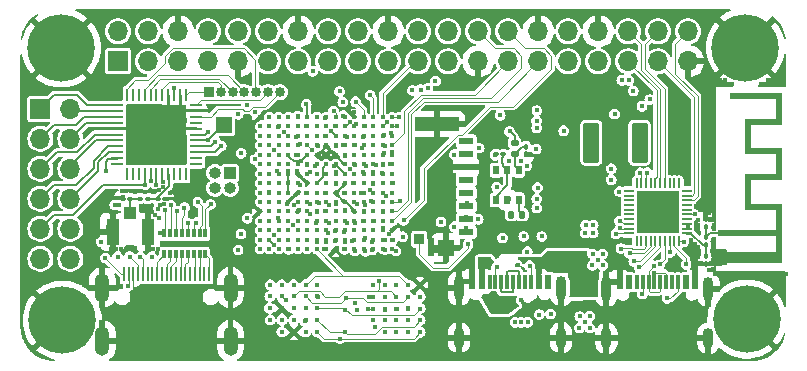
<source format=gbr>
%TF.GenerationSoftware,KiCad,Pcbnew,8.0.6*%
%TF.CreationDate,2024-11-21T12:08:54-08:00*%
%TF.ProjectId,SYNC-VT,53594e43-2d56-4542-9e6b-696361645f70,rev?*%
%TF.SameCoordinates,Original*%
%TF.FileFunction,Copper,L1,Top*%
%TF.FilePolarity,Positive*%
%FSLAX46Y46*%
G04 Gerber Fmt 4.6, Leading zero omitted, Abs format (unit mm)*
G04 Created by KiCad (PCBNEW 8.0.6) date 2024-11-21 12:08:54*
%MOMM*%
%LPD*%
G01*
G04 APERTURE LIST*
G04 Aperture macros list*
%AMRoundRect*
0 Rectangle with rounded corners*
0 $1 Rounding radius*
0 $2 $3 $4 $5 $6 $7 $8 $9 X,Y pos of 4 corners*
0 Add a 4 corners polygon primitive as box body*
4,1,4,$2,$3,$4,$5,$6,$7,$8,$9,$2,$3,0*
0 Add four circle primitives for the rounded corners*
1,1,$1+$1,$2,$3*
1,1,$1+$1,$4,$5*
1,1,$1+$1,$6,$7*
1,1,$1+$1,$8,$9*
0 Add four rect primitives between the rounded corners*
20,1,$1+$1,$2,$3,$4,$5,0*
20,1,$1+$1,$4,$5,$6,$7,0*
20,1,$1+$1,$6,$7,$8,$9,0*
20,1,$1+$1,$8,$9,$2,$3,0*%
G04 Aperture macros list end*
%TA.AperFunction,EtchedComponent*%
%ADD10C,0.000000*%
%TD*%
%TA.AperFunction,ComponentPad*%
%ADD11R,0.850000X0.850000*%
%TD*%
%TA.AperFunction,ComponentPad*%
%ADD12O,0.850000X0.850000*%
%TD*%
%TA.AperFunction,SMDPad,CuDef*%
%ADD13RoundRect,0.100000X0.130000X0.100000X-0.130000X0.100000X-0.130000X-0.100000X0.130000X-0.100000X0*%
%TD*%
%TA.AperFunction,SMDPad,CuDef*%
%ADD14R,0.230000X1.200000*%
%TD*%
%TA.AperFunction,ComponentPad*%
%ADD15O,1.250000X2.500000*%
%TD*%
%TA.AperFunction,ComponentPad*%
%ADD16R,1.350000X1.350000*%
%TD*%
%TA.AperFunction,SMDPad,CuDef*%
%ADD17RoundRect,0.140000X0.170000X-0.140000X0.170000X0.140000X-0.170000X0.140000X-0.170000X-0.140000X0*%
%TD*%
%TA.AperFunction,ComponentPad*%
%ADD18R,1.700000X1.700000*%
%TD*%
%TA.AperFunction,ComponentPad*%
%ADD19O,1.700000X1.700000*%
%TD*%
%TA.AperFunction,SMDPad,CuDef*%
%ADD20C,0.406400*%
%TD*%
%TA.AperFunction,ComponentPad*%
%ADD21C,5.700000*%
%TD*%
%TA.AperFunction,ComponentPad*%
%ADD22R,1.000000X1.000000*%
%TD*%
%TA.AperFunction,ComponentPad*%
%ADD23O,1.000000X1.000000*%
%TD*%
%TA.AperFunction,SMDPad,CuDef*%
%ADD24C,0.370000*%
%TD*%
%TA.AperFunction,SMDPad,CuDef*%
%ADD25RoundRect,0.140000X0.140000X0.170000X-0.140000X0.170000X-0.140000X-0.170000X0.140000X-0.170000X0*%
%TD*%
%TA.AperFunction,SMDPad,CuDef*%
%ADD26RoundRect,0.100000X-0.100000X0.130000X-0.100000X-0.130000X0.100000X-0.130000X0.100000X0.130000X0*%
%TD*%
%TA.AperFunction,SMDPad,CuDef*%
%ADD27RoundRect,0.062500X-0.475000X-0.062500X0.475000X-0.062500X0.475000X0.062500X-0.475000X0.062500X0*%
%TD*%
%TA.AperFunction,SMDPad,CuDef*%
%ADD28RoundRect,0.062500X-0.062500X-0.475000X0.062500X-0.475000X0.062500X0.475000X-0.062500X0.475000X0*%
%TD*%
%TA.AperFunction,HeatsinkPad*%
%ADD29R,5.200000X5.200000*%
%TD*%
%TA.AperFunction,ConnectorPad*%
%ADD30R,0.500000X0.500000*%
%TD*%
%TA.AperFunction,ComponentPad*%
%ADD31R,0.500000X0.900000*%
%TD*%
%TA.AperFunction,SMDPad,CuDef*%
%ADD32RoundRect,0.100000X0.100000X-0.130000X0.100000X0.130000X-0.100000X0.130000X-0.100000X-0.130000X0*%
%TD*%
%TA.AperFunction,SMDPad,CuDef*%
%ADD33R,1.244600X0.609600*%
%TD*%
%TA.AperFunction,SMDPad,CuDef*%
%ADD34R,3.784600X1.193800*%
%TD*%
%TA.AperFunction,SMDPad,CuDef*%
%ADD35R,1.400000X1.447800*%
%TD*%
%TA.AperFunction,SMDPad,CuDef*%
%ADD36R,0.609600X0.990600*%
%TD*%
%TA.AperFunction,SMDPad,CuDef*%
%ADD37R,0.838200X0.939800*%
%TD*%
%TA.AperFunction,SMDPad,CuDef*%
%ADD38RoundRect,0.100000X-0.130000X-0.100000X0.130000X-0.100000X0.130000X0.100000X-0.130000X0.100000X0*%
%TD*%
%TA.AperFunction,SMDPad,CuDef*%
%ADD39RoundRect,0.249999X0.450001X1.450001X-0.450001X1.450001X-0.450001X-1.450001X0.450001X-1.450001X0*%
%TD*%
%TA.AperFunction,SMDPad,CuDef*%
%ADD40R,1.100000X2.250000*%
%TD*%
%TA.AperFunction,SMDPad,CuDef*%
%ADD41R,1.050000X1.100000*%
%TD*%
%TA.AperFunction,SMDPad,CuDef*%
%ADD42R,0.300000X0.800000*%
%TD*%
%TA.AperFunction,SMDPad,CuDef*%
%ADD43RoundRect,0.062500X0.350000X0.062500X-0.350000X0.062500X-0.350000X-0.062500X0.350000X-0.062500X0*%
%TD*%
%TA.AperFunction,SMDPad,CuDef*%
%ADD44RoundRect,0.062500X0.062500X0.350000X-0.062500X0.350000X-0.062500X-0.350000X0.062500X-0.350000X0*%
%TD*%
%TA.AperFunction,HeatsinkPad*%
%ADD45R,3.600000X3.600000*%
%TD*%
%TA.AperFunction,SMDPad,CuDef*%
%ADD46R,0.600000X1.160000*%
%TD*%
%TA.AperFunction,SMDPad,CuDef*%
%ADD47R,0.300000X1.160000*%
%TD*%
%TA.AperFunction,ComponentPad*%
%ADD48O,0.900000X2.000000*%
%TD*%
%TA.AperFunction,ComponentPad*%
%ADD49O,0.900000X1.700000*%
%TD*%
%TA.AperFunction,SMDPad,CuDef*%
%ADD50R,0.508000X0.774700*%
%TD*%
%TA.AperFunction,ViaPad*%
%ADD51C,0.400000*%
%TD*%
%TA.AperFunction,Conductor*%
%ADD52C,0.090000*%
%TD*%
%TA.AperFunction,Conductor*%
%ADD53C,0.200000*%
%TD*%
G04 APERTURE END LIST*
D10*
%TA.AperFunction,EtchedComponent*%
%TO.C,ANT1*%
G36*
X148408531Y-44529993D02*
G01*
X145768531Y-44529993D01*
X145768531Y-46529993D01*
X148408531Y-46529993D01*
X148408531Y-49229993D01*
X145768531Y-49229993D01*
X145768531Y-51229993D01*
X148408531Y-51229993D01*
X148408531Y-56229993D01*
X143251746Y-56229993D01*
X143008531Y-56229993D01*
X143008531Y-55805149D01*
X143112488Y-55805149D01*
X143124596Y-55847812D01*
X143128950Y-55855724D01*
X143161734Y-55893667D01*
X143204136Y-55917735D01*
X143251746Y-55927576D01*
X143300153Y-55922840D01*
X143344947Y-55903178D01*
X143381717Y-55868238D01*
X143398623Y-55835346D01*
X143406513Y-55787260D01*
X143399939Y-55737675D01*
X143379844Y-55692365D01*
X143347174Y-55657105D01*
X143314948Y-55640211D01*
X143266689Y-55631771D01*
X143217163Y-55638302D01*
X143171978Y-55658861D01*
X143136744Y-55692504D01*
X143126131Y-55711115D01*
X143113231Y-55756630D01*
X143112488Y-55805149D01*
X143008531Y-55805149D01*
X143008531Y-55329993D01*
X147908531Y-55329993D01*
X147908531Y-53929993D01*
X143008531Y-53929993D01*
X143008531Y-53429993D01*
X147908531Y-53429993D01*
X147908531Y-51729993D01*
X145268531Y-51729993D01*
X145268531Y-48729993D01*
X147908531Y-48729993D01*
X147908531Y-47029993D01*
X145268531Y-47029993D01*
X145268531Y-44029993D01*
X147908531Y-44029993D01*
X147908531Y-42329993D01*
X143968531Y-42329993D01*
X143968531Y-41829993D01*
X148408531Y-41829993D01*
X148408531Y-44529993D01*
G37*
%TD.AperFunction*%
%TD*%
D11*
%TO.P,J8,1,Pin_1*%
%TO.N,FPAA_ACLK*%
X99890000Y-41760000D03*
D12*
%TO.P,J8,2,Pin_2*%
%TO.N,FPAA_SI*%
X100890000Y-41760000D03*
%TO.P,J8,3,Pin_3*%
%TO.N,FPAA_ERR*%
X101890000Y-41760000D03*
%TO.P,J8,4,Pin_4*%
%TO.N,FPAA_ACT*%
X102890000Y-41760000D03*
%TO.P,J8,5,Pin_5*%
%TO.N,FPAA_POR*%
X103890000Y-41760000D03*
%TO.P,J8,6,Pin_6*%
%TO.N,FPAA_SCK*%
X104890000Y-41760000D03*
%TO.P,J8,7,Pin_7*%
%TO.N,FPAA_CS*%
X105890000Y-41760000D03*
%TD*%
D13*
%TO.P,R10,1*%
%TO.N,POR_B*%
X124820002Y-47047300D03*
%TO.P,R10,2*%
%TO.N,+3V3*%
X124180002Y-47047300D03*
%TD*%
D14*
%TO.P,Jr1,1,D2+*%
%TO.N,Net-(Jr1-D2+)*%
X99900000Y-57165000D03*
%TO.P,Jr1,2,D2S*%
%TO.N,unconnected-(Jr1-D2S-Pad2)*%
X99500000Y-57165000D03*
%TO.P,Jr1,3,D2-*%
%TO.N,Net-(Jr1-D2-)*%
X99100000Y-57165000D03*
%TO.P,Jr1,4,D1+*%
%TO.N,Net-(Jr1-D1+)*%
X98700000Y-57165000D03*
%TO.P,Jr1,5,D1S*%
%TO.N,unconnected-(Jr1-D1S-Pad5)*%
X98300000Y-57165000D03*
%TO.P,Jr1,6,D1-*%
%TO.N,Net-(Jr1-D1-)*%
X97900000Y-57165000D03*
%TO.P,Jr1,7,D0+*%
%TO.N,Net-(Jr1-D0+)*%
X97500000Y-57165000D03*
%TO.P,Jr1,8,D0S*%
%TO.N,unconnected-(Jr1-D0S-Pad8)*%
X97100000Y-57165000D03*
%TO.P,Jr1,9,D0-*%
%TO.N,Net-(Jr1-D0-)*%
X96700000Y-57165000D03*
%TO.P,Jr1,10,CK+*%
%TO.N,Net-(Jr1-CK+)*%
X96300000Y-57165000D03*
%TO.P,Jr1,11,CKS*%
%TO.N,unconnected-(Jr1-CKS-Pad11)*%
X95900000Y-57165000D03*
%TO.P,Jr1,12,CK-*%
%TO.N,Net-(Jr1-CK-)*%
X95500000Y-57165000D03*
%TO.P,Jr1,13,CEC*%
%TO.N,unconnected-(Jr1-CEC-Pad13)*%
X95100000Y-57165000D03*
%TO.P,Jr1,14,UTILITY*%
%TO.N,unconnected-(Jr1-UTILITY-Pad14)*%
X94700000Y-57165000D03*
%TO.P,Jr1,15,SCL*%
%TO.N,HDMIscl*%
X94300000Y-57165000D03*
%TO.P,Jr1,16,SDA*%
%TO.N,HDMIsda*%
X93900000Y-57165000D03*
%TO.P,Jr1,17,GND*%
%TO.N,GND*%
X93500000Y-57165000D03*
%TO.P,Jr1,18,+5V*%
%TO.N,+5V*%
X93100000Y-57165000D03*
%TO.P,Jr1,19,HPD*%
%TO.N,Net-(Jr1-HPD)*%
X92700000Y-57165000D03*
D15*
%TO.P,Jr1,S1,GND*%
%TO.N,GND*%
X90870000Y-58315000D03*
%TO.P,Jr1,S2,GND*%
X101720000Y-58315000D03*
%TO.P,Jr1,S3,GND*%
X90870000Y-62815000D03*
%TO.P,Jr1,S4,GND*%
X101720000Y-62815000D03*
%TD*%
D16*
%TO.P,J6,1,Pin_1*%
%TO.N,VMR*%
X101180000Y-44550000D03*
%TD*%
D17*
%TO.P,R9,1*%
%TO.N,Net-(U4-SENSE)*%
X125770002Y-46997300D03*
%TO.P,R9,2*%
%TO.N,+1V0*%
X125770002Y-46037300D03*
%TD*%
D13*
%TO.P,C33,1*%
%TO.N,Net-(J5-SIG)*%
X93240000Y-50790000D03*
%TO.P,C33,2*%
%TO.N,GND*%
X92600000Y-50790000D03*
%TD*%
D18*
%TO.P,J4,1,Pin_1*%
%TO.N,I1P*%
X85620000Y-43180000D03*
D19*
%TO.P,J4,2,Pin_2*%
%TO.N,I1N*%
X88160000Y-43180000D03*
%TO.P,J4,3,Pin_3*%
%TO.N,O1P*%
X85620000Y-45720000D03*
%TO.P,J4,4,Pin_4*%
%TO.N,O1N*%
X88160000Y-45720000D03*
%TO.P,J4,5,Pin_5*%
%TO.N,O2P*%
X85620000Y-48260000D03*
%TO.P,J4,6,Pin_6*%
%TO.N,O2N*%
X88160000Y-48260000D03*
%TO.P,J4,7,Pin_7*%
%TO.N,I2P*%
X85620000Y-50800000D03*
%TO.P,J4,8,Pin_8*%
%TO.N,I2N*%
X88160000Y-50800000D03*
%TO.P,J4,9,Pin_9*%
%TO.N,IO5P*%
X85620000Y-53340000D03*
%TO.P,J4,10,Pin_10*%
%TO.N,IO5N*%
X88160000Y-53340000D03*
%TO.P,J4,11,Pin_11*%
%TO.N,IO6P*%
X85620000Y-55880000D03*
%TO.P,J4,12,Pin_12*%
%TO.N,IO6N*%
X88160000Y-55880000D03*
%TD*%
D20*
%TO.P,U7,A2,RFU*%
%TO.N,unconnected-(U7-RFU-PadA2)*%
X105070018Y-61070018D03*
%TO.P,U7,A3,CS#*%
%TO.N,~{RAM_CS0}*%
X105070018Y-60070018D03*
%TO.P,U7,A4,RESET#*%
%TO.N,~{RAM_RST}*%
X105070018Y-59070018D03*
%TO.P,U7,A5,RFU*%
%TO.N,unconnected-(U7-RFU-PadA5)*%
X105070018Y-58070018D03*
%TO.P,U7,B1,CK#*%
%TO.N,~{RAM_CLK}*%
X106070018Y-62070018D03*
%TO.P,U7,B2,CK*%
%TO.N,RAM_CLK*%
X106070018Y-61070018D03*
%TO.P,U7,B3,VSS*%
%TO.N,GND*%
X106070018Y-60070018D03*
%TO.P,U7,B4,VCC*%
%TO.N,+3V3*%
X106070018Y-59070018D03*
%TO.P,U7,B5,RFU*%
%TO.N,unconnected-(U7-RFU-PadB5)*%
X106070018Y-58070018D03*
%TO.P,U7,C1,VSSQ*%
%TO.N,GND*%
X107070018Y-62070018D03*
%TO.P,U7,C2,RFU*%
%TO.N,unconnected-(U7-RFU-PadC2)*%
X107070018Y-61070018D03*
%TO.P,U7,C3,RWDS*%
%TO.N,RWDS*%
X107070018Y-60070018D03*
%TO.P,U7,C4,DQ2*%
%TO.N,RAM_DQ2*%
X107070018Y-59070018D03*
%TO.P,U7,C5,RFU*%
%TO.N,unconnected-(U7-RFU-PadC5)*%
X107070018Y-58070018D03*
%TO.P,U7,D1,VCCQ*%
%TO.N,+3V3*%
X108070018Y-62070018D03*
%TO.P,U7,D2,DQ1*%
%TO.N,RAM_DQ1*%
X108070018Y-61070018D03*
%TO.P,U7,D3,DQ0*%
%TO.N,RAM_DQ0*%
X108070018Y-60070018D03*
%TO.P,U7,D4,DQ3*%
%TO.N,RAM_DQ3*%
X108070018Y-59070018D03*
%TO.P,U7,D5,DQ4*%
%TO.N,RAM_DQ4*%
X108070018Y-58070018D03*
%TO.P,U7,E1,DQ7*%
%TO.N,RAM_DQ7*%
X109070018Y-62070018D03*
%TO.P,U7,E2,DQ6*%
%TO.N,RAM_DQ6*%
X109070018Y-61070018D03*
%TO.P,U7,E3,DQ5*%
%TO.N,RAM_DQ5*%
X109070018Y-60070018D03*
%TO.P,U7,E4,VCCQ*%
%TO.N,+3V3*%
X109070018Y-59070018D03*
%TO.P,U7,E5,VSSQ*%
%TO.N,GND*%
X109070018Y-58070018D03*
%TD*%
D21*
%TO.P,MT4,1,Pin_1*%
%TO.N,GND*%
X87380000Y-38020000D03*
%TD*%
D22*
%TO.P,J7,1,Pin_1*%
%TO.N,Net-(J7-Pin_1)*%
X101690000Y-48600000D03*
D23*
%TO.P,J7,2,Pin_2*%
%TO.N,Net-(J7-Pin_2)*%
X101690000Y-49870000D03*
%TO.P,J7,3,Pin_3*%
%TO.N,Net-(J7-Pin_3)*%
X100420000Y-48600000D03*
%TO.P,J7,4,Pin_4*%
%TO.N,Net-(J7-Pin_4)*%
X100420000Y-49870000D03*
%TD*%
D24*
%TO.P,U3,A1,GND*%
%TO.N,GND*%
X104210000Y-43870000D03*
%TO.P,U3,A2,PS_DDR_DQ1_502*%
%TO.N,unconnected-(U3E-PS_DDR_DQ1_502-PadA2)*%
X105010000Y-43870000D03*
%TO.P,U3,A3,PS_DDR_DQ7_502*%
%TO.N,unconnected-(U3E-PS_DDR_DQ7_502-PadA3)*%
X105810000Y-43870000D03*
%TO.P,U3,A4,PS_DDR_DQ5_502*%
%TO.N,unconnected-(U3E-PS_DDR_DQ5_502-PadA4)*%
X106610000Y-43870000D03*
%TO.P,U3,A5,PS_MIO1_500*%
%TO.N,SPI-CS*%
X107410000Y-43870000D03*
%TO.P,U3,A6,VCCO_MIO0_500*%
%TO.N,+3V3*%
X108210000Y-43870000D03*
%TO.P,U3,A7,PS_MIO3_500*%
%TO.N,SPI-D1*%
X109010000Y-43870000D03*
%TO.P,U3,A8,PS_MIO2_500*%
%TO.N,SPI-D0*%
X109810000Y-43870000D03*
%TO.P,U3,A9,PS_MIO5_500*%
%TO.N,SPI-D3*%
X110610000Y-43870000D03*
%TO.P,U3,A10,PS_MIO6_500*%
%TO.N,SPI-CLK*%
X111410000Y-43870000D03*
%TO.P,U3,A11,GND*%
%TO.N,GND*%
X112210000Y-43870000D03*
%TO.P,U3,A12,PS_MIO52_501*%
%TO.N,SDIO_D3*%
X113010000Y-43870000D03*
%TO.P,U3,A13,PS_MIO38_501*%
%TO.N,SDIO_D0*%
X113810000Y-43870000D03*
%TO.P,U3,A14,PS_MIO35_501*%
%TO.N,GPIO7*%
X114610000Y-43870000D03*
%TO.P,U3,A15,PS_MIO28_501*%
%TO.N,MIO28*%
X115410000Y-43870000D03*
%TO.P,U3,B1,PS_DDR_DM0_502*%
%TO.N,unconnected-(U3E-PS_DDR_DM0_502-PadB1)*%
X104210000Y-44670000D03*
%TO.P,U3,B2,PS_DDR_DQS_N0_502*%
%TO.N,unconnected-(U3E-PS_DDR_DQS_N0_502-PadB2)*%
X105010000Y-44670000D03*
%TO.P,U3,B3,VCCO_DDR_502*%
%TO.N,+1V8*%
X105810000Y-44670000D03*
%TO.P,U3,B4,PS_DDR_DQ4_502*%
%TO.N,unconnected-(U3E-PS_DDR_DQ4_502-PadB4)*%
X106610000Y-44670000D03*
%TO.P,U3,B5,PS_MIO9_500*%
%TO.N,unconnected-(U3D-PS_MIO9_500-PadB5)*%
X107410000Y-44670000D03*
%TO.P,U3,B6,PS_MIO8_500*%
%TO.N,Net-(U3D-PS_MIO8_500)*%
X108210000Y-44670000D03*
%TO.P,U3,B7,PS_MIO12_500*%
%TO.N,unconnected-(U3D-PS_MIO12_500-PadB7)*%
X109010000Y-44670000D03*
%TO.P,U3,B8,GND*%
%TO.N,GND*%
X109810000Y-44670000D03*
%TO.P,U3,B9,PS_MIO14_500*%
%TO.N,GPIO1*%
X110610000Y-44670000D03*
%TO.P,U3,B10,PS_MIO11_500*%
%TO.N,GPIO27*%
X111410000Y-44670000D03*
%TO.P,U3,B11,PS_SRST_B_501*%
%TO.N,+3V3*%
X112210000Y-44670000D03*
%TO.P,U3,B12,PS_MIO48_501*%
%TO.N,SDIO_D2*%
X113010000Y-44670000D03*
%TO.P,U3,B13,VCCO_MIO1_501*%
%TO.N,+3V3*%
X113810000Y-44670000D03*
%TO.P,U3,B14,PS_MIO36_501*%
%TO.N,GPIO6*%
X114610000Y-44670000D03*
%TO.P,U3,B15,PS_MIO30_501*%
%TO.N,MIO30*%
X115410000Y-44670000D03*
%TO.P,U3,C1,PS_DDR_DQ3_502*%
%TO.N,unconnected-(U3E-PS_DDR_DQ3_502-PadC1)*%
X104210000Y-45470000D03*
%TO.P,U3,C2,PS_DDR_DQS_P0_502*%
%TO.N,unconnected-(U3E-PS_DDR_DQS_P0_502-PadC2)*%
X105010000Y-45470000D03*
%TO.P,U3,C3,PS_DDR_DQ6_502*%
%TO.N,unconnected-(U3E-PS_DDR_DQ6_502-PadC3)*%
X105810000Y-45470000D03*
%TO.P,U3,C4,PS_DDR_DQ2_502*%
%TO.N,unconnected-(U3E-PS_DDR_DQ2_502-PadC4)*%
X106610000Y-45470000D03*
%TO.P,U3,C5,GND*%
%TO.N,GND*%
X107410000Y-45470000D03*
%TO.P,U3,C6,PS_MIO13_500*%
%TO.N,unconnected-(U3D-PS_MIO13_500-PadC6)*%
X108210000Y-45470000D03*
%TO.P,U3,C7,PS_CLK_500*%
%TO.N,Net-(U3D-PS_CLK_500)*%
X109010000Y-45470000D03*
%TO.P,U3,C8,PS_MIO4_500*%
%TO.N,SPI-D2*%
X109810000Y-45470000D03*
%TO.P,U3,C9,PS_POR_B_500*%
%TO.N,POR_B*%
X110610000Y-45470000D03*
%TO.P,U3,C10,VCCO_MIO1_501*%
%TO.N,+3V3*%
X111410000Y-45470000D03*
%TO.P,U3,C11,PS_MIO33_501*%
%TO.N,MIO33*%
X112210000Y-45470000D03*
%TO.P,U3,C12,PS_MIO31_501*%
%TO.N,MIO31*%
X113010000Y-45470000D03*
%TO.P,U3,C13,PS_MIO53_501*%
%TO.N,unconnected-(U3D-PS_MIO53_501-PadC13)*%
X113810000Y-45470000D03*
%TO.P,U3,C14,PS_MIO37_501*%
%TO.N,GPIO8*%
X114610000Y-45470000D03*
%TO.P,U3,C15,GND*%
%TO.N,GND*%
X115410000Y-45470000D03*
%TO.P,U3,D1,PS_DDR_DQ9_502*%
%TO.N,unconnected-(U3E-PS_DDR_DQ9_502-PadD1)*%
X104210000Y-46270000D03*
%TO.P,U3,D2,GND*%
%TO.N,GND*%
X105010000Y-46270000D03*
%TO.P,U3,D3,PS_DDR_DM1_502*%
%TO.N,unconnected-(U3E-PS_DDR_DM1_502-PadD3)*%
X105810000Y-46270000D03*
%TO.P,U3,D4,PS_DDR_DQ0_502*%
%TO.N,unconnected-(U3E-PS_DDR_DQ0_502-PadD4)*%
X106610000Y-46270000D03*
%TO.P,U3,D5,INIT_B_0*%
%TO.N,Net-(U3A-INIT_B_0)*%
X107410000Y-46270000D03*
%TO.P,U3,D6,PS_MIO10_500*%
%TO.N,GPIO26*%
X108210000Y-46270000D03*
%TO.P,U3,D7,VCCO_MIO0_500*%
%TO.N,+3V3*%
X109010000Y-46270000D03*
%TO.P,U3,D8,PS_MIO0_500*%
%TO.N,GND*%
X109810000Y-46270000D03*
%TO.P,U3,D9,PS_MIO7_500*%
%TO.N,MIO7*%
X110610000Y-46270000D03*
%TO.P,U3,D10,PS_MIO15_500*%
%TO.N,GPIO0*%
X111410000Y-46270000D03*
%TO.P,U3,D11,PS_MIO29_501*%
%TO.N,MIO29*%
X112210000Y-46270000D03*
%TO.P,U3,D12,GND*%
%TO.N,GND*%
X113010000Y-46270000D03*
%TO.P,U3,D13,PS_MIO49_501*%
%TO.N,unconnected-(U3D-PS_MIO49_501-PadD13)*%
X113810000Y-46270000D03*
%TO.P,U3,D14,PS_MIO39_501*%
%TO.N,SDIO_D1*%
X114610000Y-46270000D03*
%TO.P,U3,D15,PS_MIO34_501*%
%TO.N,GPIO9*%
X115410000Y-46270000D03*
%TO.P,U3,E1,PS_DDR_DQ8_502*%
%TO.N,unconnected-(U3E-PS_DDR_DQ8_502-PadE1)*%
X104210000Y-47070000D03*
%TO.P,U3,E2,PS_DDR_DQ10_502*%
%TO.N,unconnected-(U3E-PS_DDR_DQ10_502-PadE2)*%
X105010000Y-47070000D03*
%TO.P,U3,E3,PS_DDR_DQ11_502*%
%TO.N,unconnected-(U3E-PS_DDR_DQ11_502-PadE3)*%
X105810000Y-47070000D03*
%TO.P,U3,E4,VCCO_DDR_502*%
%TO.N,+1V8*%
X106610000Y-47070000D03*
%TO.P,U3,E5,GND*%
%TO.N,GND*%
X107410000Y-47070000D03*
%TO.P,U3,E6,VCCBATT_0*%
%TO.N,+1V8*%
X108210000Y-47070000D03*
%TO.P,U3,E7,GND*%
%TO.N,GND*%
X109010000Y-47070000D03*
%TO.P,U3,E8,RSVDGND*%
X109810000Y-47070000D03*
%TO.P,U3,E9,GND*%
X110610000Y-47070000D03*
%TO.P,U3,E10,VCCINT*%
%TO.N,+1V0*%
X111410000Y-47070000D03*
%TO.P,U3,E11,IO_L2P_T0_AD8P_35*%
%TO.N,unconnected-(U3C-IO_L2P_T0_AD8P_35-PadE11)*%
X112210000Y-47070000D03*
%TO.P,U3,E12,IO_L2N_T0_AD8N_35*%
%TO.N,unconnected-(U3C-IO_L2N_T0_AD8N_35-PadE12)*%
X113010000Y-47070000D03*
%TO.P,U3,E13,IO_L1N_T0_AD0N_35*%
%TO.N,unconnected-(U3C-IO_L1N_T0_AD0N_35-PadE13)*%
X113810000Y-47070000D03*
%TO.P,U3,E14,VCCO_MIO1_501*%
%TO.N,+3V3*%
X114610000Y-47070000D03*
%TO.P,U3,E15,PS_MIO32_501*%
%TO.N,MIO32*%
X115410000Y-47070000D03*
%TO.P,U3,F1,VCCO_DDR_502*%
%TO.N,+1V8*%
X104210000Y-47870000D03*
%TO.P,U3,F2,PS_DDR_DQS_N1_502*%
%TO.N,unconnected-(U3E-PS_DDR_DQS_N1_502-PadF2)*%
X105010000Y-47870000D03*
%TO.P,U3,F3,PS_DDR_DQ12_502*%
%TO.N,unconnected-(U3E-PS_DDR_DQ12_502-PadF3)*%
X105810000Y-47870000D03*
%TO.P,U3,F4,PS_DDR_VREF0_502*%
%TO.N,unconnected-(U3E-PS_DDR_VREF0_502-PadF4)*%
X106610000Y-47870000D03*
%TO.P,U3,F5,VCCPLL*%
%TO.N,+1V8*%
X107410000Y-47870000D03*
%TO.P,U3,F6,CFGBVS_0*%
%TO.N,+3V3*%
X108210000Y-47870000D03*
%TO.P,U3,F7,VCCADC_0*%
%TO.N,VCCQ*%
X109010000Y-47870000D03*
%TO.P,U3,F8,GNDADC_0*%
%TO.N,GNDA*%
X109810000Y-47870000D03*
%TO.P,U3,F9,VCCINT*%
%TO.N,+1V0*%
X110610000Y-47870000D03*
%TO.P,U3,F10,GND*%
%TO.N,GND*%
X111410000Y-47870000D03*
%TO.P,U3,F11,VCCO_35*%
%TO.N,+3V3*%
X112210000Y-47870000D03*
%TO.P,U3,F12,IO_L1P_T0_AD0P_35*%
%TO.N,GPIO24*%
X113010000Y-47870000D03*
%TO.P,U3,F13,IO_L3P_T0_DQS_AD1P_35*%
%TO.N,GPIO23*%
X113810000Y-47870000D03*
%TO.P,U3,F14,IO_L3N_T0_DQS_AD1N_35*%
%TO.N,GPIO22*%
X114610000Y-47870000D03*
%TO.P,U3,F15,IO_L5N_T0_AD9N_35*%
%TO.N,GPIO21*%
X115410000Y-47870000D03*
%TO.P,U3,G1,PS_DDR_DQ13_502*%
%TO.N,unconnected-(U3E-PS_DDR_DQ13_502-PadG1)*%
X104210000Y-48670000D03*
%TO.P,U3,G2,PS_DDR_DQS_P1_502*%
%TO.N,unconnected-(U3E-PS_DDR_DQS_P1_502-PadG2)*%
X105010000Y-48670000D03*
%TO.P,U3,G3,GND*%
%TO.N,GND*%
X105810000Y-48670000D03*
%TO.P,U3,G4,RSVSVCC1*%
%TO.N,+3V3*%
X106610000Y-48670000D03*
%TO.P,U3,G5,GND*%
%TO.N,GND*%
X107410000Y-48670000D03*
%TO.P,U3,G6,VCCPINT*%
%TO.N,+1V0*%
X108210000Y-48670000D03*
%TO.P,U3,G7,VP_0*%
%TO.N,unconnected-(U3A-VP_0-PadG7)*%
X109010000Y-48670000D03*
%TO.P,U3,G8,VREFN_0*%
%TO.N,GNDA*%
X109810000Y-48670000D03*
%TO.P,U3,G9,TCK_0*%
%TO.N,Net-(J7-Pin_3)*%
X110610000Y-48670000D03*
%TO.P,U3,G10,VCCINT*%
%TO.N,+1V0*%
X111410000Y-48670000D03*
%TO.P,U3,G11,IO_L1P_T0_34*%
%TO.N,unconnected-(U3B-IO_L1P_T0_34-PadG11)*%
X112210000Y-48670000D03*
%TO.P,U3,G12,IO_L2P_T0_34*%
%TO.N,D2-*%
X113010000Y-48670000D03*
%TO.P,U3,G13,GND*%
%TO.N,GND*%
X113810000Y-48670000D03*
%TO.P,U3,G14,IO_L3P_T0_DQS_PUDC_B_34*%
%TO.N,GPIO2*%
X114610000Y-48670000D03*
%TO.P,U3,G15,IO_L5P_T0_AD9P_35*%
%TO.N,unconnected-(U3C-IO_L5P_T0_AD9P_35-PadG15)*%
X115410000Y-48670000D03*
%TO.P,U3,H1,PS_DDR_DQ14_502*%
%TO.N,unconnected-(U3E-PS_DDR_DQ14_502-PadH1)*%
X104210000Y-49470000D03*
%TO.P,U3,H2,PS_DDR_DQ15_502*%
%TO.N,unconnected-(U3E-PS_DDR_DQ15_502-PadH2)*%
X105010000Y-49470000D03*
%TO.P,U3,H3,PS_DDR_VRP_502*%
%TO.N,unconnected-(U3E-PS_DDR_VRP_502-PadH3)*%
X105810000Y-49470000D03*
%TO.P,U3,H4,RSVSVCC3*%
%TO.N,+3V3*%
X106610000Y-49470000D03*
%TO.P,U3,H5,VCCPINT*%
%TO.N,+1V0*%
X107410000Y-49470000D03*
%TO.P,U3,H6,GND*%
%TO.N,GND*%
X108210000Y-49470000D03*
%TO.P,U3,H7,VREFP_0*%
%TO.N,GNDA*%
X109010000Y-49470000D03*
%TO.P,U3,H8,VN_0*%
%TO.N,unconnected-(U3A-VN_0-PadH8)*%
X109810000Y-49470000D03*
%TO.P,U3,H9,VCCAUX*%
%TO.N,+1V8*%
X110610000Y-49470000D03*
%TO.P,U3,H10,GND*%
%TO.N,GND*%
X111410000Y-49470000D03*
%TO.P,U3,H11,IO_L6P_T0_34*%
%TO.N,unconnected-(U3B-IO_L6P_T0_34-PadH11)*%
X112210000Y-49470000D03*
%TO.P,U3,H12,IO_L1N_T0_34*%
%TO.N,unconnected-(U3B-IO_L1N_T0_34-PadH12)*%
X113010000Y-49470000D03*
%TO.P,U3,H13,IO_L2N_T0_34*%
%TO.N,D2+*%
X113810000Y-49470000D03*
%TO.P,U3,H14,IO_L3N_T0_DQS_34*%
%TO.N,unconnected-(U3B-IO_L3N_T0_DQS_34-PadH14)*%
X114610000Y-49470000D03*
%TO.P,U3,H15,VCCO_35*%
%TO.N,+3V3*%
X115410000Y-49470000D03*
%TO.P,U3,J1,PS_DDR_A10_502*%
%TO.N,unconnected-(U3E-PS_DDR_A10_502-PadJ1)*%
X104210000Y-50270000D03*
%TO.P,U3,J2,VCCO_DDR_502*%
%TO.N,+1V8*%
X105010000Y-50270000D03*
%TO.P,U3,J3,PS_DDR_VRN_502*%
%TO.N,unconnected-(U3E-PS_DDR_VRN_502-PadJ3)*%
X105810000Y-50270000D03*
%TO.P,U3,J4,RSVSVCC2*%
%TO.N,+3V3*%
X106610000Y-50270000D03*
%TO.P,U3,J5,GND*%
%TO.N,GND*%
X107410000Y-50270000D03*
%TO.P,U3,J6,VCCPAUX*%
%TO.N,+1V8*%
X108210000Y-50270000D03*
%TO.P,U3,J7,DXP_0*%
%TO.N,unconnected-(U3A-DXP_0-PadJ7)*%
X109010000Y-50270000D03*
%TO.P,U3,J8,VCCAUX*%
%TO.N,+1V8*%
X109810000Y-50270000D03*
%TO.P,U3,J9,GND*%
%TO.N,GND*%
X110610000Y-50270000D03*
%TO.P,U3,J10,VCCINT*%
%TO.N,+1V0*%
X111410000Y-50270000D03*
%TO.P,U3,J11,IO_L6N_T0_VREF_34*%
%TO.N,unconnected-(U3B-IO_L6N_T0_VREF_34-PadJ11)*%
X112210000Y-50270000D03*
%TO.P,U3,J12,VCCO_34*%
%TO.N,+3V3*%
X113010000Y-50270000D03*
%TO.P,U3,J13,IO_L5P_T0_34*%
%TO.N,D0+*%
X113810000Y-50270000D03*
%TO.P,U3,J14,IO_L5N_T0_34*%
%TO.N,D0-*%
X114610000Y-50270000D03*
%TO.P,U3,J15,IO_L4P_T0_34*%
%TO.N,unconnected-(U3B-IO_L4P_T0_34-PadJ15)*%
X115410000Y-50270000D03*
%TO.P,U3,K1,PS_DDR_A14_502*%
%TO.N,unconnected-(U3E-PS_DDR_A14_502-PadK1)*%
X104210000Y-51070000D03*
%TO.P,U3,K2,PS_DDR_A13_502*%
%TO.N,unconnected-(U3E-PS_DDR_A13_502-PadK2)*%
X105010000Y-51070000D03*
%TO.P,U3,K3,PS_DDR_ODT_502*%
%TO.N,unconnected-(U3E-PS_DDR_ODT_502-PadK3)*%
X105810000Y-51070000D03*
%TO.P,U3,K4,GND*%
%TO.N,GND*%
X106610000Y-51070000D03*
%TO.P,U3,K5,VCCPINT*%
%TO.N,+1V0*%
X107410000Y-51070000D03*
%TO.P,U3,K6,PROGRAM_B_0*%
%TO.N,Net-(U3A-PROGRAM_B_0)*%
X108210000Y-51070000D03*
%TO.P,U3,K7,GND*%
%TO.N,GND*%
X109010000Y-51070000D03*
%TO.P,U3,K8,VCCO_0*%
%TO.N,+3V3*%
X109810000Y-51070000D03*
%TO.P,U3,K9,VCCAUX*%
%TO.N,+1V8*%
X110610000Y-51070000D03*
%TO.P,U3,K10,GND*%
%TO.N,GND*%
X111410000Y-51070000D03*
%TO.P,U3,K11,IO_L11P_T1_SRCC_34*%
%TO.N,unconnected-(U3B-IO_L11P_T1_SRCC_34-PadK11)*%
X112210000Y-51070000D03*
%TO.P,U3,K12,IO_L11N_T1_SRCC_34*%
%TO.N,unconnected-(U3B-IO_L11N_T1_SRCC_34-PadK12)*%
X113010000Y-51070000D03*
%TO.P,U3,K13,IO_L10P_T1_34*%
%TO.N,GPIO25*%
X113810000Y-51070000D03*
%TO.P,U3,K14,GND*%
%TO.N,GND*%
X114610000Y-51070000D03*
%TO.P,U3,K15,IO_L4N_T0_34*%
%TO.N,GPIO5*%
X115410000Y-51070000D03*
%TO.P,U3,L1,GND*%
%TO.N,GND*%
X104210000Y-51870000D03*
%TO.P,U3,L2,PS_DDR_A11_502*%
%TO.N,unconnected-(U3E-PS_DDR_A11_502-PadL2)*%
X105010000Y-51870000D03*
%TO.P,U3,L3,PS_DDR_CKE_502*%
%TO.N,unconnected-(U3E-PS_DDR_CKE_502-PadL3)*%
X105810000Y-51870000D03*
%TO.P,U3,L4,PS_DDR_DRST_B_502*%
%TO.N,unconnected-(U3E-PS_DDR_DRST_B_502-PadL4)*%
X106610000Y-51870000D03*
%TO.P,U3,L5,GND*%
%TO.N,GND*%
X107410000Y-51870000D03*
%TO.P,U3,L6,VCCPAUX*%
%TO.N,+1V8*%
X108210000Y-51870000D03*
%TO.P,U3,L7,TDI_0*%
%TO.N,Net-(J7-Pin_2)*%
X109010000Y-51870000D03*
%TO.P,U3,L8,TDO_0*%
%TO.N,Net-(J7-Pin_1)*%
X109810000Y-51870000D03*
%TO.P,U3,L9,TMS_0*%
%TO.N,Net-(J7-Pin_4)*%
X110610000Y-51870000D03*
%TO.P,U3,L10,VCCINT*%
%TO.N,+1V0*%
X111410000Y-51870000D03*
%TO.P,U3,L11,GND*%
%TO.N,GND*%
X112210000Y-51870000D03*
%TO.P,U3,L12,IO_L12P_T1_MRCC_34*%
%TO.N,CK+*%
X113010000Y-51870000D03*
%TO.P,U3,L13,IO_L10N_T1_34*%
%TO.N,GPIO3*%
X113810000Y-51870000D03*
%TO.P,U3,L14,IO_L9P_T1_DQS_34*%
%TO.N,GPIO4*%
X114610000Y-51870000D03*
%TO.P,U3,L15,IO_L8P_T1_34*%
%TO.N,GPIO20*%
X115410000Y-51870000D03*
%TO.P,U3,M1,PS_DDR_A2_502*%
%TO.N,unconnected-(U3E-PS_DDR_A2_502-PadM1)*%
X104210000Y-52670000D03*
%TO.P,U3,M2,PS_DDR_A12_502*%
%TO.N,unconnected-(U3E-PS_DDR_A12_502-PadM2)*%
X105010000Y-52670000D03*
%TO.P,U3,M3,VCCO_DDR_502*%
%TO.N,+1V8*%
X105810000Y-52670000D03*
%TO.P,U3,M4,PS_DDR_A3_502*%
%TO.N,unconnected-(U3E-PS_DDR_A3_502-PadM4)*%
X106610000Y-52670000D03*
%TO.P,U3,M5,PS_DDR_A7_502*%
%TO.N,unconnected-(U3E-PS_DDR_A7_502-PadM5)*%
X107410000Y-52670000D03*
%TO.P,U3,M6,PS_DDR_BA0_502*%
%TO.N,unconnected-(U3E-PS_DDR_BA0_502-PadM6)*%
X108210000Y-52670000D03*
%TO.P,U3,M7,DONE_0*%
%TO.N,Net-(U3A-DONE_0)*%
X109010000Y-52670000D03*
%TO.P,U3,M8,GND*%
%TO.N,GND*%
X109810000Y-52670000D03*
%TO.P,U3,M9,IO_L19P_T3_34*%
%TO.N,unconnected-(U3B-IO_L19P_T3_34-PadM9)*%
X110610000Y-52670000D03*
%TO.P,U3,M10,IO_L21P_T3_DQS_34*%
%TO.N,D1+*%
X111410000Y-52670000D03*
%TO.P,U3,M11,IO_L21N_T3_DQS_34*%
%TO.N,D1-*%
X112210000Y-52670000D03*
%TO.P,U3,M12,IO_L12N_T1_MRCC_34*%
%TO.N,CK-*%
X113010000Y-52670000D03*
%TO.P,U3,M13,VCCO_34*%
%TO.N,+3V3*%
X113810000Y-52670000D03*
%TO.P,U3,M14,IO_L9N_T1_DQS_34*%
%TO.N,GPIO19*%
X114610000Y-52670000D03*
%TO.P,U3,M15,IO_L8N_T1_34*%
%TO.N,GPIO10*%
X115410000Y-52670000D03*
%TO.P,U3,N1,PS_DDR_A1_502*%
%TO.N,unconnected-(U3E-PS_DDR_A1_502-PadN1)*%
X104210000Y-53470000D03*
%TO.P,U3,N2,PS_DDR_CKN_502*%
%TO.N,unconnected-(U3E-PS_DDR_CKN_502-PadN2)*%
X105010000Y-53470000D03*
%TO.P,U3,N3,PS_DDR_CKP_502*%
%TO.N,unconnected-(U3E-PS_DDR_CKP_502-PadN3)*%
X105810000Y-53470000D03*
%TO.P,U3,N4,PS_DDR_A9_502*%
%TO.N,unconnected-(U3E-PS_DDR_A9_502-PadN4)*%
X106610000Y-53470000D03*
%TO.P,U3,N5,GND*%
%TO.N,GND*%
X107410000Y-53470000D03*
%TO.P,U3,N6,PS_DDR_BA2_502*%
%TO.N,unconnected-(U3E-PS_DDR_BA2_502-PadN6)*%
X108210000Y-53470000D03*
%TO.P,U3,N7,IO_L22P_T3_34*%
%TO.N,unconnected-(U3B-IO_L22P_T3_34-PadN7)*%
X109010000Y-53470000D03*
%TO.P,U3,N8,IO_L22N_T3_34*%
%TO.N,~{RAM_CS0}*%
X109810000Y-53470000D03*
%TO.P,U3,N9,IO_L19N_T3_VREF_34*%
%TO.N,~{RAM_CS1}*%
X110610000Y-53470000D03*
%TO.P,U3,N10,VCCO_34*%
%TO.N,+3V3*%
X111410000Y-53470000D03*
%TO.P,U3,N11,IO_L13P_T2_MRCC_34*%
%TO.N,unconnected-(U3B-IO_L13P_T2_MRCC_34-PadN11)*%
X112210000Y-53470000D03*
%TO.P,U3,N12,IO_L13N_T2_MRCC_34*%
%TO.N,unconnected-(U3B-IO_L13N_T2_MRCC_34-PadN12)*%
X113010000Y-53470000D03*
%TO.P,U3,N13,IO_L7P_T1_34*%
%TO.N,unconnected-(U3B-IO_L7P_T1_34-PadN13)*%
X113810000Y-53470000D03*
%TO.P,U3,N14,IO_L7N_T1_34*%
%TO.N,GPIO18*%
X114610000Y-53470000D03*
%TO.P,U3,N15,GND*%
%TO.N,GND*%
X115410000Y-53470000D03*
%TO.P,U3,P1,PS_DDR_A0_502*%
%TO.N,unconnected-(U3E-PS_DDR_A0_502-PadP1)*%
X104210000Y-54270000D03*
%TO.P,U3,P2,GND*%
%TO.N,GND*%
X105010000Y-54270000D03*
%TO.P,U3,P3,PS_DDR_A4_502*%
%TO.N,unconnected-(U3E-PS_DDR_A4_502-PadP3)*%
X105810000Y-54270000D03*
%TO.P,U3,P4,PS_DDR_A5_502*%
%TO.N,unconnected-(U3E-PS_DDR_A5_502-PadP4)*%
X106610000Y-54270000D03*
%TO.P,U3,P5,PS_DDR_A6_502*%
%TO.N,unconnected-(U3E-PS_DDR_A6_502-PadP5)*%
X107410000Y-54270000D03*
%TO.P,U3,P6,PS_DDR_A8_502*%
%TO.N,unconnected-(U3E-PS_DDR_A8_502-PadP6)*%
X108210000Y-54270000D03*
%TO.P,U3,P7,VCCO_34*%
%TO.N,+3V3*%
X109010000Y-54270000D03*
%TO.P,U3,P8,IO_L23P_T3_34*%
%TO.N,RAM_DQ6*%
X109810000Y-54270000D03*
%TO.P,U3,P9,IO_L23N_T3_34*%
%TO.N,RAM_DQ5*%
X110610000Y-54270000D03*
%TO.P,U3,P10,IO_L24P_T3_34*%
%TO.N,RWDS*%
X111410000Y-54270000D03*
%TO.P,U3,P11,IO_L16P_T2_34*%
%TO.N,~{RAM_RST}*%
X112210000Y-54270000D03*
%TO.P,U3,P12,GND*%
%TO.N,GND*%
X113010000Y-54270000D03*
%TO.P,U3,P13,IO_L18P_T2_34*%
%TO.N,RAM_CLK*%
X113810000Y-54270000D03*
%TO.P,U3,P14,IO_L18N_T2_34*%
%TO.N,~{RAM_CLK}*%
X114610000Y-54270000D03*
%TO.P,U3,P15,IO_L15P_T2_DQS_34*%
%TO.N,GPIO11*%
X115410000Y-54270000D03*
%TO.P,U3,R1,PS_DDR_BA1_502*%
%TO.N,unconnected-(U3E-PS_DDR_BA1_502-PadR1)*%
X104210000Y-55070000D03*
%TO.P,U3,R2,PS_DDR_CS_B_502*%
%TO.N,unconnected-(U3E-PS_DDR_CS_B_502-PadR2)*%
X105010000Y-55070000D03*
%TO.P,U3,R3,PS_DDR_WE_B_502*%
%TO.N,unconnected-(U3E-PS_DDR_WE_B_502-PadR3)*%
X105810000Y-55070000D03*
%TO.P,U3,R4,VCCO_DDR_502*%
%TO.N,+1V8*%
X106610000Y-55070000D03*
%TO.P,U3,R5,PS_DDR_CAS_B_502*%
%TO.N,unconnected-(U3E-PS_DDR_CAS_B_502-PadR5)*%
X107410000Y-55070000D03*
%TO.P,U3,R6,PS_DDR_RAS_B_502*%
%TO.N,unconnected-(U3E-PS_DDR_RAS_B_502-PadR6)*%
X108210000Y-55070000D03*
%TO.P,U3,R7,IO_L20P_T3_34*%
%TO.N,RAM_DQ4*%
X109010000Y-55070000D03*
%TO.P,U3,R8,IO_L20N_T3_34*%
%TO.N,RAM_DQ7*%
X109810000Y-55070000D03*
%TO.P,U3,R9,GND*%
%TO.N,GND*%
X110610000Y-55070000D03*
%TO.P,U3,R10,IO_L24N_T3_34*%
%TO.N,RAM_DQ3*%
X111410000Y-55070000D03*
%TO.P,U3,R11,IO_L16N_T2_34*%
%TO.N,RAM_DQ0*%
X112210000Y-55070000D03*
%TO.P,U3,R12,IO_L17P_T2_34*%
%TO.N,RAM_DQ1*%
X113010000Y-55070000D03*
%TO.P,U3,R13,IO_L17N_T2_34*%
%TO.N,RAM_DQ2*%
X113810000Y-55070000D03*
%TO.P,U3,R14,VCCO_34*%
%TO.N,+3V3*%
X114610000Y-55070000D03*
%TO.P,U3,R15,IO_L15N_T2_DQS_34*%
%TO.N,GPIO12*%
X115410000Y-55070000D03*
%TD*%
D25*
%TO.P,R7,1*%
%TO.N,~{RST}*%
X126430002Y-52147300D03*
%TO.P,R7,2*%
%TO.N,+3V3*%
X125470002Y-52147300D03*
%TD*%
D26*
%TO.P,L1,1,1*%
%TO.N,Net-(ANT1-Pad1)*%
X141943531Y-54074993D03*
%TO.P,L1,2,2*%
%TO.N,Antenna*%
X141943531Y-54714993D03*
%TD*%
D21*
%TO.P,MT3,1,Pin_1*%
%TO.N,GND*%
X145320000Y-37990000D03*
%TD*%
%TO.P,MT1,1,Pin_1*%
%TO.N,GND*%
X145440000Y-61000000D03*
%TD*%
D27*
%TO.P,Ue1,1,I1P*%
%TO.N,I1P*%
X92112500Y-42862500D03*
%TO.P,Ue1,2,I1N*%
%TO.N,I1N*%
X92112500Y-43362500D03*
%TO.P,Ue1,3,O1P*%
%TO.N,O1P*%
X92112500Y-43862500D03*
%TO.P,Ue1,4,O1N*%
%TO.N,O1N*%
X92112500Y-44362500D03*
%TO.P,Ue1,5,AVSS*%
%TO.N,GND*%
X92112500Y-44862500D03*
%TO.P,Ue1,6,O2P*%
%TO.N,O2P*%
X92112500Y-45362500D03*
%TO.P,Ue1,7,O2N*%
%TO.N,O2N*%
X92112500Y-45862500D03*
%TO.P,Ue1,8,I2P*%
%TO.N,I2P*%
X92112500Y-46362500D03*
%TO.P,Ue1,9,I2N*%
%TO.N,I2N*%
X92112500Y-46862500D03*
%TO.P,Ue1,10,AVDD*%
%TO.N,+3V3*%
X92112500Y-47362500D03*
%TO.P,Ue1,11,I3P*%
%TO.N,unconnected-(Ue1-I3P-Pad11)*%
X92112500Y-47862500D03*
D28*
%TO.P,Ue1,12,I3N*%
%TO.N,unconnected-(Ue1-I3N-Pad12)*%
X92950000Y-48700000D03*
%TO.P,Ue1,13,O3N*%
%TO.N,O3P*%
X93450000Y-48700000D03*
%TO.P,Ue1,14,O3P*%
%TO.N,O3N*%
X93950000Y-48700000D03*
%TO.P,Ue1,15,IO5P*%
%TO.N,IO5P*%
X94450000Y-48700000D03*
%TO.P,Ue1,16,IO5N*%
%TO.N,IO5N*%
X94950000Y-48700000D03*
%TO.P,Ue1,17,IO6P*%
%TO.N,IO6P*%
X95450000Y-48700000D03*
%TO.P,Ue1,18,IO6N*%
%TO.N,IO6N*%
X95950000Y-48700000D03*
%TO.P,Ue1,19,IO7P*%
%TO.N,IO7P*%
X96450000Y-48700000D03*
%TO.P,Ue1,20,IO7N*%
%TO.N,unconnected-(Ue1-IO7N-Pad20)*%
X96950000Y-48700000D03*
%TO.P,Ue1,21,O4P*%
%TO.N,unconnected-(Ue1-O4P-Pad21)*%
X97450000Y-48700000D03*
%TO.P,Ue1,22,O4N*%
%TO.N,unconnected-(Ue1-O4N-Pad22)*%
X97950000Y-48700000D03*
D27*
%TO.P,Ue1,23,I4N*%
%TO.N,unconnected-(Ue1-I4N-Pad23)*%
X98787500Y-47862500D03*
%TO.P,Ue1,24,I4P*%
%TO.N,unconnected-(Ue1-I4P-Pad24)*%
X98787500Y-47362500D03*
%TO.P,Ue1,25,BVDD*%
%TO.N,+3V3*%
X98787500Y-46862500D03*
%TO.P,Ue1,26,VREFP*%
%TO.N,Net-(Ue1-VREFP)*%
X98787500Y-46362500D03*
%TO.P,Ue1,27,VMR*%
%TO.N,VMR*%
X98787500Y-45862500D03*
%TO.P,Ue1,28,VREFN*%
%TO.N,Net-(Ue1-VREFN)*%
X98787500Y-45362500D03*
%TO.P,Ue1,29,BVSS*%
%TO.N,GND*%
X98787500Y-44862500D03*
%TO.P,Ue1,30,~{CFGFLG}*%
%TO.N,unconnected-(Ue1-~{CFGFLG}-Pad30)*%
X98787500Y-44362500D03*
%TO.P,Ue1,31,~{CS2}*%
%TO.N,FPAA_CS*%
X98787500Y-43862500D03*
%TO.P,Ue1,32,~{CS1}*%
%TO.N,GND*%
X98787500Y-43362500D03*
%TO.P,Ue1,33,SCLK*%
%TO.N,FPAA_SCK*%
X98787500Y-42862500D03*
D28*
%TO.P,Ue1,34,ACLK*%
%TO.N,FPAA_ACLK*%
X97950000Y-42025000D03*
%TO.P,Ue1,35,MODE*%
%TO.N,GND*%
X97450000Y-42025000D03*
%TO.P,Ue1,36,DVDD*%
%TO.N,+3V3*%
X96950000Y-42025000D03*
%TO.P,Ue1,37,DVSS*%
%TO.N,GND*%
X96450000Y-42025000D03*
%TO.P,Ue1,38,SI*%
%TO.N,FPAA_SI*%
X95950000Y-42025000D03*
%TO.P,Ue1,39,~{LCC}*%
%TO.N,unconnected-(Ue1-~{LCC}-Pad39)*%
X95450000Y-42025000D03*
%TO.P,Ue1,40,~{ERR}*%
%TO.N,FPAA_ERR*%
X94950000Y-42025000D03*
%TO.P,Ue1,41,ACT*%
%TO.N,FPAA_ACT*%
X94450000Y-42025000D03*
%TO.P,Ue1,42,MemCLK*%
%TO.N,unconnected-(Ue1-MemCLK-Pad42)*%
X93950000Y-42025000D03*
%TO.P,Ue1,43,SO*%
%TO.N,unconnected-(Ue1-SO-Pad43)*%
X93450000Y-42025000D03*
%TO.P,Ue1,44,~{RST}*%
%TO.N,FPAA_POR*%
X92950000Y-42025000D03*
D29*
%TO.P,Ue1,45,GND*%
%TO.N,GND*%
X95450000Y-45362500D03*
%TD*%
D30*
%TO.P,ANT1,1*%
%TO.N,Net-(ANT1-Pad1)*%
X143258531Y-53679993D03*
D31*
%TO.P,ANT1,2*%
%TO.N,GND*%
X143258531Y-55779993D03*
%TD*%
D32*
%TO.P,C2,1*%
%TO.N,Net-(ANT1-Pad1)*%
X141943531Y-53174993D03*
%TO.P,C2,2*%
%TO.N,GND*%
X141943531Y-52534993D03*
%TD*%
D33*
%TO.P,U6,1,1*%
%TO.N,MIO32*%
X121673900Y-53610012D03*
%TO.P,U6,2,2*%
%TO.N,MIO33*%
X121673900Y-52510011D03*
%TO.P,U6,3,3*%
%TO.N,MIO29*%
X121673900Y-51410011D03*
%TO.P,U6,4,4*%
%TO.N,Net-(C1-Pad1)*%
X121673900Y-50310010D03*
%TO.P,U6,5,5*%
%TO.N,MIO28*%
X121673900Y-49210013D03*
%TO.P,U6,6,6*%
%TO.N,GND*%
X121673900Y-48110012D03*
%TO.P,U6,7,7*%
%TO.N,MIO30*%
X121673900Y-47010012D03*
%TO.P,U6,8,8*%
%TO.N,MIO31*%
X121673900Y-45910012D03*
D34*
%TO.P,U6,G1,G1*%
%TO.N,GND*%
X119193593Y-44454589D03*
D35*
%TO.P,U6,G2,G2*%
X119945895Y-54938400D03*
D36*
%TO.P,U6,G3,G3*%
X118691094Y-55167000D03*
D37*
%TO.P,U6,G4,G4*%
%TO.N,Net-(R23-Pad2)*%
X117703200Y-54214500D03*
%TD*%
D38*
%TO.P,C34,1*%
%TO.N,IO7P*%
X95570000Y-50810000D03*
%TO.P,C34,2*%
%TO.N,GND*%
X96210000Y-50810000D03*
%TD*%
D39*
%TO.P,L2,1,1*%
%TO.N,Net-(U10-LX)*%
X136350000Y-46040000D03*
%TO.P,L2,2,2*%
%TO.N,+3V3*%
X132250000Y-46040000D03*
%TD*%
D38*
%TO.P,L3,1,1*%
%TO.N,Net-(J5-SIG)*%
X94060000Y-50780000D03*
%TO.P,L3,2,2*%
%TO.N,IO7P*%
X94700000Y-50780000D03*
%TD*%
D26*
%TO.P,C3,1*%
%TO.N,Antenna*%
X141963531Y-55644993D03*
%TO.P,C3,2*%
%TO.N,GND*%
X141963531Y-56284993D03*
%TD*%
D20*
%TO.P,U8,A2,RFU*%
%TO.N,unconnected-(U8-RFU-PadA2)*%
X113770018Y-61090018D03*
%TO.P,U8,A3,CS#*%
%TO.N,~{RAM_CS1}*%
X113770018Y-60090018D03*
%TO.P,U8,A4,RESET#*%
%TO.N,~{RAM_RST}*%
X113770018Y-59090018D03*
%TO.P,U8,A5,RFU*%
%TO.N,unconnected-(U8-RFU-PadA5)*%
X113770018Y-58090018D03*
%TO.P,U8,B1,CK#*%
%TO.N,~{RAM_CLK}*%
X114770018Y-62090018D03*
%TO.P,U8,B2,CK*%
%TO.N,RAM_CLK*%
X114770018Y-61090018D03*
%TO.P,U8,B3,VSS*%
%TO.N,GND*%
X114770018Y-60090018D03*
%TO.P,U8,B4,VCC*%
%TO.N,+3V3*%
X114770018Y-59090018D03*
%TO.P,U8,B5,RFU*%
%TO.N,unconnected-(U8-RFU-PadB5)*%
X114770018Y-58090018D03*
%TO.P,U8,C1,VSSQ*%
%TO.N,GND*%
X115770018Y-62090018D03*
%TO.P,U8,C2,RFU*%
%TO.N,unconnected-(U8-RFU-PadC2)*%
X115770018Y-61090018D03*
%TO.P,U8,C3,RWDS*%
%TO.N,RWDS*%
X115770018Y-60090018D03*
%TO.P,U8,C4,DQ2*%
%TO.N,RAM_DQ2*%
X115770018Y-59090018D03*
%TO.P,U8,C5,RFU*%
%TO.N,unconnected-(U8-RFU-PadC5)*%
X115770018Y-58090018D03*
%TO.P,U8,D1,VCCQ*%
%TO.N,+3V3*%
X116770018Y-62090018D03*
%TO.P,U8,D2,DQ1*%
%TO.N,RAM_DQ1*%
X116770018Y-61090018D03*
%TO.P,U8,D3,DQ0*%
%TO.N,RAM_DQ0*%
X116770018Y-60090018D03*
%TO.P,U8,D4,DQ3*%
%TO.N,RAM_DQ3*%
X116770018Y-59090018D03*
%TO.P,U8,D5,DQ4*%
%TO.N,RAM_DQ4*%
X116770018Y-58090018D03*
%TO.P,U8,E1,DQ7*%
%TO.N,RAM_DQ7*%
X117770018Y-62090018D03*
%TO.P,U8,E2,DQ6*%
%TO.N,RAM_DQ6*%
X117770018Y-61090018D03*
%TO.P,U8,E3,DQ5*%
%TO.N,RAM_DQ5*%
X117770018Y-60090018D03*
%TO.P,U8,E4,VCCQ*%
%TO.N,+3V3*%
X117770018Y-59090018D03*
%TO.P,U8,E5,VSSQ*%
%TO.N,GND*%
X117770018Y-58090018D03*
%TD*%
D26*
%TO.P,R8,1*%
%TO.N,Net-(U4-SENSE)*%
X126740002Y-46402300D03*
%TO.P,R8,2*%
%TO.N,GND*%
X126740002Y-47042300D03*
%TD*%
D40*
%TO.P,J5,1,GND*%
%TO.N,GND*%
X94695000Y-53590000D03*
%TO.P,J5,2,GND*%
X91745000Y-53590000D03*
D41*
%TO.P,J5,3,SIG*%
%TO.N,Net-(J5-SIG)*%
X93220000Y-52040000D03*
%TD*%
D42*
%TO.P,RN1,1,R1.1*%
%TO.N,D2+*%
X99600000Y-53710000D03*
%TO.P,RN1,2,R2.1*%
%TO.N,D2-*%
X99100000Y-53710000D03*
%TO.P,RN1,3,R3.1*%
%TO.N,D1+*%
X98600000Y-53710000D03*
%TO.P,RN1,4,R4.1*%
%TO.N,D1-*%
X98100000Y-53710000D03*
%TO.P,RN1,5,R5.1*%
%TO.N,D0+*%
X97600000Y-53710000D03*
%TO.P,RN1,6,R6.1*%
%TO.N,D0-*%
X97100000Y-53710000D03*
%TO.P,RN1,7,R7.1*%
%TO.N,CK+*%
X96600000Y-53710000D03*
%TO.P,RN1,8,R8.1*%
%TO.N,CK-*%
X96100000Y-53710000D03*
%TO.P,RN1,9,R8.2*%
%TO.N,Net-(Jr1-CK-)*%
X96100000Y-55510000D03*
%TO.P,RN1,10,R7.2*%
%TO.N,Net-(Jr1-CK+)*%
X96600000Y-55510000D03*
%TO.P,RN1,11,R6.2*%
%TO.N,Net-(Jr1-D0-)*%
X97100000Y-55510000D03*
%TO.P,RN1,12,R5.2*%
%TO.N,Net-(Jr1-D0+)*%
X97600000Y-55510000D03*
%TO.P,RN1,13,R4.2*%
%TO.N,Net-(Jr1-D1-)*%
X98100000Y-55510000D03*
%TO.P,RN1,14,R3.2*%
%TO.N,Net-(Jr1-D1+)*%
X98600000Y-55510000D03*
%TO.P,RN1,15,R2.2*%
%TO.N,Net-(Jr1-D2-)*%
X99100000Y-55510000D03*
%TO.P,RN1,16,R1.2*%
%TO.N,Net-(Jr1-D2+)*%
X99600000Y-55510000D03*
%TD*%
D43*
%TO.P,MCU1,1,ANT*%
%TO.N,Antenna*%
X140337500Y-53727500D03*
%TO.P,MCU1,2,VDDA3P3*%
%TO.N,+3.3VA*%
X140337500Y-53327500D03*
%TO.P,MCU1,3,VDDA3P3*%
X140337500Y-52927500D03*
%TO.P,MCU1,4,CHIP_PU*%
%TO.N,unconnected-(MCU1-CHIP_PU-Pad4)*%
X140337500Y-52527500D03*
%TO.P,MCU1,5,VDDPST1*%
%TO.N,+3.3VA*%
X140337500Y-52127500D03*
%TO.P,MCU1,6,GPIO0/XTAL_32K_P/ADC1_CH0*%
%TO.N,unconnected-(MCU1-GPIO0{slash}XTAL_32K_P{slash}ADC1_CH0-Pad6)*%
X140337500Y-51727500D03*
%TO.P,MCU1,7,GPIO1/XTAL_32K_N/ADC1_CH1*%
%TO.N,unconnected-(MCU1-GPIO1{slash}XTAL_32K_N{slash}ADC1_CH1-Pad7)*%
X140337500Y-51327500D03*
%TO.P,MCU1,8,GPIO2/FSPIQ/ADC1_CH2*%
%TO.N,GPIO15*%
X140337500Y-50927500D03*
%TO.P,MCU1,9,GPIO3/ADC1_CH3*%
%TO.N,GPIO14*%
X140337500Y-50527500D03*
%TO.P,MCU1,10,MTMS/GPIO4/FSPIHD/ADC1_CH4*%
%TO.N,unconnected-(MCU1-MTMS{slash}GPIO4{slash}FSPIHD{slash}ADC1_CH4-Pad10)*%
X140337500Y-50127500D03*
D44*
%TO.P,MCU1,11,MTDI/GPIO5/FSPIWP/ADC1_CH5*%
%TO.N,unconnected-(MCU1-MTDI{slash}GPIO5{slash}FSPIWP{slash}ADC1_CH5-Pad11)*%
X139700000Y-49490000D03*
%TO.P,MCU1,12,MTCK/GPIO6/FSPICLK/ADC1_CH6*%
%TO.N,unconnected-(MCU1-MTCK{slash}GPIO6{slash}FSPICLK{slash}ADC1_CH6-Pad12)*%
X139300000Y-49490000D03*
%TO.P,MCU1,13,MTDO/GPIO7/FSPID*%
%TO.N,unconnected-(MCU1-MTDO{slash}GPIO7{slash}FSPID-Pad13)*%
X138900000Y-49490000D03*
%TO.P,MCU1,14,GPIO8*%
%TO.N,GPIO16*%
X138500000Y-49490000D03*
%TO.P,MCU1,15,GPIO9*%
%TO.N,GPIO17*%
X138100000Y-49490000D03*
%TO.P,MCU1,16,GPIO10*%
%TO.N,GPIO13*%
X137700000Y-49490000D03*
%TO.P,MCU1,17,GPIO11*%
%TO.N,unconnected-(MCU1-GPIO11-Pad17)*%
X137300000Y-49490000D03*
%TO.P,MCU1,18,GPIO12/USB_D-*%
%TO.N,USB-*%
X136900000Y-49490000D03*
%TO.P,MCU1,19,GPIO13/USB_D+*%
%TO.N,USB+*%
X136500000Y-49490000D03*
%TO.P,MCU1,20,SPICS0/GPIO24*%
%TO.N,unconnected-(MCU1-SPICS0{slash}GPIO24-Pad20)*%
X136100000Y-49490000D03*
D43*
%TO.P,MCU1,21,SPIQ/GPIO25*%
%TO.N,unconnected-(MCU1-SPIQ{slash}GPIO25-Pad21)*%
X135462500Y-50127500D03*
%TO.P,MCU1,22,SPIWP/GPIO26*%
%TO.N,unconnected-(MCU1-SPIWP{slash}GPIO26-Pad22)*%
X135462500Y-50527500D03*
%TO.P,MCU1,23,VDD_SPI/GPIO27*%
%TO.N,unconnected-(MCU1-VDD_SPI{slash}GPIO27-Pad23)*%
X135462500Y-50927500D03*
%TO.P,MCU1,24,SPIHD/GPIO28*%
%TO.N,unconnected-(MCU1-SPIHD{slash}GPIO28-Pad24)*%
X135462500Y-51327500D03*
%TO.P,MCU1,25,SPICLK/GPIO29*%
%TO.N,unconnected-(MCU1-SPICLK{slash}GPIO29-Pad25)*%
X135462500Y-51727500D03*
%TO.P,MCU1,26,SPID/GPIO30*%
%TO.N,unconnected-(MCU1-SPID{slash}GPIO30-Pad26)*%
X135462500Y-52127500D03*
%TO.P,MCU1,27,GPIO15*%
%TO.N,unconnected-(MCU1-GPIO15-Pad27)*%
X135462500Y-52527500D03*
%TO.P,MCU1,28,VDDPST2*%
%TO.N,+3.3VA*%
X135462500Y-52927500D03*
%TO.P,MCU1,29,U0TXD/GPIO16/FSPICS0*%
%TO.N,GPIO26*%
X135462500Y-53327500D03*
%TO.P,MCU1,30,U0RXD/GPIO17/FSPICS1*%
%TO.N,GPIO27*%
X135462500Y-53727500D03*
D44*
%TO.P,MCU1,31,GPIO18/SDIO_CMD/FSPICS2*%
%TO.N,unconnected-(MCU1-GPIO18{slash}SDIO_CMD{slash}FSPICS2-Pad31)*%
X136100000Y-54365000D03*
%TO.P,MCU1,32,GPIO19/SDIO_CLK/FSPICS3*%
%TO.N,unconnected-(MCU1-GPIO19{slash}SDIO_CLK{slash}FSPICS3-Pad32)*%
X136500000Y-54365000D03*
%TO.P,MCU1,33,GPIO20/SDIO_DATA0/FSPICS4*%
%TO.N,SDIO_D1*%
X136900000Y-54365000D03*
%TO.P,MCU1,34,GPIO21/SDIO_DATA1/FSPICS5*%
%TO.N,SDIO_D0*%
X137300000Y-54365000D03*
%TO.P,MCU1,35,GPIO22/SDIO_DATA2*%
%TO.N,SDIO_D2*%
X137700000Y-54365000D03*
%TO.P,MCU1,36,GPIO23/SDIO_DATA3*%
%TO.N,SDIO_D3*%
X138100000Y-54365000D03*
%TO.P,MCU1,37,VDDA1*%
%TO.N,+3.3VA*%
X138500000Y-54365000D03*
%TO.P,MCU1,38,XTAL_N*%
%TO.N,XTAL_N*%
X138900000Y-54365000D03*
%TO.P,MCU1,39,XTAL_P*%
%TO.N,XTAL_P*%
X139300000Y-54365000D03*
%TO.P,MCU1,40,VDDA2*%
%TO.N,+3.3VA*%
X139700000Y-54365000D03*
D45*
%TO.P,MCU1,41,GND*%
%TO.N,GND*%
X137900000Y-51927500D03*
%TD*%
D46*
%TO.P,J2,A1,GND*%
%TO.N,GND*%
X134660000Y-57870000D03*
%TO.P,J2,A4,VBUS*%
%TO.N,Net-(SS2FH10HM3/H2-A)*%
X135460000Y-57870000D03*
D47*
%TO.P,J2,A5,CC1*%
%TO.N,Net-(J2-CC1)*%
X136610000Y-57870000D03*
%TO.P,J2,A6,D+*%
%TO.N,USB+*%
X137610000Y-57870000D03*
%TO.P,J2,A7,D-*%
%TO.N,USB-*%
X138110000Y-57870000D03*
%TO.P,J2,A8,SBU1*%
%TO.N,unconnected-(J2-SBU1-PadA8)*%
X139110000Y-57870000D03*
D46*
%TO.P,J2,A9,VBUS*%
%TO.N,Net-(SS2FH10HM3/H2-A)*%
X140260000Y-57870000D03*
%TO.P,J2,A12,GND*%
%TO.N,GND*%
X141060000Y-57870000D03*
%TO.P,J2,B1,GND*%
X141060000Y-57870000D03*
%TO.P,J2,B4,VBUS*%
%TO.N,Net-(SS2FH10HM3/H2-A)*%
X140260000Y-57870000D03*
D47*
%TO.P,J2,B5,CC2*%
%TO.N,Net-(J2-CC2)*%
X139610000Y-57870000D03*
%TO.P,J2,B6,D+*%
%TO.N,USB+*%
X138610000Y-57870000D03*
%TO.P,J2,B7,D-*%
%TO.N,USB-*%
X137110000Y-57870000D03*
%TO.P,J2,B8,SBU2*%
%TO.N,unconnected-(J2-SBU2-PadB8)*%
X136110000Y-57870000D03*
D46*
%TO.P,J2,B9,VBUS*%
%TO.N,Net-(SS2FH10HM3/H2-A)*%
X135460000Y-57870000D03*
%TO.P,J2,B12,GND*%
%TO.N,GND*%
X134660000Y-57870000D03*
D48*
%TO.P,J2,S1,SHIELD*%
X133540000Y-58450000D03*
D49*
X133540000Y-62620000D03*
D48*
X142180000Y-58450000D03*
D49*
X142180000Y-62620000D03*
%TD*%
D46*
%TO.P,J3,A1,GND*%
%TO.N,GND*%
X122200000Y-57805000D03*
%TO.P,J3,A4,VBUS*%
%TO.N,+5V*%
X123000000Y-57805000D03*
D47*
%TO.P,J3,A5,CC1*%
%TO.N,Net-(J3-CC1)*%
X124150000Y-57805000D03*
%TO.P,J3,A6,D+*%
%TO.N,oUSB+*%
X125150000Y-57805000D03*
%TO.P,J3,A7,D-*%
%TO.N,oUSB-*%
X125650000Y-57805000D03*
%TO.P,J3,A8,SBU1*%
%TO.N,unconnected-(J3-SBU1-PadA8)*%
X126650000Y-57805000D03*
D46*
%TO.P,J3,A9,VBUS*%
%TO.N,+5V*%
X127800000Y-57805000D03*
%TO.P,J3,A12,GND*%
%TO.N,GND*%
X128600000Y-57805000D03*
%TO.P,J3,B1,GND*%
X128600000Y-57805000D03*
%TO.P,J3,B4,VBUS*%
%TO.N,+5V*%
X127800000Y-57805000D03*
D47*
%TO.P,J3,B5,CC2*%
%TO.N,Net-(J3-CC2)*%
X127150000Y-57805000D03*
%TO.P,J3,B6,D+*%
%TO.N,oUSB+*%
X126150000Y-57805000D03*
%TO.P,J3,B7,D-*%
%TO.N,oUSB-*%
X124650000Y-57805000D03*
%TO.P,J3,B8,SBU2*%
%TO.N,unconnected-(J3-SBU2-PadB8)*%
X123650000Y-57805000D03*
D46*
%TO.P,J3,B9,VBUS*%
%TO.N,+5V*%
X123000000Y-57805000D03*
%TO.P,J3,B12,GND*%
%TO.N,GND*%
X122200000Y-57805000D03*
D48*
%TO.P,J3,S1,SHIELD*%
X121080000Y-58385000D03*
D49*
X121080000Y-62555000D03*
D48*
X129720000Y-58385000D03*
D49*
X129720000Y-62555000D03*
%TD*%
D50*
%TO.P,U4,1,\u002ARSTVDD*%
%TO.N,POR_B*%
X124220000Y-50897300D03*
%TO.P,U4,2,GND*%
%TO.N,GND*%
X125170001Y-50897300D03*
%TO.P,U4,3,\u002AMR*%
%TO.N,~{RST}*%
X126120002Y-50897300D03*
%TO.P,U4,4,SENSE*%
%TO.N,Net-(U4-SENSE)*%
X126120002Y-48370000D03*
%TO.P,U4,5,\u002ARSTSENSE*%
%TO.N,POR_B*%
X125170001Y-48370000D03*
%TO.P,U4,6,VDD*%
%TO.N,+3V3*%
X124220000Y-48370000D03*
%TD*%
D18*
%TO.P,J1,1,Pin_1*%
%TO.N,+3V3*%
X92220000Y-39160000D03*
D19*
%TO.P,J1,2,Pin_2*%
%TO.N,+5V*%
X92220000Y-36620000D03*
%TO.P,J1,3,Pin_3*%
%TO.N,GPIO0*%
X94760000Y-39160000D03*
%TO.P,J1,4,Pin_4*%
%TO.N,+5V*%
X94760000Y-36620000D03*
%TO.P,J1,5,Pin_5*%
%TO.N,GPIO1*%
X97300000Y-39160000D03*
%TO.P,J1,6,Pin_6*%
%TO.N,GND*%
X97300000Y-36620000D03*
%TO.P,J1,7,Pin_7*%
%TO.N,GPIO2*%
X99840000Y-39160000D03*
%TO.P,J1,8,Pin_8*%
%TO.N,GPIO27*%
X99840000Y-36620000D03*
%TO.P,J1,9,Pin_9*%
%TO.N,GND*%
X102380000Y-39160000D03*
%TO.P,J1,10,Pin_10*%
%TO.N,GPIO26*%
X102380000Y-36620000D03*
%TO.P,J1,11,Pin_11*%
%TO.N,GPIO3*%
X104920000Y-39160000D03*
%TO.P,J1,12,Pin_12*%
%TO.N,GPIO25*%
X104920000Y-36620000D03*
%TO.P,J1,13,Pin_13*%
%TO.N,GPIO4*%
X107460000Y-39160000D03*
%TO.P,J1,14,Pin_14*%
%TO.N,GND*%
X107460000Y-36620000D03*
%TO.P,J1,15,Pin_15*%
%TO.N,GPIO5*%
X110000000Y-39160000D03*
%TO.P,J1,16,Pin_16*%
%TO.N,GPIO24*%
X110000000Y-36620000D03*
%TO.P,J1,17,Pin_17*%
%TO.N,+3V3*%
X112540000Y-39160000D03*
%TO.P,J1,18,Pin_18*%
%TO.N,GPIO23*%
X112540000Y-36620000D03*
%TO.P,J1,19,Pin_19*%
%TO.N,GPIO6*%
X115080000Y-39160000D03*
%TO.P,J1,20,Pin_20*%
%TO.N,GND*%
X115080000Y-36620000D03*
%TO.P,J1,21,Pin_21*%
%TO.N,GPIO7*%
X117620000Y-39160000D03*
%TO.P,J1,22,Pin_22*%
%TO.N,GPIO22*%
X117620000Y-36620000D03*
%TO.P,J1,23,Pin_23*%
%TO.N,GPIO8*%
X120160000Y-39160000D03*
%TO.P,J1,24,Pin_24*%
%TO.N,GPIO21*%
X120160000Y-36620000D03*
%TO.P,J1,25,Pin_25*%
%TO.N,GND*%
X122700000Y-39160000D03*
%TO.P,J1,26,Pin_26*%
%TO.N,GPIO20*%
X122700000Y-36620000D03*
%TO.P,J1,27,Pin_27*%
%TO.N,GPIO9*%
X125240000Y-39160000D03*
%TO.P,J1,28,Pin_28*%
%TO.N,GPIO19*%
X125240000Y-36620000D03*
%TO.P,J1,29,Pin_29*%
%TO.N,GPIO10*%
X127780000Y-39160000D03*
%TO.P,J1,30,Pin_30*%
%TO.N,GND*%
X127780000Y-36620000D03*
%TO.P,J1,31,Pin_31*%
%TO.N,GPIO11*%
X130320000Y-39160000D03*
%TO.P,J1,32,Pin_32*%
%TO.N,GPIO18*%
X130320000Y-36620000D03*
%TO.P,J1,33,Pin_33*%
%TO.N,GPIO12*%
X132860000Y-39160000D03*
%TO.P,J1,34,Pin_34*%
%TO.N,GND*%
X132860000Y-36620000D03*
%TO.P,J1,35,Pin_35*%
%TO.N,GPIO13*%
X135400000Y-39160000D03*
%TO.P,J1,36,Pin_36*%
%TO.N,GPIO17*%
X135400000Y-36620000D03*
%TO.P,J1,37,Pin_37*%
%TO.N,GPIO14*%
X137940000Y-39160000D03*
%TO.P,J1,38,Pin_38*%
%TO.N,GPIO16*%
X137940000Y-36620000D03*
%TO.P,J1,39,Pin_39*%
%TO.N,GND*%
X140480000Y-39160000D03*
%TO.P,J1,40,Pin_40*%
%TO.N,GPIO15*%
X140480000Y-36620000D03*
%TD*%
D21*
%TO.P,MT2,1,Pin_1*%
%TO.N,GND*%
X87480000Y-61100000D03*
%TD*%
D51*
%TO.N,GND*%
X137879320Y-55787848D03*
X143123531Y-57169993D03*
X142253531Y-49159993D03*
X142253531Y-42759993D03*
X105410000Y-54670000D03*
X141290000Y-55320000D03*
X95030000Y-51930000D03*
X115334058Y-45255000D03*
X136410000Y-64100000D03*
X107090018Y-62060018D03*
X142613531Y-42179993D03*
X142603531Y-54359993D03*
X148323531Y-57159993D03*
X147323531Y-57519993D03*
X139124999Y-43900000D03*
X92030000Y-51950000D03*
X141290000Y-53430000D03*
X96004999Y-60820000D03*
X91820000Y-54340000D03*
X142253531Y-51159993D03*
X109820000Y-44600000D03*
X142253531Y-45959993D03*
X142613531Y-41379993D03*
X95050000Y-62670000D03*
X148123531Y-57519993D03*
X91640000Y-55030000D03*
X136860000Y-51980000D03*
X112140000Y-43430000D03*
X146123531Y-57519993D03*
X128600000Y-57805000D03*
X131390000Y-49930000D03*
X141060000Y-57870000D03*
X107410000Y-53460000D03*
X139220000Y-64030000D03*
X142253531Y-48759993D03*
X148393531Y-40759993D03*
X142253531Y-41559993D03*
X97120000Y-59870000D03*
X142253531Y-43559993D03*
X140240000Y-42950000D03*
X142613531Y-46579993D03*
X142603531Y-55959993D03*
X142613531Y-49779993D03*
X109240000Y-47070000D03*
X142613531Y-49379993D03*
X94980000Y-59860000D03*
X95990000Y-59850000D03*
X148603531Y-41109993D03*
X144923531Y-57529993D03*
X145723531Y-57519993D03*
X146600000Y-41100000D03*
X97160000Y-61810000D03*
X142253531Y-41959993D03*
X142613531Y-44979993D03*
X142613531Y-50179993D03*
X137971579Y-52040318D03*
X107248315Y-45601712D03*
X143923531Y-57169993D03*
X139380000Y-50440000D03*
X95574999Y-44950000D03*
X142253531Y-44359993D03*
X143193531Y-40729993D03*
X142613531Y-43379993D03*
X142253531Y-41159993D03*
X111420000Y-47880000D03*
X145123531Y-57169993D03*
X142253531Y-46759993D03*
X142253531Y-45159993D03*
X96110000Y-51240000D03*
X142613531Y-51379993D03*
X94600000Y-52777501D03*
X144210000Y-41100000D03*
X93434999Y-44940000D03*
X94500000Y-46770000D03*
X148203531Y-41109993D03*
X142613531Y-40979993D03*
X92440000Y-55050000D03*
X96755001Y-45880000D03*
X95630000Y-46790000D03*
X140280000Y-44890000D03*
X93620000Y-58400000D03*
X142253531Y-47159993D03*
X106520000Y-51255000D03*
X115141889Y-53745150D03*
X94110000Y-50170000D03*
X122940000Y-50330000D03*
X147593531Y-40759993D03*
X142603531Y-55159993D03*
X115750018Y-62086818D03*
X139180000Y-45740000D03*
X142613531Y-51779993D03*
X142613531Y-45779993D03*
X120648494Y-48802589D03*
X136530000Y-59940000D03*
X142253531Y-48359993D03*
X127950000Y-45370000D03*
X92900000Y-50160000D03*
X125320000Y-50830000D03*
X137940000Y-50430000D03*
X138030000Y-53300000D03*
X147003531Y-41109993D03*
X139110000Y-42930000D03*
X107548672Y-51778673D03*
X89350000Y-58120000D03*
X95600000Y-45920000D03*
X138910000Y-56310000D03*
X142613531Y-46979993D03*
X140254999Y-43920000D03*
X94700000Y-54970000D03*
X104358437Y-43932709D03*
X136420000Y-61960000D03*
X142253531Y-51559993D03*
X106060018Y-60060018D03*
X126330000Y-59370000D03*
X140390000Y-55240000D03*
X142253531Y-42359993D03*
X147723531Y-57519993D03*
X145523531Y-57169993D03*
X117515000Y-48210002D03*
X102370018Y-55800018D03*
X147403531Y-41109993D03*
X145923531Y-57159993D03*
X138340000Y-63050000D03*
X137390000Y-61945001D03*
X141290000Y-54920000D03*
X94650000Y-54177499D03*
X140740000Y-54320000D03*
X144723531Y-57169993D03*
X107278204Y-47105000D03*
X117720018Y-58080016D03*
X143523531Y-57169993D03*
X141280000Y-52630000D03*
X94510000Y-50190000D03*
X127750002Y-52784998D03*
X96030000Y-61790000D03*
X142253531Y-47559993D03*
X142613531Y-53379993D03*
X142613531Y-48979993D03*
X142253531Y-45559993D03*
X142613531Y-45379993D03*
X132050000Y-49990000D03*
X143403531Y-41079993D03*
X95150000Y-55060000D03*
X146923531Y-57519993D03*
X142613531Y-52979993D03*
X142603531Y-54759993D03*
X144323531Y-57169993D03*
X97190000Y-62680000D03*
X136830000Y-50480000D03*
X143803531Y-41079993D03*
X91380000Y-53210000D03*
X109180000Y-51115000D03*
X93420000Y-43970000D03*
X122200000Y-57805000D03*
X96210000Y-50830000D03*
X95050000Y-54180000D03*
X139390000Y-52020000D03*
X95320000Y-50180000D03*
X105625006Y-48424982D03*
X147523531Y-57159993D03*
X146523531Y-57519993D03*
X92500000Y-50160000D03*
X142613531Y-43779993D03*
X142603531Y-56759993D03*
X93460000Y-45910000D03*
X142723531Y-57169993D03*
X91837985Y-52785484D03*
X138350000Y-64060000D03*
X148523531Y-57519993D03*
X142613531Y-50979993D03*
X142613531Y-52579993D03*
X136890000Y-53250000D03*
X142253531Y-44759993D03*
X147803531Y-41109993D03*
X95560000Y-43980000D03*
X121690000Y-48140000D03*
X140310000Y-45760000D03*
X138360000Y-61920000D03*
X142253531Y-43159993D03*
X142613531Y-48579993D03*
X95560000Y-55060000D03*
X142253531Y-50759993D03*
X110600000Y-47100000D03*
X136400000Y-63090000D03*
X142603531Y-55559993D03*
X114805018Y-60185693D03*
X109060018Y-58070018D03*
X141900000Y-51550000D03*
X139150000Y-44870000D03*
X93610000Y-54970000D03*
X142613531Y-44179993D03*
X137380000Y-64085001D03*
X142613531Y-44579993D03*
X143723531Y-57529993D03*
X137370000Y-63075001D03*
X141290000Y-53030000D03*
X144523531Y-57529993D03*
X126020000Y-56425000D03*
X145323531Y-57529993D03*
X127850000Y-59910000D03*
X142613531Y-50579993D03*
X142203531Y-56809993D03*
X91370000Y-53610000D03*
X148723531Y-57159993D03*
X142613531Y-46179993D03*
X96715001Y-43940000D03*
X96730000Y-44910000D03*
X142613531Y-41779993D03*
X91230000Y-51800000D03*
X134660000Y-57870000D03*
X106580000Y-55750000D03*
X96950000Y-43080000D03*
X142253531Y-50359993D03*
X143590000Y-40730000D03*
X142613531Y-42579993D03*
X144123531Y-57529993D03*
X94910000Y-50180000D03*
X139230000Y-61890000D03*
X142253531Y-43959993D03*
X97775001Y-46270000D03*
X146323531Y-57159993D03*
X97720000Y-47150000D03*
X142613531Y-47779993D03*
X142603531Y-56359993D03*
X142613531Y-52179993D03*
X142810000Y-40660000D03*
X96785001Y-46750000D03*
X142253531Y-51959993D03*
X96000000Y-49790000D03*
X92614797Y-50618388D03*
X124240000Y-55650000D03*
X95700000Y-50060000D03*
X142613531Y-42979993D03*
X147923531Y-57159993D03*
X113784954Y-48520099D03*
X92040000Y-55040000D03*
X137640000Y-59240000D03*
X146723531Y-57159993D03*
X104078392Y-52097795D03*
X97740000Y-45350000D03*
X94470000Y-45900000D03*
X141290000Y-55720000D03*
X97134999Y-60840000D03*
X112874040Y-46497020D03*
X120660000Y-50972410D03*
X127269189Y-46014688D03*
X139400000Y-53110000D03*
X139210000Y-63020000D03*
X113087357Y-54078114D03*
X94444999Y-44930000D03*
X94430000Y-43960000D03*
X93490000Y-46780000D03*
X142253531Y-47959993D03*
X133090000Y-48700000D03*
X147993531Y-40759993D03*
X142253531Y-46359993D03*
X107359094Y-48454337D03*
X147123531Y-57159993D03*
X111452298Y-49459848D03*
X96609326Y-50319326D03*
X95340000Y-52210000D03*
X93710000Y-50170000D03*
X110775848Y-54937728D03*
X141010000Y-54630000D03*
X143323531Y-57529993D03*
X142253531Y-49959993D03*
X142613531Y-48179993D03*
X147190000Y-40760000D03*
X142613531Y-47379993D03*
X95020000Y-61800000D03*
X143003531Y-41079993D03*
X142003531Y-56299993D03*
X91620000Y-51880000D03*
X114610015Y-51070015D03*
X142253531Y-49559993D03*
X93310000Y-50160000D03*
X94994999Y-60830000D03*
X96060000Y-62660000D03*
X128810000Y-59870000D03*
X110022690Y-52806637D03*
%TO.N,+3V3*%
X109043749Y-54480000D03*
X109090018Y-59120020D03*
X114782591Y-55092411D03*
X112311138Y-44449536D03*
X124260000Y-48320000D03*
X124760002Y-54110000D03*
X91180000Y-48460000D03*
X122696202Y-52530000D03*
X91920000Y-51320000D03*
X126347073Y-47577916D03*
X111596233Y-45539134D03*
X116736329Y-62086818D03*
X108070018Y-62050018D03*
X106598022Y-48464925D03*
X114749585Y-46917900D03*
X125520000Y-52120000D03*
X113825000Y-44643022D03*
X126850001Y-55285001D03*
X95590000Y-51680000D03*
X108165961Y-47980000D03*
X132210000Y-46820000D03*
X90760000Y-54430000D03*
X106382244Y-59347118D03*
X96950000Y-41385000D03*
X110069756Y-51299090D03*
X113910000Y-52650000D03*
X92310000Y-51360000D03*
X117750018Y-59130018D03*
X124127400Y-47113558D03*
X108135449Y-42804898D03*
X102607812Y-53791715D03*
X115510000Y-49460000D03*
X122770000Y-46510000D03*
X116305338Y-54005336D03*
X132180000Y-45870000D03*
X112790157Y-50349848D03*
X111345403Y-53593590D03*
X100930000Y-46330000D03*
X102360018Y-55120018D03*
X114805018Y-59093327D03*
X95710000Y-51300000D03*
X109093909Y-46363909D03*
X129930018Y-45030018D03*
X132270000Y-46200000D03*
X112260000Y-47900000D03*
X95670000Y-52440000D03*
X126540000Y-53984999D03*
X125288463Y-47578590D03*
X126810000Y-47990000D03*
%TO.N,SPI-D1*%
X103782224Y-47470957D03*
X109038880Y-43882407D03*
X103815852Y-43437709D03*
%TO.N,SPI-CLK*%
X105410000Y-53880000D03*
X103077659Y-42893208D03*
X111267361Y-43771568D03*
%TO.N,SPI-D2*%
X105420000Y-46660000D03*
X109750000Y-45450000D03*
%TO.N,SPI-D0*%
X106220000Y-45120000D03*
X109746203Y-43924622D03*
X107010000Y-53060000D03*
%TO.N,SPI-D3*%
X103141480Y-52455000D03*
X102366967Y-43645000D03*
X110441428Y-43357209D03*
%TO.N,SPI-CS*%
X102625000Y-46950000D03*
X107422327Y-43780001D03*
%TO.N,+1V0*%
X127610004Y-46590001D03*
X110490000Y-47990000D03*
X127630002Y-44190000D03*
X127645163Y-44790239D03*
X111439077Y-51708823D03*
X108447320Y-48509940D03*
X125351991Y-45100709D03*
X111342572Y-50349848D03*
X107570614Y-49634337D03*
X127660002Y-43320000D03*
X124560000Y-43720000D03*
X111428829Y-47213104D03*
X107116258Y-51362714D03*
X120648494Y-47054175D03*
%TO.N,+1V8*%
X105758021Y-52455000D03*
X105746241Y-44704131D03*
X105000000Y-50265000D03*
X119540000Y-52750000D03*
X110680000Y-49570000D03*
X108431309Y-52125000D03*
X127655001Y-50795001D03*
X108113790Y-50349813D03*
X109687439Y-50348786D03*
X110664549Y-51220197D03*
X120671622Y-53157645D03*
X106640000Y-55090000D03*
X124260000Y-49800000D03*
X127640000Y-51590000D03*
X127720000Y-49850000D03*
X107670546Y-47593439D03*
X128075002Y-53984999D03*
X104230000Y-47870000D03*
%TO.N,VCCQ*%
X108840000Y-48050000D03*
%TO.N,MIO7*%
X110630000Y-46340000D03*
%TO.N,POR_B*%
X125150000Y-48190000D03*
X110220000Y-45070000D03*
%TO.N,Net-(U3A-INIT_B_0)*%
X107610000Y-46130000D03*
%TO.N,Net-(U3A-PROGRAM_B_0)*%
X108411978Y-51225000D03*
%TO.N,Net-(U3A-DONE_0)*%
X108983284Y-52831678D03*
%TO.N,Net-(U3D-PS_MIO8_500)*%
X108145000Y-44627461D03*
%TO.N,Net-(U3D-PS_CLK_500)*%
X109040000Y-45450000D03*
X111840000Y-48239536D03*
%TO.N,Net-(J7-Pin_3)*%
X110670000Y-48540000D03*
%TO.N,Net-(J7-Pin_2)*%
X109019707Y-51884606D03*
%TO.N,Net-(C1-Pad1)*%
X121520000Y-50310000D03*
%TO.N,Net-(R23-Pad2)*%
X121830000Y-54610000D03*
%TO.N,Net-(J7-Pin_4)*%
X110620000Y-51860000D03*
%TO.N,Net-(J7-Pin_1)*%
X109700000Y-51860000D03*
%TO.N,MIO32*%
X121626140Y-53303824D03*
X115391381Y-46854274D03*
%TO.N,MIO33*%
X112203206Y-45523902D03*
X121664663Y-52375337D03*
%TO.N,GPIO21*%
X115214903Y-47889959D03*
%TO.N,+5V*%
X130330000Y-56400000D03*
X124970000Y-60310000D03*
X131700000Y-58320000D03*
X131250000Y-58790000D03*
X93051167Y-58209127D03*
X131280000Y-57820000D03*
X123940000Y-60300000D03*
X132140000Y-58780000D03*
X124462500Y-60315000D03*
X130310000Y-55430000D03*
X132120000Y-57810000D03*
X129470000Y-55440000D03*
X127780000Y-57840000D03*
X129890000Y-55940000D03*
X95050000Y-55710000D03*
X92160000Y-55710000D03*
X123030000Y-57800000D03*
X129440000Y-56410000D03*
%TO.N,GPIO19*%
X114600000Y-52670000D03*
X116370337Y-52630337D03*
%TO.N,GPIO27*%
X134355000Y-53750000D03*
X111810000Y-44260000D03*
X134850000Y-40765000D03*
%TO.N,GPIO6*%
X115010000Y-44270000D03*
%TO.N,MIO29*%
X112284100Y-46252752D03*
X121756313Y-51143687D03*
%TO.N,GPIO5*%
X119062031Y-40827609D03*
X116040276Y-51000276D03*
%TO.N,MIO30*%
X121450000Y-46990000D03*
X115855000Y-44664326D03*
%TO.N,MIO31*%
X121440000Y-45860000D03*
X112897694Y-45607020D03*
%TO.N,MIO28*%
X115976786Y-43899920D03*
X121380000Y-49230000D03*
%TO.N,RAM_DQ6*%
X111415702Y-62113710D03*
X109820018Y-54465915D03*
%TO.N,~{RAM_CS0}*%
X109976360Y-53696637D03*
X105030018Y-60050018D03*
%TO.N,RAM_DQ7*%
X111000018Y-62630018D03*
X109592944Y-55021819D03*
%TO.N,RAM_CLK*%
X113731993Y-54489941D03*
X114780018Y-61090018D03*
X106090018Y-61090018D03*
%TO.N,RAM_DQ0*%
X116760018Y-60080018D03*
X108070018Y-60050018D03*
X112440018Y-60230018D03*
X112247633Y-55191525D03*
%TO.N,RAM_DQ5*%
X110601040Y-54363755D03*
X111423631Y-60217288D03*
%TO.N,~{RAM_RST}*%
X105050018Y-59070018D03*
X113479373Y-59100018D03*
X112035434Y-54350000D03*
%TO.N,RAM_DQ2*%
X114270020Y-57752599D03*
X113734881Y-55122155D03*
%TO.N,~{RAM_CLK}*%
X114820905Y-54303797D03*
X114761343Y-62090856D03*
X106070018Y-62070018D03*
%TO.N,RAM_DQ1*%
X113147081Y-55242548D03*
X108024753Y-61164080D03*
X113940222Y-61668710D03*
X116780018Y-61090018D03*
%TO.N,RAM_DQ3*%
X111357633Y-55084456D03*
X111509300Y-59182548D03*
%TO.N,RWDS*%
X107110018Y-60030018D03*
X112266740Y-59655582D03*
X111438144Y-54483590D03*
X115780018Y-60090018D03*
%TO.N,~{RAM_CS1}*%
X110588135Y-53499845D03*
X113385018Y-60155397D03*
%TO.N,GPIO8*%
X114738712Y-45428726D03*
%TO.N,GPIO1*%
X110947040Y-41707713D03*
X110570000Y-44650000D03*
%TO.N,GPIO0*%
X111219932Y-46213107D03*
X111220000Y-42610000D03*
%TO.N,GPIO24*%
X113170411Y-48027244D03*
%TO.N,GPIO4*%
X114660000Y-51930000D03*
X118412318Y-41458157D03*
%TO.N,GPIO22*%
X114617800Y-47948870D03*
%TO.N,GPIO11*%
X115450000Y-54260000D03*
%TO.N,GPIO3*%
X113760000Y-51840000D03*
X117819236Y-41546898D03*
%TO.N,GPIO2*%
X114560000Y-48610000D03*
%TO.N,GPIO26*%
X134707596Y-53264532D03*
X108590000Y-46670000D03*
X108680000Y-40005000D03*
X135449998Y-40762743D03*
%TO.N,GPIO12*%
X115720000Y-55220000D03*
%TO.N,GPIO23*%
X114000076Y-47959988D03*
%TO.N,GPIO25*%
X113625000Y-50981021D03*
X117121086Y-41625494D03*
%TO.N,GPIO18*%
X114624536Y-53303797D03*
%TO.N,HDMIscl*%
X94090000Y-55710000D03*
%TO.N,Net-(Jr1-HPD)*%
X91120000Y-55810000D03*
%TO.N,HDMIsda*%
X93170000Y-55690000D03*
%TO.N,XTAL_P*%
X140290000Y-56350000D03*
%TO.N,XTAL_N*%
X138945000Y-55328798D03*
%TO.N,+3.3VA*%
X141005470Y-52127500D03*
X140440000Y-53120000D03*
X127840000Y-60600000D03*
X128820000Y-60550000D03*
X140102176Y-54440001D03*
X134656986Y-52666668D03*
X126870000Y-61260000D03*
X125810000Y-61260000D03*
X126320000Y-61260000D03*
X138059998Y-56360000D03*
%TO.N,USB-*%
X137015000Y-48600000D03*
X137533479Y-56469729D03*
%TO.N,Net-(J2-CC2)*%
X138680000Y-59230000D03*
%TO.N,Net-(J2-CC1)*%
X136590000Y-58870000D03*
%TO.N,USB+*%
X136395801Y-48589872D03*
X137592942Y-57066777D03*
%TO.N,SDIO_D1*%
X114781120Y-46318726D03*
X134235145Y-43619084D03*
X134780000Y-55010000D03*
%TO.N,SDIO_D3*%
X112315000Y-42588076D03*
X136307112Y-56584263D03*
X137220000Y-42390000D03*
%TO.N,SDIO_D0*%
X135513035Y-55419112D03*
X135820000Y-41670000D03*
X113550000Y-42025000D03*
%TO.N,SDIO_D2*%
X136560000Y-42970000D03*
X135864258Y-56104260D03*
X113078307Y-44662398D03*
%TO.N,Net-(J3-CC2)*%
X127040000Y-56460000D03*
%TO.N,Net-(J3-CC1)*%
X124240000Y-56610000D03*
%TO.N,Net-(SS2FH10HM3/H2-A)*%
X135510000Y-57870000D03*
X132150000Y-61720000D03*
X140260000Y-57990000D03*
X131290000Y-60760000D03*
X131710000Y-61260000D03*
X131260000Y-61730000D03*
X132130000Y-60750000D03*
%TO.N,Net-(U10-LX)*%
X136415000Y-44919792D03*
X136415000Y-46910286D03*
X136415000Y-45890000D03*
%TO.N,+5VP*%
X131770000Y-53700000D03*
X132800000Y-55970000D03*
X133945000Y-48259074D03*
X134645000Y-50190000D03*
X132430000Y-53020000D03*
X132430000Y-53700000D03*
X132380000Y-55470000D03*
X133220000Y-55460000D03*
X133240000Y-56430000D03*
X133945000Y-49178388D03*
X132350000Y-56440000D03*
X131780000Y-53030000D03*
%TO.N,D0+*%
X113562544Y-50078130D03*
X97820000Y-51540000D03*
%TO.N,D2+*%
X100025441Y-51279663D03*
X113790000Y-49520000D03*
%TO.N,CK-*%
X96190000Y-51750000D03*
X112960000Y-52640000D03*
X95780000Y-53710000D03*
%TO.N,CK+*%
X96660000Y-51340000D03*
X113000000Y-51920000D03*
%TO.N,D2-*%
X112895064Y-48560336D03*
X98960000Y-51090000D03*
%TO.N,D1+*%
X98822163Y-52820000D03*
X111551079Y-52865000D03*
%TO.N,D1-*%
X112240218Y-52885779D03*
X98090000Y-52850000D03*
%TO.N,D0-*%
X114890958Y-50539851D03*
X97187078Y-51833637D03*
%TO.N,unconnected-(U3B-IO_L6N_T0_VREF_34-PadJ11)*%
X112155290Y-50349848D03*
%TO.N,unconnected-(U3B-IO_L6P_T0_34-PadH11)*%
X112069807Y-49459848D03*
%TO.N,unconnected-(U3B-IO_L11P_T1_SRCC_34-PadK11)*%
X112450200Y-51247704D03*
%TO.N,unconnected-(U3B-IO_L11N_T1_SRCC_34-PadK12)*%
X113082561Y-51289515D03*
%TO.N,Net-(Ue1-VREFN)*%
X99790000Y-45150000D03*
%TO.N,VMR*%
X99790914Y-45862570D03*
%TO.N,Net-(Ue1-VREFP)*%
X100440000Y-45950000D03*
%TO.N,IO5N*%
X94950767Y-49330626D03*
%TO.N,IO6N*%
X95974207Y-49385702D03*
%TO.N,IO5P*%
X94450000Y-49670000D03*
%TO.N,IO6P*%
X95445717Y-49669780D03*
%TD*%
D52*
%TO.N,FPAA_CS*%
X100690000Y-43200000D02*
X100027500Y-43862500D01*
X102755125Y-43200000D02*
X100690000Y-43200000D01*
X102901018Y-43345893D02*
X102755125Y-43200000D01*
X103278846Y-43345893D02*
X102901018Y-43345893D01*
X103632030Y-42992709D02*
X103278846Y-43345893D01*
X104657291Y-42992709D02*
X103632030Y-42992709D01*
X105890000Y-41760000D02*
X104657291Y-42992709D01*
%TO.N,FPAA_SCK*%
X104890000Y-41760000D02*
X104201792Y-42448208D01*
X104201792Y-42448208D02*
X99201792Y-42448208D01*
%TO.N,FPAA_CS*%
X100027500Y-43862500D02*
X98787500Y-43862500D01*
%TO.N,FPAA_SCK*%
X99201792Y-42448208D02*
X98787500Y-42862500D01*
%TO.N,FPAA_POR*%
X103810000Y-39041436D02*
X103810000Y-41680000D01*
X102833564Y-38065000D02*
X103810000Y-39041436D01*
X96846436Y-38065000D02*
X102833564Y-38065000D01*
X96200000Y-38711436D02*
X96846436Y-38065000D01*
X96200000Y-39268564D02*
X96200000Y-38711436D01*
X93665000Y-40772501D02*
X94696063Y-40772501D01*
X103810000Y-41680000D02*
X103890000Y-41760000D01*
X92950000Y-41487501D02*
X93665000Y-40772501D01*
X92950000Y-42025000D02*
X92950000Y-41487501D01*
X94696063Y-40772501D02*
X96200000Y-39268564D01*
%TO.N,FPAA_ACT*%
X95577501Y-40360000D02*
X101490000Y-40360000D01*
X94450000Y-41487501D02*
X95577501Y-40360000D01*
X94450000Y-42025000D02*
X94450000Y-41487501D01*
X101490000Y-40360000D02*
X102890000Y-41760000D01*
%TO.N,FPAA_ERR*%
X100780000Y-40650000D02*
X101890000Y-41760000D01*
X95787501Y-40650000D02*
X100780000Y-40650000D01*
X94950000Y-41487501D02*
X95787501Y-40650000D01*
X94950000Y-42025000D02*
X94950000Y-41487501D01*
%TO.N,FPAA_SI*%
X100659878Y-40940000D02*
X100890000Y-41170122D01*
X96497501Y-40940000D02*
X100659878Y-40940000D01*
X95950000Y-41487501D02*
X96497501Y-40940000D01*
X95950000Y-42025000D02*
X95950000Y-41487501D01*
X100890000Y-41170122D02*
X100890000Y-41760000D01*
%TO.N,FPAA_ACLK*%
X98215000Y-41760000D02*
X99890000Y-41760000D01*
X97950000Y-42025000D02*
X98215000Y-41760000D01*
%TO.N,SPI-CLK*%
X111311568Y-43771568D02*
X111267361Y-43771568D01*
%TO.N,SPI-D3*%
X110610000Y-43525781D02*
X110441428Y-43357209D01*
%TO.N,SPI-CLK*%
X111410000Y-43870000D02*
X111311568Y-43771568D01*
%TO.N,SPI-D3*%
X110610000Y-43870000D02*
X110610000Y-43525781D01*
D53*
%TO.N,VMR*%
X101103484Y-44550000D02*
X99790914Y-45862570D01*
X101180000Y-44550000D02*
X101103484Y-44550000D01*
%TO.N,GND*%
X104210000Y-43870000D02*
X104295728Y-43870000D01*
D52*
X115730018Y-62080016D02*
X115743216Y-62080016D01*
D53*
X95950000Y-44862500D02*
X95450000Y-45362500D01*
X111410000Y-51070000D02*
X111355617Y-51070000D01*
D52*
X93500000Y-58280000D02*
X93620000Y-58400000D01*
D53*
X91745000Y-53590000D02*
X91745000Y-54265000D01*
X107467107Y-48670000D02*
X108205162Y-49408055D01*
X92600000Y-50790000D02*
X92600000Y-50633185D01*
D52*
X106070018Y-60070018D02*
X106060018Y-60060018D01*
D53*
X94695000Y-53590000D02*
X94695000Y-54132499D01*
D52*
X107080018Y-62070018D02*
X107090018Y-62060018D01*
D53*
X107380027Y-45470000D02*
X107248315Y-45601712D01*
D52*
X141943531Y-52534993D02*
X141943531Y-52479993D01*
D53*
X91745000Y-54265000D02*
X91820000Y-54340000D01*
X105625006Y-48424982D02*
X105625006Y-48544398D01*
X115410000Y-53470000D02*
X115141889Y-53738111D01*
X112210000Y-51769265D02*
X111510735Y-51070000D01*
X91745000Y-53590000D02*
X91745000Y-52878469D01*
X96210000Y-50810000D02*
X96210000Y-50830000D01*
X111355617Y-51070000D02*
X110610000Y-50324383D01*
X111510735Y-51070000D02*
X111410000Y-51070000D01*
X111452298Y-49504809D02*
X111452298Y-49459848D01*
X114590000Y-51050000D02*
X114610015Y-51070015D01*
X110610000Y-50270000D02*
X110687107Y-50270000D01*
X105625006Y-48544398D02*
X105750608Y-48670000D01*
X94695000Y-52872501D02*
X94600000Y-52777501D01*
X108205162Y-49408055D02*
X108205162Y-49465000D01*
X109010000Y-47070000D02*
X109240000Y-47070000D01*
D52*
X114730018Y-60080016D02*
X114730018Y-60110693D01*
D53*
X110610000Y-50324383D02*
X110610000Y-50270000D01*
X94950000Y-44862500D02*
X95450000Y-45362500D01*
X105010000Y-54270000D02*
X105410000Y-54670000D01*
D52*
X141963531Y-56284993D02*
X141988531Y-56284993D01*
X114730018Y-60110693D02*
X114805018Y-60185693D01*
D53*
X104295728Y-43870000D02*
X104358437Y-43932709D01*
X112210000Y-43500000D02*
X112140000Y-43430000D01*
X92600000Y-50633185D02*
X92614797Y-50618388D01*
X112210000Y-43870000D02*
X112210000Y-43500000D01*
X110687107Y-50270000D02*
X111452298Y-49504809D01*
X113784954Y-48694954D02*
X113784954Y-48520099D01*
X115141889Y-53738111D02*
X115141889Y-53745150D01*
X94695000Y-53590000D02*
X94695000Y-52872501D01*
X112990000Y-54250000D02*
X112990000Y-54175471D01*
X107410000Y-48670000D02*
X107467107Y-48670000D01*
D52*
X109070018Y-58070018D02*
X109060018Y-58070018D01*
D53*
X98787500Y-43362500D02*
X97450000Y-43362500D01*
X112210000Y-51870000D02*
X112210000Y-51769265D01*
X92112500Y-44862500D02*
X94950000Y-44862500D01*
X113810000Y-48720000D02*
X113784954Y-48694954D01*
D52*
X141988531Y-56284993D02*
X142003531Y-56299993D01*
X117730018Y-58080016D02*
X117720018Y-58080016D01*
D53*
X98787500Y-44862500D02*
X95950000Y-44862500D01*
X113010000Y-46270000D02*
X112874040Y-46405960D01*
X91745000Y-52878469D02*
X91837985Y-52785484D01*
X107410000Y-45470000D02*
X107380027Y-45470000D01*
D52*
X107070018Y-62070018D02*
X107080018Y-62070018D01*
D53*
X97450000Y-42025000D02*
X97450000Y-43362500D01*
X112990000Y-54175471D02*
X113087357Y-54078114D01*
D52*
X115743216Y-62080016D02*
X115750018Y-62086818D01*
X93500000Y-57165000D02*
X93500000Y-58280000D01*
D53*
X96450000Y-42025000D02*
X96450000Y-44362500D01*
X96450000Y-44362500D02*
X95450000Y-45362500D01*
X94695000Y-54132499D02*
X94650000Y-54177499D01*
X97450000Y-43362500D02*
X95450000Y-45362500D01*
X112874040Y-46405960D02*
X112874040Y-46497020D01*
D52*
%TO.N,+3V3*%
X117750018Y-59100016D02*
X117750018Y-59130018D01*
D53*
X106610000Y-50270000D02*
X106610000Y-49470000D01*
X115510000Y-49460000D02*
X115420000Y-49460000D01*
D52*
X117730018Y-59080016D02*
X117750018Y-59100016D01*
D53*
X91165000Y-47655000D02*
X91180000Y-47670000D01*
X108210000Y-47935961D02*
X108165961Y-47980000D01*
X112933113Y-50270000D02*
X112870005Y-50270000D01*
D52*
X106070018Y-59070018D02*
X106347118Y-59347118D01*
D53*
X109840666Y-51070000D02*
X110069756Y-51299090D01*
X112870005Y-50270000D02*
X112790157Y-50349848D01*
X92110000Y-47437500D02*
X91382500Y-47437500D01*
X91180000Y-47670000D02*
X91180000Y-48460000D01*
X111424289Y-45470000D02*
X111527099Y-45470000D01*
D52*
X106347118Y-59347118D02*
X106382244Y-59347118D01*
D53*
X115420000Y-49460000D02*
X115410000Y-49470000D01*
D52*
X108070018Y-62070018D02*
X108070018Y-62050018D01*
D53*
X92112500Y-47435000D02*
X92110000Y-47437500D01*
X106610000Y-49210000D02*
X106710000Y-49310000D01*
D52*
X116730018Y-62080016D02*
X116736329Y-62086327D01*
D53*
X92112500Y-47362500D02*
X92112500Y-47435000D01*
X109810000Y-51070000D02*
X109840666Y-51070000D01*
X98787500Y-46862500D02*
X100397500Y-46862500D01*
X100397500Y-46862500D02*
X100930000Y-46330000D01*
D52*
X114791707Y-59080016D02*
X114805018Y-59093327D01*
D53*
X114610000Y-55070000D02*
X114760180Y-55070000D01*
D52*
X114730018Y-59080016D02*
X114791707Y-59080016D01*
D53*
X106610000Y-49470000D02*
X106710000Y-49370000D01*
X108210000Y-42879449D02*
X108135449Y-42804898D01*
X106610000Y-48670000D02*
X106610000Y-49210000D01*
X91382500Y-47437500D02*
X91165000Y-47655000D01*
X106710000Y-49370000D02*
X106710000Y-49310000D01*
X108210000Y-43870000D02*
X108210000Y-42879449D01*
D52*
X109090018Y-59090018D02*
X109090018Y-59120020D01*
X116736329Y-62086327D02*
X116736329Y-62086818D01*
D53*
X113830000Y-52650000D02*
X113910000Y-52650000D01*
X114760180Y-55070000D02*
X114782591Y-55092411D01*
X111527099Y-45470000D02*
X111596233Y-45539134D01*
D52*
X109070018Y-59070018D02*
X109090018Y-59090018D01*
%TO.N,SPI-D1*%
X109010000Y-43870000D02*
X109026473Y-43870000D01*
X109026473Y-43870000D02*
X109038880Y-43882407D01*
D53*
%TO.N,+1V0*%
X107117901Y-51362714D02*
X107116258Y-51362714D01*
X107410000Y-51070615D02*
X107117901Y-51362714D01*
X125770002Y-46037300D02*
X125770002Y-45518720D01*
X110730000Y-47990000D02*
X111410000Y-48670000D01*
D52*
X107570614Y-49630614D02*
X107570614Y-49634337D01*
X107410000Y-49470000D02*
X107570614Y-49630614D01*
D53*
X110490000Y-47990000D02*
X110730000Y-47990000D01*
X125770002Y-45518720D02*
X125351991Y-45100709D01*
%TO.N,+1V8*%
X107968881Y-47337000D02*
X107926985Y-47337000D01*
X107071097Y-47605000D02*
X107485311Y-47605000D01*
X107493609Y-47596702D02*
X107667283Y-47596702D01*
X106777636Y-47305283D02*
X106778095Y-47305742D01*
X106610000Y-47070000D02*
X106610000Y-47136434D01*
X107485311Y-47605000D02*
X107493609Y-47596702D01*
X107926985Y-47337000D02*
X107670546Y-47593439D01*
X106610000Y-47136434D02*
X106777636Y-47304070D01*
X106778204Y-47309610D02*
X106778204Y-47312107D01*
X106777636Y-47304070D02*
X106777636Y-47305283D01*
X108210000Y-47095881D02*
X107968881Y-47337000D01*
X107667283Y-47596702D02*
X107670546Y-47593439D01*
X106778095Y-47309501D02*
X106778204Y-47309610D01*
X106778095Y-47305742D02*
X106778095Y-47309501D01*
X108431309Y-52125000D02*
X108431309Y-52091309D01*
X106778204Y-47312107D02*
X107071097Y-47605000D01*
X108431309Y-52091309D02*
X108210000Y-51870000D01*
%TO.N,GNDA*%
X109527751Y-48152249D02*
X109527751Y-48387701D01*
X109810000Y-48670000D02*
X109557751Y-48670000D01*
X109527751Y-48640000D02*
X109527751Y-48387701D01*
X109527751Y-48952249D02*
X109527751Y-48640000D01*
X109010000Y-49470000D02*
X109527751Y-48952249D01*
X109557751Y-48670000D02*
X109527751Y-48640000D01*
X109810000Y-47870000D02*
X109527751Y-48152249D01*
%TO.N,~{RST}*%
X126120002Y-51837300D02*
X126430002Y-52147300D01*
X126120002Y-50897300D02*
X126120002Y-51837300D01*
%TO.N,Net-(U4-SENSE)*%
X125838463Y-47806408D02*
X125770002Y-47874869D01*
X125770002Y-47282311D02*
X125838463Y-47350772D01*
X125770002Y-48020000D02*
X126120002Y-48370000D01*
X125770002Y-47874869D02*
X125770002Y-48020000D01*
X125770002Y-46997300D02*
X126365002Y-46402300D01*
X125770002Y-46997300D02*
X125770002Y-47282311D01*
X126365002Y-46402300D02*
X126740002Y-46402300D01*
X125838463Y-47350772D02*
X125838463Y-47806408D01*
%TO.N,POR_B*%
X124220000Y-50605951D02*
X124220000Y-50897300D01*
X124820002Y-47269233D02*
X124738463Y-47350772D01*
X124820002Y-47047300D02*
X124820002Y-47269233D01*
X124820002Y-47887947D02*
X124820002Y-48020001D01*
X124738463Y-47806408D02*
X124820002Y-47887947D01*
X125170001Y-48370000D02*
X125170001Y-49655950D01*
X110610000Y-45470000D02*
X110220000Y-45080000D01*
X124738463Y-47350772D02*
X124738463Y-47806408D01*
X125170001Y-49655950D02*
X124220000Y-50605951D01*
X124820002Y-48020001D02*
X125170001Y-48370000D01*
%TO.N,Net-(U3A-INIT_B_0)*%
X107610000Y-46130000D02*
X107550000Y-46130000D01*
X107550000Y-46130000D02*
X107410000Y-46270000D01*
%TO.N,Net-(U3A-PROGRAM_B_0)*%
X108210000Y-51070000D02*
X108365000Y-51225000D01*
X108365000Y-51225000D02*
X108411978Y-51225000D01*
%TO.N,Net-(J7-Pin_2)*%
X109019707Y-51879707D02*
X109019707Y-51884606D01*
X109010000Y-51870000D02*
X109019707Y-51879707D01*
D52*
%TO.N,Net-(R23-Pad2)*%
X120114423Y-56655577D02*
X121830000Y-54940000D01*
X117703200Y-55469206D02*
X118889571Y-56655577D01*
X118889571Y-56655577D02*
X120114423Y-56655577D01*
X117703200Y-54214500D02*
X117703200Y-55469206D01*
X121830000Y-54940000D02*
X121830000Y-54610000D01*
D53*
%TO.N,Net-(J7-Pin_4)*%
X110610000Y-51870000D02*
X110620000Y-51860000D01*
%TO.N,Net-(J7-Pin_1)*%
X109810000Y-51870000D02*
X109710000Y-51870000D01*
X109710000Y-51870000D02*
X109700000Y-51860000D01*
D52*
%TO.N,GPIO13*%
X137700000Y-49040898D02*
X137810000Y-48930898D01*
X137700000Y-49490000D02*
X137700000Y-49040898D01*
X137810000Y-48930898D02*
X137810000Y-41620122D01*
X137810000Y-41620122D02*
X135400000Y-39210122D01*
X135400000Y-39210122D02*
X135400000Y-39160000D01*
%TO.N,GPIO7*%
X117300000Y-39160000D02*
X114610000Y-41850000D01*
X117620000Y-39160000D02*
X117300000Y-39160000D01*
X114610000Y-41850000D02*
X114610000Y-43870000D01*
%TO.N,GPIO20*%
X116740000Y-43518860D02*
X116740000Y-50929878D01*
X116740000Y-50929878D02*
X115799878Y-51870000D01*
X126335000Y-38706436D02*
X126335000Y-39695122D01*
X125693564Y-38065000D02*
X126335000Y-38706436D01*
X123750122Y-42280000D02*
X117978860Y-42280000D01*
X122700000Y-36620000D02*
X124145000Y-38065000D01*
X117978860Y-42280000D02*
X116740000Y-43518860D01*
X115410000Y-51870000D02*
X115420000Y-51860000D01*
X124145000Y-38065000D02*
X125693564Y-38065000D01*
X126335000Y-39695122D02*
X123750122Y-42280000D01*
X115799878Y-51870000D02*
X115410000Y-51870000D01*
%TO.N,GPIO21*%
X115234862Y-47870000D02*
X115214903Y-47889959D01*
X115410000Y-47870000D02*
X115234862Y-47870000D01*
%TO.N,GPIO17*%
X135400000Y-36620000D02*
X136495000Y-37715000D01*
X136495000Y-37715000D02*
X136495000Y-39895000D01*
X136495000Y-39895000D02*
X138100000Y-41500000D01*
X138100000Y-41500000D02*
X138100000Y-49490000D01*
%TO.N,GPIO14*%
X140995000Y-50325000D02*
X140792500Y-50527500D01*
X140995000Y-42215000D02*
X140995000Y-50325000D01*
X140792500Y-50527500D02*
X140337500Y-50527500D01*
X137940000Y-39160000D02*
X140995000Y-42215000D01*
%TO.N,GPIO9*%
X116450000Y-45230000D02*
X116450000Y-43398738D01*
X122410000Y-41990000D02*
X125240000Y-39160000D01*
X115410000Y-46270000D02*
X116450000Y-45230000D01*
X116450000Y-43398738D02*
X117858738Y-41990000D01*
X124830000Y-39160000D02*
X125240000Y-39160000D01*
X117858738Y-41990000D02*
X122410000Y-41990000D01*
%TO.N,+5V*%
X93100000Y-57165000D02*
X93100000Y-58160294D01*
X93100000Y-58160294D02*
X93051167Y-58209127D01*
%TO.N,GPIO19*%
X125240000Y-36620000D02*
X126685000Y-38065000D01*
X128875000Y-39775000D02*
X125660000Y-42990000D01*
X123660000Y-42990000D02*
X121289788Y-45360212D01*
X121289788Y-45360212D02*
X120939788Y-45360212D01*
X128233564Y-38065000D02*
X128875000Y-38706436D01*
X125660000Y-42990000D02*
X123660000Y-42990000D01*
X114610000Y-52670000D02*
X114600000Y-52670000D01*
X126685000Y-38065000D02*
X128233564Y-38065000D01*
X128875000Y-38706436D02*
X128875000Y-39775000D01*
X118080000Y-48220000D02*
X118080000Y-50920674D01*
X120939788Y-45360212D02*
X118080000Y-48220000D01*
X118080000Y-50920674D02*
X116370337Y-52630337D01*
%TO.N,GPIO15*%
X140480000Y-36620000D02*
X139385000Y-37715000D01*
X141285000Y-42094878D02*
X141285000Y-50565000D01*
X141285000Y-50565000D02*
X140922500Y-50927500D01*
X140922500Y-50927500D02*
X140337500Y-50927500D01*
X139385000Y-40194878D02*
X141285000Y-42094878D01*
X139385000Y-37715000D02*
X139385000Y-40194878D01*
%TO.N,GPIO27*%
X111410000Y-44670000D02*
X111800000Y-44280000D01*
X134377500Y-53727500D02*
X134355000Y-53750000D01*
X135462500Y-53727500D02*
X134377500Y-53727500D01*
X111800000Y-44280000D02*
X111800000Y-44270000D01*
%TO.N,GPIO6*%
X114610000Y-44670000D02*
X114610000Y-44590000D01*
X114610000Y-44590000D02*
X114940000Y-44260000D01*
%TO.N,GPIO5*%
X115410000Y-51070000D02*
X115970552Y-51070000D01*
X115970552Y-51070000D02*
X116040276Y-51000276D01*
%TO.N,GPIO16*%
X138500000Y-41480000D02*
X138500000Y-49490000D01*
X136845000Y-37715000D02*
X136845000Y-39825000D01*
X136845000Y-39825000D02*
X138500000Y-41480000D01*
X137940000Y-36620000D02*
X136845000Y-37715000D01*
%TO.N,MIO30*%
X115410000Y-44670000D02*
X115849326Y-44670000D01*
X115849326Y-44670000D02*
X115855000Y-44664326D01*
%TO.N,MIO28*%
X115410000Y-43870000D02*
X115946866Y-43870000D01*
X115946866Y-43870000D02*
X115976786Y-43899920D01*
%TO.N,RAM_DQ6*%
X109810000Y-54455897D02*
X109820018Y-54465915D01*
X117218218Y-61641818D02*
X114578892Y-61641818D01*
X117770018Y-61090018D02*
X117218218Y-61641818D01*
X114385222Y-61835488D02*
X114385222Y-61853036D01*
X114385222Y-61853036D02*
X113963914Y-62274344D01*
X109070018Y-61070018D02*
X110113710Y-62113710D01*
X111576336Y-62274344D02*
X111415702Y-62113710D01*
X114578892Y-61641818D02*
X114385222Y-61835488D01*
X110113710Y-62113710D02*
X111415702Y-62113710D01*
X109810000Y-54270000D02*
X109810000Y-54455897D01*
X113963914Y-62274344D02*
X111576336Y-62274344D01*
%TO.N,RAM_DQ7*%
X117230018Y-62630018D02*
X111000018Y-62630018D01*
X109630018Y-62630018D02*
X111000018Y-62630018D01*
X109070018Y-62070018D02*
X109630018Y-62630018D01*
X109761819Y-55021819D02*
X109592944Y-55021819D01*
X109810000Y-55070000D02*
X109761819Y-55021819D01*
X117770018Y-62090018D02*
X117230018Y-62630018D01*
%TO.N,RAM_CLK*%
X113810000Y-54270000D02*
X113810000Y-54411934D01*
X113810000Y-54411934D02*
X113731993Y-54489941D01*
X114770018Y-61090018D02*
X114780018Y-61090018D01*
X106070018Y-61070018D02*
X106090018Y-61090018D01*
%TO.N,RAM_DQ0*%
X116770018Y-60090018D02*
X116760018Y-60080018D01*
X112210000Y-55153892D02*
X112247633Y-55191525D01*
X108070018Y-60070018D02*
X108070018Y-60050018D01*
X112210000Y-55070000D02*
X112210000Y-55153892D01*
%TO.N,RAM_DQ5*%
X110610000Y-54354795D02*
X110601040Y-54363755D01*
X111360018Y-60070018D02*
X111410018Y-60120018D01*
X113469616Y-60630420D02*
X113425018Y-60675018D01*
X113425018Y-60675018D02*
X111965018Y-60675018D01*
X111965018Y-60675018D02*
X111410018Y-60120018D01*
X117770018Y-60090018D02*
X117229616Y-60630420D01*
X111423631Y-60133631D02*
X111423631Y-60217288D01*
X111410018Y-60120018D02*
X111423631Y-60133631D01*
X117229616Y-60630420D02*
X113469616Y-60630420D01*
X109070018Y-60070018D02*
X111360018Y-60070018D01*
X110610000Y-54270000D02*
X110610000Y-54354795D01*
%TO.N,~{RAM_RST}*%
X105070018Y-59070018D02*
X105050018Y-59070018D01*
X112115434Y-54270000D02*
X112035434Y-54350000D01*
X112210000Y-54270000D02*
X112115434Y-54270000D01*
X113760018Y-59100018D02*
X113479373Y-59100018D01*
X113770018Y-59090018D02*
X113760018Y-59100018D01*
%TO.N,RAM_DQ2*%
X114100018Y-58625016D02*
X111374846Y-58625016D01*
X115770018Y-59090018D02*
X115305016Y-58625016D01*
X107070018Y-59070018D02*
X107518218Y-58621818D01*
X114270020Y-57752599D02*
X114270020Y-58455014D01*
X115305016Y-58625016D02*
X114100018Y-58625016D01*
X113810000Y-55070000D02*
X113757845Y-55122155D01*
X109255669Y-58621818D02*
X109715947Y-59082096D01*
X109715947Y-59082096D02*
X110917766Y-59082096D01*
X111374846Y-58625016D02*
X110917766Y-59082096D01*
X114270020Y-58455014D02*
X114100018Y-58625016D01*
X107518218Y-58621818D02*
X109255669Y-58621818D01*
X113757845Y-55122155D02*
X113734881Y-55122155D01*
%TO.N,~{RAM_CLK}*%
X114762181Y-62090018D02*
X114761343Y-62090856D01*
X114770018Y-62090018D02*
X114762181Y-62090018D01*
X114643797Y-54303797D02*
X114820905Y-54303797D01*
X114610000Y-54270000D02*
X114643797Y-54303797D01*
%TO.N,RAM_DQ4*%
X108910018Y-57307599D02*
X111850018Y-57307599D01*
X108070018Y-58070018D02*
X108832437Y-57307599D01*
X108832437Y-57307599D02*
X108910018Y-57307599D01*
X115987599Y-57307599D02*
X116770018Y-58090018D01*
X109010000Y-55070000D02*
X111247599Y-57307599D01*
X111247599Y-57307599D02*
X111850018Y-57307599D01*
X111850018Y-57307599D02*
X115987599Y-57307599D01*
%TO.N,RAM_DQ1*%
X108024753Y-61115283D02*
X108024753Y-61164080D01*
X113010000Y-55070000D02*
X113147081Y-55207081D01*
X116770018Y-61090018D02*
X116780018Y-61090018D01*
X113147081Y-55207081D02*
X113147081Y-55242548D01*
X108070018Y-61070018D02*
X108024753Y-61115283D01*
%TO.N,RAM_DQ3*%
X108070018Y-59080018D02*
X108080018Y-59090018D01*
X112932577Y-59182548D02*
X111509300Y-59182548D01*
X108609844Y-59609844D02*
X111082004Y-59609844D01*
X111082004Y-59609844D02*
X111509300Y-59182548D01*
X113295047Y-59545018D02*
X112932577Y-59182548D01*
X116315018Y-59545018D02*
X113295047Y-59545018D01*
X108070018Y-59070018D02*
X108070018Y-59080018D01*
X116770018Y-59090018D02*
X116315018Y-59545018D01*
X111372089Y-55070000D02*
X111357633Y-55084456D01*
X108070018Y-59070018D02*
X108609844Y-59609844D01*
X111410000Y-55070000D02*
X111372089Y-55070000D01*
%TO.N,RWDS*%
X111410000Y-54455446D02*
X111438144Y-54483590D01*
X107070018Y-60070018D02*
X107110018Y-60030018D01*
X111410000Y-54270000D02*
X111410000Y-54455446D01*
X115770018Y-60090018D02*
X115780018Y-60090018D01*
%TO.N,~{RAM_CS1}*%
X113770018Y-60090018D02*
X113450397Y-60090018D01*
X113450397Y-60090018D02*
X113385018Y-60155397D01*
%TO.N,GPIO8*%
X114610000Y-45470000D02*
X114697438Y-45470000D01*
X114697438Y-45470000D02*
X114738712Y-45428726D01*
%TO.N,GPIO0*%
X111353107Y-46213107D02*
X111219932Y-46213107D01*
X111410000Y-46270000D02*
X111353107Y-46213107D01*
%TO.N,GPIO24*%
X113010000Y-47870000D02*
X113167244Y-48027244D01*
X113167244Y-48027244D02*
X113170411Y-48027244D01*
%TO.N,GPIO4*%
X114610000Y-51870000D02*
X114610000Y-51880000D01*
X114610000Y-51880000D02*
X114660000Y-51930000D01*
%TO.N,GPIO10*%
X117030000Y-51050000D02*
X117030000Y-43638982D01*
X115410000Y-52670000D02*
X117030000Y-51050000D01*
X124370000Y-42570000D02*
X127780000Y-39160000D01*
X117030000Y-43638982D02*
X118098982Y-42570000D01*
X118098982Y-42570000D02*
X124370000Y-42570000D01*
%TO.N,GPIO22*%
X114610000Y-47870000D02*
X114610000Y-47941070D01*
X114610000Y-47941070D02*
X114617800Y-47948870D01*
%TO.N,GPIO3*%
X113790000Y-51870000D02*
X113760000Y-51840000D01*
X113810000Y-51870000D02*
X113790000Y-51870000D01*
%TO.N,GPIO2*%
X114610000Y-48670000D02*
X114610000Y-48660000D01*
X114610000Y-48660000D02*
X114560000Y-48610000D01*
%TO.N,GPIO26*%
X108210000Y-46270000D02*
X108590000Y-46650000D01*
X135462500Y-53327500D02*
X134770564Y-53327500D01*
X134770564Y-53327500D02*
X134707596Y-53264532D01*
X108590000Y-46650000D02*
X108590000Y-46680000D01*
%TO.N,GPIO12*%
X115570000Y-55070000D02*
X115720000Y-55220000D01*
X115410000Y-55070000D02*
X115570000Y-55070000D01*
%TO.N,GPIO23*%
X113910088Y-47870000D02*
X114000076Y-47959988D01*
X113810000Y-47870000D02*
X113910088Y-47870000D01*
%TO.N,GPIO25*%
X113713979Y-51070000D02*
X113625000Y-50981021D01*
X113810000Y-51070000D02*
X113713979Y-51070000D01*
%TO.N,HDMIscl*%
X94090000Y-55710000D02*
X94300000Y-55920000D01*
X94300000Y-55920000D02*
X94300000Y-57165000D01*
%TO.N,Net-(Jr1-D2-)*%
X99100000Y-55510000D02*
X99100000Y-57165000D01*
%TO.N,Net-(Jr1-D1-)*%
X98100000Y-56160000D02*
X97900000Y-56360000D01*
X98100000Y-55510000D02*
X98100000Y-56160000D01*
X97900000Y-56360000D02*
X97900000Y-57165000D01*
%TO.N,Net-(Jr1-CK-)*%
X96100000Y-55510000D02*
X95500000Y-56110000D01*
X95500000Y-56110000D02*
X95500000Y-57165000D01*
%TO.N,Net-(Jr1-CK+)*%
X96600000Y-56060000D02*
X96300000Y-56360000D01*
X96600000Y-55510000D02*
X96600000Y-56060000D01*
X96300000Y-56360000D02*
X96300000Y-57165000D01*
%TO.N,Net-(Jr1-D0-)*%
X96700000Y-56450000D02*
X96700000Y-57165000D01*
X97100000Y-56050000D02*
X96700000Y-56450000D01*
X97100000Y-55510000D02*
X97100000Y-56050000D01*
%TO.N,Net-(Jr1-HPD)*%
X91120000Y-55810000D02*
X92475000Y-57165000D01*
X92475000Y-57165000D02*
X92700000Y-57165000D01*
%TO.N,Net-(Jr1-D2+)*%
X99600000Y-55510000D02*
X99900000Y-55810000D01*
X99900000Y-55810000D02*
X99900000Y-57165000D01*
%TO.N,HDMIsda*%
X93170000Y-55690000D02*
X93900000Y-56420000D01*
X93900000Y-56420000D02*
X93900000Y-57165000D01*
%TO.N,Net-(Jr1-D0+)*%
X97500000Y-55610000D02*
X97500000Y-57165000D01*
X97600000Y-55510000D02*
X97500000Y-55610000D01*
%TO.N,Net-(Jr1-D1+)*%
X98600000Y-55510000D02*
X98700000Y-55610000D01*
X98700000Y-55610000D02*
X98700000Y-57165000D01*
%TO.N,unconnected-(U3B-IO_L1N_T0_34-PadH12)*%
X113010000Y-49470000D02*
X113010000Y-49520000D01*
D53*
%TO.N,Net-(ANT1-Pad1)*%
X143258531Y-53679993D02*
X142338531Y-53679993D01*
X142338531Y-53679993D02*
X141943531Y-54074993D01*
X141943531Y-53174993D02*
X141943531Y-54074993D01*
%TO.N,Antenna*%
X141943531Y-55624993D02*
X141963531Y-55644993D01*
X140719607Y-53752500D02*
X140337500Y-53752500D01*
X141943531Y-54714993D02*
X141858531Y-54714993D01*
X141943531Y-54714993D02*
X141943531Y-55624993D01*
X141858531Y-54714993D02*
X141826031Y-54682493D01*
X141943531Y-54714993D02*
X141682100Y-54714993D01*
X141682100Y-54714993D02*
X140719607Y-53752500D01*
D52*
%TO.N,XTAL_P*%
X139300000Y-54814102D02*
X139300000Y-54365000D01*
X140290000Y-55804102D02*
X139300000Y-54814102D01*
X140290000Y-56350000D02*
X140290000Y-55804102D01*
%TO.N,XTAL_N*%
X138900000Y-55283798D02*
X138945000Y-55328798D01*
X138900000Y-54365000D02*
X138900000Y-55283798D01*
%TO.N,+3.3VA*%
X140102176Y-54440001D02*
X140027175Y-54365000D01*
X134999890Y-52927500D02*
X134739058Y-52666668D01*
X140337500Y-53327500D02*
X140337500Y-53100000D01*
X138500000Y-55919998D02*
X138059998Y-56360000D01*
X138500000Y-54365000D02*
X138500000Y-55919998D01*
X134739058Y-52666668D02*
X134656986Y-52666668D01*
X140337500Y-53100000D02*
X140420000Y-53100000D01*
X140337500Y-53100000D02*
X140337500Y-52927500D01*
X140027175Y-54365000D02*
X139700000Y-54365000D01*
X140337500Y-52127500D02*
X141005470Y-52127500D01*
X135462500Y-52927500D02*
X134999890Y-52927500D01*
X140420000Y-53100000D02*
X140440000Y-53120000D01*
%TO.N,USB-*%
X138110000Y-58590000D02*
X138110000Y-57870000D01*
X136900000Y-48715000D02*
X137015000Y-48600000D01*
X137215000Y-58695000D02*
X138005000Y-58695000D01*
X137110000Y-56893208D02*
X137110000Y-57870000D01*
X137533479Y-56469729D02*
X137110000Y-56893208D01*
X137110000Y-57870000D02*
X137110000Y-58590000D01*
X136900000Y-49490000D02*
X136900000Y-48715000D01*
X138005000Y-58695000D02*
X138110000Y-58590000D01*
X137110000Y-58590000D02*
X137215000Y-58695000D01*
%TO.N,Net-(J2-CC2)*%
X139610000Y-57870000D02*
X139610000Y-58590000D01*
X138970000Y-59230000D02*
X138680000Y-59230000D01*
X139610000Y-58590000D02*
X138970000Y-59230000D01*
%TO.N,Net-(J2-CC1)*%
X136610000Y-57870000D02*
X136610000Y-58850000D01*
X136610000Y-58850000D02*
X136590000Y-58870000D01*
%TO.N,USB+*%
X137785000Y-57045000D02*
X137610000Y-57220000D01*
X136500000Y-49490000D02*
X136500000Y-48694071D01*
X137610000Y-57870000D02*
X137610000Y-57083835D01*
X137610000Y-57220000D02*
X137610000Y-57870000D01*
X138610000Y-57150000D02*
X138505000Y-57045000D01*
X138610000Y-57870000D02*
X138610000Y-57150000D01*
X136500000Y-48694071D02*
X136395801Y-48589872D01*
X137610000Y-57083835D02*
X137592942Y-57066777D01*
X138505000Y-57045000D02*
X137785000Y-57045000D01*
%TO.N,SDIO_D1*%
X135745749Y-55022500D02*
X135697361Y-54974112D01*
X135697361Y-54974112D02*
X134815888Y-54974112D01*
X136900000Y-54365000D02*
X136900000Y-54814102D01*
X136900000Y-54814102D02*
X136691602Y-55022500D01*
X136691602Y-55022500D02*
X135745749Y-55022500D01*
X114732394Y-46270000D02*
X114781120Y-46318726D01*
X134815888Y-54974112D02*
X134780000Y-55010000D01*
X114610000Y-46270000D02*
X114732394Y-46270000D01*
%TO.N,SDIO_D3*%
X138100000Y-54365000D02*
X138100000Y-54844468D01*
X113010000Y-43870000D02*
X113010000Y-43283076D01*
X138100000Y-54844468D02*
X136360205Y-56584263D01*
X113010000Y-43283076D02*
X112315000Y-42588076D01*
X136360205Y-56584263D02*
X136307112Y-56584263D01*
%TO.N,SDIO_D0*%
X137300000Y-54824224D02*
X136709224Y-55415000D01*
X137300000Y-54365000D02*
X137300000Y-54824224D01*
X113810000Y-43870000D02*
X113810000Y-42285000D01*
X135517147Y-55415000D02*
X135513035Y-55419112D01*
X136709224Y-55415000D02*
X135517147Y-55415000D01*
X113810000Y-42285000D02*
X113550000Y-42025000D01*
%TO.N,SDIO_D2*%
X137700000Y-54834346D02*
X136430086Y-56104260D01*
X137700000Y-54365000D02*
X137700000Y-54834346D01*
X136430086Y-56104260D02*
X135864258Y-56104260D01*
D53*
%TO.N,oUSB+*%
X125200000Y-56925000D02*
X126100000Y-56925000D01*
X126150000Y-56975000D02*
X126150000Y-57805000D01*
X125150000Y-56975000D02*
X125200000Y-56925000D01*
X125150000Y-57805000D02*
X125150000Y-56975000D01*
X126100000Y-56925000D02*
X126150000Y-56975000D01*
D52*
%TO.N,Net-(J3-CC2)*%
X127040000Y-56460000D02*
X127150000Y-56570000D01*
X127150000Y-56570000D02*
X127150000Y-57805000D01*
D53*
%TO.N,oUSB-*%
X124650000Y-57805000D02*
X124650000Y-58635000D01*
X125600000Y-58685000D02*
X125650000Y-58635000D01*
X125650000Y-58635000D02*
X125650000Y-57805000D01*
X124700000Y-58685000D02*
X125600000Y-58685000D01*
X124650000Y-58635000D02*
X124700000Y-58685000D01*
D52*
%TO.N,Net-(J3-CC1)*%
X124240000Y-56610000D02*
X124150000Y-56700000D01*
X124150000Y-56700000D02*
X124150000Y-57805000D01*
%TO.N,D0+*%
X97820000Y-52179326D02*
X97820000Y-51540000D01*
X97600000Y-53710000D02*
X97600000Y-52399326D01*
X113810000Y-50270000D02*
X113618130Y-50078130D01*
X97600000Y-52399326D02*
X97820000Y-52179326D01*
X113618130Y-50078130D02*
X113562544Y-50078130D01*
%TO.N,D2+*%
X99600000Y-53710000D02*
X99600000Y-51705104D01*
X113810000Y-49470000D02*
X113810000Y-49500000D01*
X113810000Y-49500000D02*
X113790000Y-49520000D01*
X99600000Y-51705104D02*
X100025441Y-51279663D01*
%TO.N,CK-*%
X96190000Y-51750000D02*
X96190000Y-53620000D01*
X112990000Y-52670000D02*
X112960000Y-52640000D01*
X113010000Y-52670000D02*
X112990000Y-52670000D01*
X96190000Y-53620000D02*
X96100000Y-53710000D01*
%TO.N,CK+*%
X96660000Y-53650000D02*
X96600000Y-53710000D01*
X113010000Y-51910000D02*
X113000000Y-51920000D01*
X113010000Y-51870000D02*
X113010000Y-51910000D01*
X96660000Y-51340000D02*
X96660000Y-53650000D01*
%TO.N,D2-*%
X112900336Y-48560336D02*
X112895064Y-48560336D01*
X113010000Y-48670000D02*
X112900336Y-48560336D01*
X99100000Y-53171489D02*
X99290000Y-52981489D01*
X99290000Y-51420000D02*
X98960000Y-51090000D01*
X99290000Y-52981489D02*
X99290000Y-51420000D01*
X99100000Y-53710000D02*
X99100000Y-53171489D01*
%TO.N,D1+*%
X98600000Y-53042163D02*
X98822163Y-52820000D01*
D53*
X111551079Y-52811079D02*
X111551079Y-52865000D01*
D52*
X98600000Y-53710000D02*
X98600000Y-53042163D01*
D53*
X111410000Y-52670000D02*
X111551079Y-52811079D01*
D52*
%TO.N,D1-*%
X98090000Y-53700000D02*
X98100000Y-53710000D01*
D53*
X112240218Y-52885779D02*
X112210000Y-52855561D01*
D52*
X98090000Y-52850000D02*
X98090000Y-53700000D01*
D53*
X112210000Y-52855561D02*
X112210000Y-52670000D01*
D52*
%TO.N,D0-*%
X97100000Y-51920715D02*
X97100000Y-53710000D01*
X114879851Y-50539851D02*
X114610000Y-50270000D01*
X114890958Y-50539851D02*
X114879851Y-50539851D01*
X97187078Y-51833637D02*
X97100000Y-51920715D01*
%TO.N,unconnected-(U3B-IO_L6P_T0_34-PadH11)*%
X112210000Y-49470000D02*
X112079959Y-49470000D01*
X112079959Y-49470000D02*
X112069807Y-49459848D01*
%TO.N,unconnected-(U3B-IO_L11P_T1_SRCC_34-PadK11)*%
X112210000Y-51070000D02*
X112387704Y-51247704D01*
X112387704Y-51247704D02*
X112450200Y-51247704D01*
%TO.N,unconnected-(U3B-IO_L11N_T1_SRCC_34-PadK12)*%
X113010000Y-51216954D02*
X113010000Y-51070000D01*
X113082561Y-51289515D02*
X113010000Y-51216954D01*
D53*
%TO.N,Net-(Ue1-VREFN)*%
X99790000Y-45150000D02*
X99577500Y-45362500D01*
X99577500Y-45362500D02*
X98787500Y-45362500D01*
%TO.N,VMR*%
X98787500Y-45862500D02*
X99790844Y-45862500D01*
X99790844Y-45862500D02*
X99790914Y-45862570D01*
%TO.N,Net-(Ue1-VREFP)*%
X100027500Y-46362500D02*
X100440000Y-45950000D01*
X98787500Y-46362500D02*
X100027500Y-46362500D01*
%TO.N,IO7P*%
X95570000Y-50810000D02*
X95570000Y-50651544D01*
X95540000Y-50780000D02*
X95570000Y-50810000D01*
X96474207Y-49747337D02*
X96474207Y-48724207D01*
X94700000Y-50780000D02*
X95540000Y-50780000D01*
X95570000Y-50651544D02*
X96474207Y-49747337D01*
X96474207Y-48724207D02*
X96450000Y-48700000D01*
%TO.N,I1P*%
X89582500Y-42862500D02*
X92112500Y-42862500D01*
X85620000Y-43180000D02*
X86770000Y-42030000D01*
X86770000Y-42030000D02*
X88750000Y-42030000D01*
X88750000Y-42030000D02*
X89582500Y-42862500D01*
%TO.N,IO5N*%
X94950000Y-49329859D02*
X94950767Y-49330626D01*
X94950000Y-48700000D02*
X94950000Y-49329859D01*
%TO.N,IO6N*%
X95950000Y-48700000D02*
X95950000Y-49361495D01*
X95950000Y-49361495D02*
X95974207Y-49385702D01*
%TO.N,I2N*%
X90530000Y-48430000D02*
X90530000Y-47724314D01*
X91391814Y-46862500D02*
X92112500Y-46862500D01*
X88160000Y-50800000D02*
X90530000Y-48430000D01*
X90530000Y-47724314D02*
X91391814Y-46862500D01*
%TO.N,O2N*%
X88160000Y-48010000D02*
X90307500Y-45862500D01*
X90307500Y-45862500D02*
X92112500Y-45862500D01*
X88160000Y-48260000D02*
X88160000Y-48010000D01*
%TO.N,I2P*%
X91326129Y-46362500D02*
X90130000Y-47558629D01*
X90130000Y-47558629D02*
X90130000Y-48180000D01*
X88660000Y-49650000D02*
X86770000Y-49650000D01*
X86770000Y-49650000D02*
X85620000Y-50800000D01*
X92112500Y-46362500D02*
X91326129Y-46362500D01*
X90130000Y-48180000D02*
X88660000Y-49650000D01*
%TO.N,O1N*%
X88160000Y-45720000D02*
X89517500Y-44362500D01*
X89517500Y-44362500D02*
X92112500Y-44362500D01*
%TO.N,O2P*%
X90241814Y-45362500D02*
X92112500Y-45362500D01*
X85620000Y-48260000D02*
X87010000Y-46870000D01*
X88734314Y-46870000D02*
X90241814Y-45362500D01*
X87010000Y-46870000D02*
X88734314Y-46870000D01*
%TO.N,IO5P*%
X94450000Y-49670000D02*
X94380000Y-49670000D01*
X90926346Y-49660000D02*
X88396346Y-52190000D01*
X94370000Y-49660000D02*
X90926346Y-49660000D01*
X94380000Y-49670000D02*
X94370000Y-49660000D01*
X94450000Y-48700000D02*
X94450000Y-49670000D01*
X86770000Y-52190000D02*
X85620000Y-53340000D01*
X88396346Y-52190000D02*
X86770000Y-52190000D01*
%TO.N,IO6P*%
X95450000Y-49122752D02*
X95450000Y-48700000D01*
X95450767Y-49537733D02*
X95450767Y-49123519D01*
X95445717Y-49669780D02*
X95445717Y-49542783D01*
X95445717Y-49542783D02*
X95450767Y-49537733D01*
X95450767Y-49123519D02*
X95450000Y-49122752D01*
%TO.N,I1N*%
X88160000Y-43180000D02*
X88342500Y-43362500D01*
X88342500Y-43362500D02*
X92112500Y-43362500D01*
%TO.N,O1P*%
X88636346Y-44570000D02*
X86770000Y-44570000D01*
X86770000Y-44570000D02*
X85620000Y-45720000D01*
X92112500Y-43862500D02*
X89343846Y-43862500D01*
X89343846Y-43862500D02*
X88636346Y-44570000D01*
%TO.N,Net-(J5-SIG)*%
X93220000Y-52040000D02*
X93220000Y-50810000D01*
X94060000Y-50780000D02*
X93250000Y-50780000D01*
X93250000Y-50780000D02*
X93240000Y-50790000D01*
X93220000Y-50810000D02*
X93240000Y-50790000D01*
%TO.N,+3V3*%
X96950000Y-42025000D02*
X96950000Y-41385000D01*
%TD*%
%TA.AperFunction,Conductor*%
%TO.N,GND*%
G36*
X144038293Y-34782174D02*
G01*
X144059967Y-34834500D01*
X144038293Y-34886826D01*
X144017039Y-34901661D01*
X143748521Y-35025890D01*
X143437267Y-35213165D01*
X143148064Y-35433012D01*
X143148063Y-35433013D01*
X143131888Y-35448334D01*
X143131888Y-35448335D01*
X144379301Y-36695748D01*
X144277670Y-36769588D01*
X144099588Y-36947670D01*
X144025748Y-37049301D01*
X142780969Y-35804522D01*
X142649172Y-35959687D01*
X142445313Y-36260356D01*
X142275156Y-36581307D01*
X142140704Y-36918753D01*
X142140698Y-36918773D01*
X142043515Y-37268793D01*
X142043514Y-37268795D01*
X141984746Y-37627274D01*
X141984745Y-37627278D01*
X141965080Y-37989990D01*
X141965080Y-37990009D01*
X141984745Y-38352721D01*
X141984746Y-38352725D01*
X142043514Y-38711204D01*
X142043515Y-38711206D01*
X142140698Y-39061226D01*
X142140704Y-39061246D01*
X142275156Y-39398692D01*
X142445313Y-39719643D01*
X142649172Y-40020312D01*
X142780970Y-40175475D01*
X144025747Y-38930697D01*
X144099588Y-39032330D01*
X144277670Y-39210412D01*
X144379301Y-39284251D01*
X143131888Y-40531664D01*
X143148073Y-40546995D01*
X143437267Y-40766834D01*
X143748521Y-40954109D01*
X144078221Y-41106645D01*
X144235606Y-41159673D01*
X144278272Y-41196920D01*
X144282104Y-41253427D01*
X144244857Y-41296093D01*
X144211774Y-41303799D01*
X142833531Y-41299992D01*
X142856353Y-53190703D01*
X142834779Y-53243070D01*
X142831805Y-53245516D01*
X142827927Y-53249394D01*
X142796384Y-53296604D01*
X142749293Y-53328071D01*
X142734855Y-53329493D01*
X142468031Y-53329493D01*
X142415705Y-53307819D01*
X142394031Y-53255493D01*
X142394031Y-53188820D01*
X142415705Y-53136494D01*
X142422984Y-53130111D01*
X142471452Y-53092921D01*
X142471453Y-53092920D01*
X142567630Y-52967580D01*
X142628086Y-52821625D01*
X142628087Y-52821622D01*
X142639492Y-52734993D01*
X142224582Y-52734993D01*
X142192082Y-52727474D01*
X142144925Y-52704420D01*
X142076795Y-52694493D01*
X142076791Y-52694493D01*
X141817531Y-52694493D01*
X141765205Y-52672819D01*
X141743531Y-52620493D01*
X141743531Y-52334993D01*
X142143531Y-52334993D01*
X142639491Y-52334993D01*
X142639491Y-52334992D01*
X142628087Y-52248364D01*
X142628086Y-52248360D01*
X142567630Y-52102405D01*
X142471455Y-51977068D01*
X142346118Y-51880893D01*
X142200161Y-51820436D01*
X142143531Y-51812980D01*
X142143531Y-52334993D01*
X141743531Y-52334993D01*
X141743531Y-51812980D01*
X141743530Y-51812980D01*
X141686900Y-51820436D01*
X141540943Y-51880893D01*
X141501510Y-51911151D01*
X141446802Y-51925809D01*
X141397753Y-51897490D01*
X141389150Y-51883184D01*
X141388353Y-51881439D01*
X141388352Y-51881438D01*
X141388352Y-51881437D01*
X141332566Y-51817055D01*
X141303522Y-51783536D01*
X141303520Y-51783535D01*
X141303519Y-51783533D01*
X141226450Y-51734004D01*
X141194538Y-51713495D01*
X141070239Y-51676999D01*
X141065006Y-51676247D01*
X141065285Y-51674300D01*
X141019478Y-51655326D01*
X140998437Y-51612657D01*
X140995455Y-51590000D01*
X140994499Y-51582740D01*
X140983323Y-51558773D01*
X140980853Y-51502189D01*
X140983316Y-51496241D01*
X140994499Y-51472260D01*
X141000500Y-51426679D01*
X141000499Y-51266404D01*
X141022173Y-51214079D01*
X141037497Y-51202320D01*
X141103941Y-51163959D01*
X141158959Y-51108941D01*
X141521458Y-50746442D01*
X141521680Y-50746059D01*
X141560362Y-50679059D01*
X141560847Y-50677252D01*
X141563305Y-50668078D01*
X141571492Y-50637523D01*
X141580499Y-50603906D01*
X141580500Y-50603906D01*
X141580500Y-42055973D01*
X141580499Y-42055972D01*
X141579348Y-42051678D01*
X141560362Y-41980819D01*
X141557577Y-41975996D01*
X141536506Y-41939500D01*
X141521459Y-41913437D01*
X141466441Y-41858419D01*
X140215348Y-40607326D01*
X140193674Y-40555000D01*
X140215348Y-40502674D01*
X140222628Y-40496290D01*
X140230000Y-40490633D01*
X140230000Y-39593012D01*
X140287007Y-39625925D01*
X140414174Y-39660000D01*
X140545826Y-39660000D01*
X140672993Y-39625925D01*
X140730000Y-39593012D01*
X140730000Y-40490634D01*
X140943491Y-40433430D01*
X140943494Y-40433428D01*
X141157579Y-40333598D01*
X141351075Y-40198111D01*
X141518111Y-40031075D01*
X141653598Y-39837579D01*
X141753428Y-39623494D01*
X141753433Y-39623483D01*
X141810636Y-39410000D01*
X140913012Y-39410000D01*
X140945925Y-39352993D01*
X140980000Y-39225826D01*
X140980000Y-39094174D01*
X140945925Y-38967007D01*
X140913012Y-38910000D01*
X141810636Y-38910000D01*
X141810636Y-38909999D01*
X141753432Y-38696512D01*
X141653598Y-38482421D01*
X141518109Y-38288921D01*
X141351075Y-38121888D01*
X141351076Y-38121888D01*
X141157579Y-37986401D01*
X140943494Y-37886571D01*
X140943483Y-37886566D01*
X140744608Y-37833278D01*
X140699675Y-37798800D01*
X140692283Y-37742647D01*
X140726761Y-37697714D01*
X140750161Y-37689060D01*
X140782456Y-37683024D01*
X140972637Y-37609348D01*
X141146041Y-37501981D01*
X141296764Y-37364579D01*
X141315646Y-37339576D01*
X141419670Y-37201825D01*
X141419670Y-37201824D01*
X141419673Y-37201821D01*
X141510582Y-37019250D01*
X141566397Y-36823083D01*
X141579116Y-36685826D01*
X141585215Y-36620003D01*
X141585215Y-36619996D01*
X141566398Y-36416923D01*
X141566397Y-36416917D01*
X141549623Y-36357963D01*
X141510582Y-36220750D01*
X141419673Y-36038179D01*
X141419670Y-36038175D01*
X141419670Y-36038174D01*
X141296765Y-35875421D01*
X141296764Y-35875420D01*
X141146041Y-35738019D01*
X140972637Y-35630652D01*
X140782456Y-35556976D01*
X140694407Y-35540516D01*
X140581979Y-35519500D01*
X140581976Y-35519500D01*
X140378024Y-35519500D01*
X140378020Y-35519500D01*
X140228116Y-35547522D01*
X140177544Y-35556976D01*
X140177542Y-35556976D01*
X140177540Y-35556977D01*
X140048483Y-35606974D01*
X139987363Y-35630652D01*
X139987358Y-35630654D01*
X139987358Y-35630655D01*
X139813958Y-35738019D01*
X139813957Y-35738019D01*
X139663235Y-35875420D01*
X139663234Y-35875421D01*
X139540329Y-36038174D01*
X139540328Y-36038177D01*
X139449418Y-36220750D01*
X139449416Y-36220755D01*
X139393602Y-36416917D01*
X139393601Y-36416923D01*
X139374785Y-36619996D01*
X139374785Y-36620003D01*
X139393601Y-36823076D01*
X139393602Y-36823082D01*
X139429365Y-36948773D01*
X139449418Y-37019250D01*
X139496633Y-37114070D01*
X139500555Y-37170572D01*
X139482717Y-37199381D01*
X139203559Y-37478541D01*
X139148541Y-37533558D01*
X139109638Y-37600939D01*
X139109636Y-37600944D01*
X139089500Y-37676094D01*
X139089500Y-38684940D01*
X139067826Y-38737266D01*
X139015500Y-38758940D01*
X138963174Y-38737266D01*
X138949258Y-38717925D01*
X138879672Y-38578177D01*
X138879670Y-38578174D01*
X138756765Y-38415421D01*
X138756764Y-38415420D01*
X138606041Y-38278019D01*
X138432637Y-38170652D01*
X138242456Y-38096976D01*
X138154407Y-38080516D01*
X138041979Y-38059500D01*
X138041976Y-38059500D01*
X137838024Y-38059500D01*
X137838020Y-38059500D01*
X137716134Y-38082285D01*
X137637544Y-38096976D01*
X137637542Y-38096976D01*
X137637540Y-38096977D01*
X137511196Y-38145923D01*
X137447363Y-38170652D01*
X137447358Y-38170654D01*
X137447358Y-38170655D01*
X137273958Y-38278019D01*
X137273957Y-38278019D01*
X137264352Y-38286776D01*
X137211080Y-38306009D01*
X137159812Y-38281940D01*
X137140500Y-38232088D01*
X137140500Y-37868051D01*
X137162173Y-37815726D01*
X137357243Y-37620655D01*
X137409568Y-37598982D01*
X137443845Y-37608739D01*
X137444302Y-37607823D01*
X137447350Y-37609340D01*
X137447363Y-37609348D01*
X137637544Y-37683024D01*
X137838024Y-37720500D01*
X137838026Y-37720500D01*
X138041974Y-37720500D01*
X138041976Y-37720500D01*
X138242456Y-37683024D01*
X138432637Y-37609348D01*
X138606041Y-37501981D01*
X138756764Y-37364579D01*
X138775646Y-37339576D01*
X138879670Y-37201825D01*
X138879670Y-37201824D01*
X138879673Y-37201821D01*
X138970582Y-37019250D01*
X139026397Y-36823083D01*
X139039116Y-36685826D01*
X139045215Y-36620003D01*
X139045215Y-36619996D01*
X139026398Y-36416923D01*
X139026397Y-36416917D01*
X139009623Y-36357963D01*
X138970582Y-36220750D01*
X138879673Y-36038179D01*
X138879670Y-36038175D01*
X138879670Y-36038174D01*
X138756765Y-35875421D01*
X138756764Y-35875420D01*
X138606041Y-35738019D01*
X138432637Y-35630652D01*
X138242456Y-35556976D01*
X138154407Y-35540516D01*
X138041979Y-35519500D01*
X138041976Y-35519500D01*
X137838024Y-35519500D01*
X137838020Y-35519500D01*
X137688116Y-35547522D01*
X137637544Y-35556976D01*
X137637542Y-35556976D01*
X137637540Y-35556977D01*
X137508483Y-35606974D01*
X137447363Y-35630652D01*
X137447358Y-35630654D01*
X137447358Y-35630655D01*
X137273958Y-35738019D01*
X137273957Y-35738019D01*
X137123235Y-35875420D01*
X137123234Y-35875421D01*
X137000329Y-36038174D01*
X137000328Y-36038177D01*
X136909418Y-36220750D01*
X136909416Y-36220755D01*
X136853602Y-36416917D01*
X136853601Y-36416923D01*
X136834785Y-36619996D01*
X136834785Y-36620003D01*
X136853601Y-36823076D01*
X136853602Y-36823082D01*
X136889365Y-36948773D01*
X136909418Y-37019250D01*
X136956633Y-37114070D01*
X136960555Y-37170572D01*
X136942717Y-37199381D01*
X136722325Y-37419773D01*
X136669999Y-37441447D01*
X136617673Y-37419773D01*
X136397282Y-37199382D01*
X136375608Y-37147056D01*
X136383366Y-37114071D01*
X136430582Y-37019250D01*
X136486397Y-36823083D01*
X136499116Y-36685826D01*
X136505215Y-36620003D01*
X136505215Y-36619996D01*
X136486398Y-36416923D01*
X136486397Y-36416917D01*
X136469623Y-36357963D01*
X136430582Y-36220750D01*
X136339673Y-36038179D01*
X136339670Y-36038175D01*
X136339670Y-36038174D01*
X136216765Y-35875421D01*
X136216764Y-35875420D01*
X136066041Y-35738019D01*
X135892637Y-35630652D01*
X135702456Y-35556976D01*
X135614407Y-35540516D01*
X135501979Y-35519500D01*
X135501976Y-35519500D01*
X135298024Y-35519500D01*
X135298020Y-35519500D01*
X135148116Y-35547522D01*
X135097544Y-35556976D01*
X135097542Y-35556976D01*
X135097540Y-35556977D01*
X134968483Y-35606974D01*
X134907363Y-35630652D01*
X134907358Y-35630654D01*
X134907358Y-35630655D01*
X134733958Y-35738019D01*
X134733957Y-35738019D01*
X134583235Y-35875420D01*
X134583234Y-35875421D01*
X134460329Y-36038174D01*
X134460328Y-36038177D01*
X134369418Y-36220750D01*
X134369416Y-36220755D01*
X134330064Y-36359061D01*
X134294897Y-36403458D01*
X134238638Y-36409985D01*
X134194241Y-36374818D01*
X134187411Y-36357963D01*
X134133433Y-36156516D01*
X134133428Y-36156505D01*
X134033598Y-35942421D01*
X133898109Y-35748921D01*
X133731075Y-35581888D01*
X133731076Y-35581888D01*
X133537579Y-35446401D01*
X133323494Y-35346571D01*
X133323483Y-35346566D01*
X133110000Y-35289363D01*
X133110000Y-36186988D01*
X133052993Y-36154075D01*
X132925826Y-36120000D01*
X132794174Y-36120000D01*
X132667007Y-36154075D01*
X132610000Y-36186988D01*
X132610000Y-35289363D01*
X132609999Y-35289363D01*
X132396512Y-35346567D01*
X132182421Y-35446401D01*
X131988921Y-35581890D01*
X131821890Y-35748921D01*
X131686401Y-35942421D01*
X131586571Y-36156505D01*
X131586566Y-36156516D01*
X131532588Y-36357963D01*
X131498110Y-36402896D01*
X131441957Y-36410288D01*
X131397024Y-36375810D01*
X131389935Y-36359061D01*
X131389623Y-36357963D01*
X131350582Y-36220750D01*
X131259673Y-36038179D01*
X131259670Y-36038175D01*
X131259670Y-36038174D01*
X131136765Y-35875421D01*
X131136764Y-35875420D01*
X130986041Y-35738019D01*
X130812637Y-35630652D01*
X130622456Y-35556976D01*
X130534407Y-35540516D01*
X130421979Y-35519500D01*
X130421976Y-35519500D01*
X130218024Y-35519500D01*
X130218020Y-35519500D01*
X130068116Y-35547522D01*
X130017544Y-35556976D01*
X130017542Y-35556976D01*
X130017540Y-35556977D01*
X129888483Y-35606974D01*
X129827363Y-35630652D01*
X129827358Y-35630654D01*
X129827358Y-35630655D01*
X129653958Y-35738019D01*
X129653957Y-35738019D01*
X129503235Y-35875420D01*
X129503234Y-35875421D01*
X129380329Y-36038174D01*
X129380328Y-36038177D01*
X129289418Y-36220750D01*
X129289416Y-36220755D01*
X129250064Y-36359061D01*
X129214897Y-36403458D01*
X129158638Y-36409985D01*
X129114241Y-36374818D01*
X129107411Y-36357963D01*
X129053433Y-36156516D01*
X129053428Y-36156505D01*
X128953598Y-35942421D01*
X128818109Y-35748921D01*
X128651075Y-35581888D01*
X128651076Y-35581888D01*
X128457579Y-35446401D01*
X128243494Y-35346571D01*
X128243483Y-35346566D01*
X128030000Y-35289363D01*
X128030000Y-36186988D01*
X127972993Y-36154075D01*
X127845826Y-36120000D01*
X127714174Y-36120000D01*
X127587007Y-36154075D01*
X127530000Y-36186988D01*
X127530000Y-35289363D01*
X127529999Y-35289363D01*
X127316512Y-35346567D01*
X127102421Y-35446401D01*
X126908921Y-35581890D01*
X126741890Y-35748921D01*
X126606401Y-35942421D01*
X126506571Y-36156505D01*
X126506566Y-36156516D01*
X126452588Y-36357963D01*
X126418110Y-36402896D01*
X126361957Y-36410288D01*
X126317024Y-36375810D01*
X126309935Y-36359061D01*
X126309623Y-36357963D01*
X126270582Y-36220750D01*
X126179673Y-36038179D01*
X126179670Y-36038175D01*
X126179670Y-36038174D01*
X126056765Y-35875421D01*
X126056764Y-35875420D01*
X125906041Y-35738019D01*
X125732637Y-35630652D01*
X125542456Y-35556976D01*
X125454407Y-35540516D01*
X125341979Y-35519500D01*
X125341976Y-35519500D01*
X125138024Y-35519500D01*
X125138020Y-35519500D01*
X124988116Y-35547522D01*
X124937544Y-35556976D01*
X124937542Y-35556976D01*
X124937540Y-35556977D01*
X124808483Y-35606974D01*
X124747363Y-35630652D01*
X124747358Y-35630654D01*
X124747358Y-35630655D01*
X124573958Y-35738019D01*
X124573957Y-35738019D01*
X124423235Y-35875420D01*
X124423234Y-35875421D01*
X124300329Y-36038174D01*
X124300328Y-36038177D01*
X124209418Y-36220750D01*
X124209416Y-36220755D01*
X124153602Y-36416917D01*
X124153601Y-36416923D01*
X124134785Y-36619996D01*
X124134785Y-36620003D01*
X124153601Y-36823076D01*
X124153602Y-36823082D01*
X124189365Y-36948773D01*
X124209418Y-37019250D01*
X124300327Y-37201821D01*
X124300328Y-37201822D01*
X124300329Y-37201825D01*
X124423234Y-37364578D01*
X124423235Y-37364579D01*
X124560637Y-37489836D01*
X124573959Y-37501981D01*
X124747363Y-37609348D01*
X124791630Y-37626497D01*
X124832593Y-37665610D01*
X124833901Y-37722232D01*
X124794788Y-37763195D01*
X124764898Y-37769500D01*
X124298052Y-37769500D01*
X124245726Y-37747826D01*
X123697282Y-37199382D01*
X123675608Y-37147056D01*
X123683366Y-37114071D01*
X123730582Y-37019250D01*
X123786397Y-36823083D01*
X123799116Y-36685826D01*
X123805215Y-36620003D01*
X123805215Y-36619996D01*
X123786398Y-36416923D01*
X123786397Y-36416917D01*
X123769623Y-36357963D01*
X123730582Y-36220750D01*
X123639673Y-36038179D01*
X123639670Y-36038175D01*
X123639670Y-36038174D01*
X123516765Y-35875421D01*
X123516764Y-35875420D01*
X123366041Y-35738019D01*
X123192637Y-35630652D01*
X123002456Y-35556976D01*
X122914407Y-35540516D01*
X122801979Y-35519500D01*
X122801976Y-35519500D01*
X122598024Y-35519500D01*
X122598020Y-35519500D01*
X122448116Y-35547522D01*
X122397544Y-35556976D01*
X122397542Y-35556976D01*
X122397540Y-35556977D01*
X122268483Y-35606974D01*
X122207363Y-35630652D01*
X122207358Y-35630654D01*
X122207358Y-35630655D01*
X122033958Y-35738019D01*
X122033957Y-35738019D01*
X121883235Y-35875420D01*
X121883234Y-35875421D01*
X121760329Y-36038174D01*
X121760328Y-36038177D01*
X121669418Y-36220750D01*
X121669416Y-36220755D01*
X121613602Y-36416917D01*
X121613601Y-36416923D01*
X121594785Y-36619996D01*
X121594785Y-36620003D01*
X121613601Y-36823076D01*
X121613602Y-36823082D01*
X121649365Y-36948773D01*
X121669418Y-37019250D01*
X121760327Y-37201821D01*
X121760328Y-37201822D01*
X121760329Y-37201825D01*
X121883234Y-37364578D01*
X121883235Y-37364579D01*
X122020637Y-37489836D01*
X122033959Y-37501981D01*
X122207363Y-37609348D01*
X122397544Y-37683024D01*
X122429836Y-37689060D01*
X122477288Y-37719980D01*
X122488978Y-37775398D01*
X122458058Y-37822850D01*
X122435391Y-37833278D01*
X122236516Y-37886566D01*
X122236505Y-37886571D01*
X122022421Y-37986401D01*
X121828921Y-38121890D01*
X121661890Y-38288921D01*
X121526401Y-38482421D01*
X121426571Y-38696505D01*
X121426566Y-38696516D01*
X121372588Y-38897963D01*
X121338110Y-38942896D01*
X121281957Y-38950288D01*
X121237024Y-38915810D01*
X121229935Y-38899061D01*
X121218418Y-38858583D01*
X121190582Y-38760750D01*
X121099673Y-38578179D01*
X121099670Y-38578175D01*
X121099670Y-38578174D01*
X120976765Y-38415421D01*
X120976764Y-38415420D01*
X120826041Y-38278019D01*
X120652637Y-38170652D01*
X120462456Y-38096976D01*
X120374407Y-38080516D01*
X120261979Y-38059500D01*
X120261976Y-38059500D01*
X120058024Y-38059500D01*
X120058020Y-38059500D01*
X119936134Y-38082285D01*
X119857544Y-38096976D01*
X119857542Y-38096976D01*
X119857540Y-38096977D01*
X119731196Y-38145923D01*
X119667363Y-38170652D01*
X119667358Y-38170654D01*
X119667358Y-38170655D01*
X119493958Y-38278019D01*
X119493957Y-38278019D01*
X119343235Y-38415420D01*
X119343234Y-38415421D01*
X119220329Y-38578174D01*
X119220328Y-38578177D01*
X119129418Y-38760750D01*
X119129416Y-38760755D01*
X119073602Y-38956917D01*
X119073601Y-38956923D01*
X119054785Y-39159996D01*
X119054785Y-39160003D01*
X119073601Y-39363076D01*
X119073602Y-39363082D01*
X119127709Y-39553244D01*
X119129418Y-39559250D01*
X119220327Y-39741821D01*
X119220328Y-39741822D01*
X119220329Y-39741825D01*
X119343234Y-39904578D01*
X119343235Y-39904579D01*
X119437487Y-39990500D01*
X119493959Y-40041981D01*
X119667363Y-40149348D01*
X119857544Y-40223024D01*
X120058024Y-40260500D01*
X120058026Y-40260500D01*
X120261974Y-40260500D01*
X120261976Y-40260500D01*
X120462456Y-40223024D01*
X120652637Y-40149348D01*
X120826041Y-40041981D01*
X120976764Y-39904579D01*
X120986566Y-39891600D01*
X121099670Y-39741825D01*
X121099670Y-39741824D01*
X121099673Y-39741821D01*
X121190582Y-39559250D01*
X121229935Y-39420936D01*
X121265101Y-39376541D01*
X121321361Y-39370014D01*
X121365758Y-39405180D01*
X121372588Y-39422036D01*
X121426566Y-39623483D01*
X121426571Y-39623494D01*
X121526401Y-39837579D01*
X121661888Y-40031075D01*
X121828924Y-40198111D01*
X122022420Y-40333598D01*
X122236505Y-40433428D01*
X122236508Y-40433430D01*
X122450000Y-40490634D01*
X122450000Y-39593012D01*
X122507007Y-39625925D01*
X122634174Y-39660000D01*
X122765826Y-39660000D01*
X122892993Y-39625925D01*
X122950000Y-39593012D01*
X122950000Y-40490634D01*
X123163491Y-40433430D01*
X123163494Y-40433428D01*
X123377579Y-40333598D01*
X123571075Y-40198111D01*
X123738111Y-40031075D01*
X123873598Y-39837579D01*
X123973428Y-39623494D01*
X123973433Y-39623483D01*
X124027411Y-39422036D01*
X124061889Y-39377103D01*
X124118042Y-39369711D01*
X124162975Y-39404189D01*
X124170064Y-39420938D01*
X124207709Y-39553244D01*
X124209418Y-39559250D01*
X124256633Y-39654070D01*
X124260555Y-39710572D01*
X124242717Y-39739381D01*
X122309274Y-41672826D01*
X122256948Y-41694500D01*
X118914786Y-41694500D01*
X118862460Y-41672826D01*
X118840786Y-41620500D01*
X118847472Y-41589761D01*
X118849015Y-41586383D01*
X118867451Y-41458157D01*
X118851088Y-41344350D01*
X118865095Y-41289475D01*
X118913804Y-41260574D01*
X118945183Y-41262819D01*
X118997255Y-41278108D01*
X118997256Y-41278109D01*
X118997259Y-41278109D01*
X119126803Y-41278109D01*
X119251100Y-41241613D01*
X119360080Y-41171576D01*
X119444913Y-41073672D01*
X119498728Y-40955835D01*
X119517164Y-40827609D01*
X119498728Y-40699383D01*
X119444913Y-40581546D01*
X119360080Y-40483642D01*
X119293063Y-40440573D01*
X119251099Y-40413604D01*
X119126803Y-40377109D01*
X118997259Y-40377109D01*
X118872962Y-40413604D01*
X118763985Y-40483640D01*
X118763981Y-40483643D01*
X118679150Y-40581544D01*
X118625333Y-40699385D01*
X118606898Y-40827609D01*
X118623260Y-40941413D01*
X118609253Y-40996291D01*
X118560544Y-41025191D01*
X118529166Y-41022947D01*
X118477091Y-41007657D01*
X118477090Y-41007657D01*
X118347546Y-41007657D01*
X118223249Y-41044152D01*
X118114268Y-41114190D01*
X118114262Y-41114195D01*
X118107944Y-41121487D01*
X118057297Y-41146837D01*
X118012013Y-41135277D01*
X118008305Y-41132894D01*
X118008304Y-41132893D01*
X118008303Y-41132893D01*
X117884008Y-41096398D01*
X117754464Y-41096398D01*
X117630167Y-41132893D01*
X117521190Y-41202929D01*
X117521182Y-41202935D01*
X117482930Y-41247081D01*
X117432284Y-41272432D01*
X117386998Y-41260874D01*
X117381301Y-41257213D01*
X117360337Y-41243740D01*
X117310154Y-41211489D01*
X117185858Y-41174994D01*
X117056314Y-41174994D01*
X116932017Y-41211489D01*
X116823040Y-41281525D01*
X116823036Y-41281528D01*
X116738205Y-41379429D01*
X116684388Y-41497270D01*
X116665953Y-41625494D01*
X116684388Y-41753717D01*
X116684388Y-41753718D01*
X116684389Y-41753720D01*
X116738204Y-41871557D01*
X116823037Y-41969461D01*
X116909458Y-42025000D01*
X116932017Y-42039498D01*
X117056314Y-42075994D01*
X117176191Y-42075994D01*
X117228517Y-42097668D01*
X117250191Y-42149994D01*
X117228517Y-42202320D01*
X116268559Y-43162279D01*
X116213541Y-43217296D01*
X116174637Y-43284679D01*
X116174638Y-43284680D01*
X116155113Y-43357549D01*
X116155109Y-43357562D01*
X116154500Y-43359832D01*
X116154500Y-43383729D01*
X116132826Y-43436055D01*
X116080500Y-43457729D01*
X116059655Y-43454732D01*
X116041562Y-43449420D01*
X116041558Y-43449420D01*
X115912014Y-43449420D01*
X115787717Y-43485915D01*
X115742804Y-43514779D01*
X115687066Y-43524835D01*
X115662790Y-43514779D01*
X115592775Y-43469783D01*
X115592769Y-43469780D01*
X115472617Y-43434500D01*
X115472615Y-43434500D01*
X115347385Y-43434500D01*
X115347383Y-43434500D01*
X115227230Y-43469780D01*
X115227225Y-43469783D01*
X115121875Y-43537487D01*
X115065925Y-43602057D01*
X115015279Y-43627408D01*
X114961540Y-43609522D01*
X114954078Y-43602061D01*
X114923573Y-43566857D01*
X114905500Y-43518398D01*
X114905500Y-42003051D01*
X114927173Y-41950726D01*
X116842248Y-40035650D01*
X116894573Y-40013977D01*
X116944425Y-40033289D01*
X116953959Y-40041981D01*
X117127363Y-40149348D01*
X117317544Y-40223024D01*
X117518024Y-40260500D01*
X117518026Y-40260500D01*
X117721974Y-40260500D01*
X117721976Y-40260500D01*
X117922456Y-40223024D01*
X118112637Y-40149348D01*
X118286041Y-40041981D01*
X118436764Y-39904579D01*
X118446566Y-39891600D01*
X118559670Y-39741825D01*
X118559670Y-39741824D01*
X118559673Y-39741821D01*
X118650582Y-39559250D01*
X118706397Y-39363083D01*
X118719116Y-39225826D01*
X118725215Y-39160003D01*
X118725215Y-39159996D01*
X118706398Y-38956923D01*
X118706397Y-38956917D01*
X118693048Y-38910000D01*
X118650582Y-38760750D01*
X118559673Y-38578179D01*
X118559670Y-38578175D01*
X118559670Y-38578174D01*
X118436765Y-38415421D01*
X118436764Y-38415420D01*
X118286041Y-38278019D01*
X118112637Y-38170652D01*
X117922456Y-38096976D01*
X117834407Y-38080516D01*
X117721979Y-38059500D01*
X117721976Y-38059500D01*
X117518024Y-38059500D01*
X117518020Y-38059500D01*
X117396134Y-38082285D01*
X117317544Y-38096976D01*
X117317542Y-38096976D01*
X117317540Y-38096977D01*
X117191196Y-38145923D01*
X117127363Y-38170652D01*
X117127358Y-38170654D01*
X117127358Y-38170655D01*
X116953958Y-38278019D01*
X116953957Y-38278019D01*
X116803235Y-38415420D01*
X116803234Y-38415421D01*
X116680329Y-38578174D01*
X116680328Y-38578177D01*
X116589418Y-38760750D01*
X116589416Y-38760755D01*
X116533602Y-38956917D01*
X116533601Y-38956923D01*
X116514785Y-39159996D01*
X116514785Y-39160003D01*
X116533601Y-39363071D01*
X116533603Y-39363084D01*
X116553911Y-39434459D01*
X116547384Y-39490719D01*
X116535062Y-39507036D01*
X114428559Y-41613541D01*
X114373541Y-41668558D01*
X114334638Y-41735939D01*
X114334637Y-41735943D01*
X114329874Y-41753720D01*
X114327424Y-41762863D01*
X114319066Y-41794058D01*
X114317950Y-41798223D01*
X114314500Y-41811097D01*
X114314500Y-43518398D01*
X114296426Y-43566857D01*
X114265924Y-43602057D01*
X114215279Y-43627408D01*
X114161540Y-43609523D01*
X114154078Y-43602061D01*
X114123573Y-43566857D01*
X114105500Y-43518398D01*
X114105500Y-42246095D01*
X114102047Y-42233212D01*
X114102047Y-42233206D01*
X114102046Y-42233207D01*
X114085363Y-42170942D01*
X114072924Y-42149398D01*
X114046461Y-42103562D01*
X114046460Y-42103561D01*
X114046459Y-42103559D01*
X114026644Y-42083744D01*
X114004971Y-42031417D01*
X114005133Y-42029157D01*
X114005133Y-42025001D01*
X113998302Y-41977487D01*
X113986697Y-41896774D01*
X113932882Y-41778937D01*
X113848049Y-41681033D01*
X113770294Y-41631063D01*
X113739068Y-41610995D01*
X113614772Y-41574500D01*
X113485228Y-41574500D01*
X113360931Y-41610995D01*
X113251954Y-41681031D01*
X113251950Y-41681034D01*
X113167119Y-41778935D01*
X113167118Y-41778936D01*
X113167118Y-41778937D01*
X113158310Y-41798223D01*
X113113302Y-41896776D01*
X113094867Y-42025000D01*
X113113302Y-42153223D01*
X113113302Y-42153224D01*
X113113303Y-42153226D01*
X113167118Y-42271063D01*
X113251951Y-42368967D01*
X113360931Y-42439004D01*
X113461348Y-42468488D01*
X113505448Y-42504026D01*
X113514500Y-42539491D01*
X113514500Y-43518398D01*
X113496426Y-43566857D01*
X113465924Y-43602057D01*
X113415279Y-43627408D01*
X113361540Y-43609523D01*
X113354078Y-43602061D01*
X113323573Y-43566857D01*
X113305500Y-43518398D01*
X113305500Y-43244172D01*
X113301688Y-43229948D01*
X113301687Y-43229945D01*
X113300753Y-43226458D01*
X113285362Y-43169017D01*
X113280109Y-43159919D01*
X113246459Y-43101635D01*
X113191441Y-43046617D01*
X112791645Y-42646821D01*
X112769971Y-42594495D01*
X112770133Y-42592234D01*
X112770133Y-42588077D01*
X112768279Y-42575182D01*
X112751697Y-42459850D01*
X112697882Y-42342013D01*
X112613049Y-42244109D01*
X112538182Y-42195995D01*
X112504068Y-42174071D01*
X112379772Y-42137576D01*
X112250228Y-42137576D01*
X112125931Y-42174071D01*
X112016954Y-42244107D01*
X112016950Y-42244110D01*
X111932119Y-42342011D01*
X111878302Y-42459852D01*
X111859867Y-42588076D01*
X111878302Y-42716299D01*
X111878302Y-42716300D01*
X111878303Y-42716302D01*
X111932118Y-42834139D01*
X112016951Y-42932043D01*
X112125931Y-43002080D01*
X112163939Y-43013240D01*
X112255068Y-43039997D01*
X112299168Y-43075535D01*
X112305223Y-43131848D01*
X112269685Y-43175948D01*
X112234220Y-43185000D01*
X112126826Y-43185000D01*
X111965308Y-43224811D01*
X111874238Y-43272608D01*
X111874238Y-43272609D01*
X112419303Y-43817674D01*
X112440977Y-43870000D01*
X112419303Y-43922325D01*
X112364268Y-43977361D01*
X112311943Y-43999036D01*
X112246364Y-43999036D01*
X112239065Y-44001179D01*
X112182752Y-43995123D01*
X112162293Y-43978635D01*
X112108052Y-43916036D01*
X112108050Y-43916035D01*
X112108049Y-43916033D01*
X112036420Y-43870000D01*
X111999070Y-43845996D01*
X111999068Y-43845995D01*
X111911436Y-43820264D01*
X111879959Y-43801588D01*
X111848102Y-43769731D01*
X111833115Y-43748146D01*
X111832156Y-43746047D01*
X111832156Y-43746044D01*
X111780133Y-43632130D01*
X111758617Y-43607299D01*
X111698127Y-43537490D01*
X111698125Y-43537488D01*
X111698124Y-43537487D01*
X111672523Y-43521034D01*
X111622452Y-43488854D01*
X111606534Y-43475061D01*
X111565413Y-43427604D01*
X111565411Y-43427603D01*
X111565410Y-43427601D01*
X111491260Y-43379948D01*
X111456429Y-43357563D01*
X111332133Y-43321068D01*
X111202589Y-43321068D01*
X111078292Y-43357563D01*
X111008846Y-43402194D01*
X110953109Y-43412250D01*
X110906586Y-43379948D01*
X110895592Y-43350472D01*
X110893513Y-43336015D01*
X110878125Y-43228983D01*
X110824310Y-43111146D01*
X110739477Y-43013242D01*
X110659240Y-42961677D01*
X110630496Y-42943204D01*
X110506200Y-42906709D01*
X110376656Y-42906709D01*
X110252359Y-42943204D01*
X110143382Y-43013240D01*
X110143378Y-43013243D01*
X110058547Y-43111144D01*
X110004730Y-43228985D01*
X109986295Y-43357209D01*
X109986522Y-43358789D01*
X109986295Y-43359678D01*
X109986295Y-43362501D01*
X109985574Y-43362501D01*
X109972510Y-43413665D01*
X109923799Y-43442562D01*
X109892426Y-43440317D01*
X109872615Y-43434500D01*
X109747385Y-43434500D01*
X109747383Y-43434500D01*
X109627227Y-43469781D01*
X109627226Y-43469782D01*
X109578143Y-43501325D01*
X109559000Y-43510069D01*
X109557137Y-43510616D01*
X109557131Y-43510619D01*
X109454149Y-43576801D01*
X109398412Y-43586857D01*
X109358216Y-43563007D01*
X109336932Y-43538443D01*
X109336930Y-43538442D01*
X109336929Y-43538440D01*
X109262890Y-43490858D01*
X109227948Y-43468402D01*
X109103652Y-43431907D01*
X108974108Y-43431907D01*
X108974105Y-43431907D01*
X108968867Y-43432660D01*
X108968838Y-43432458D01*
X108954636Y-43434500D01*
X108947383Y-43434500D01*
X108827230Y-43469780D01*
X108827225Y-43469783D01*
X108721875Y-43537487D01*
X108690425Y-43573783D01*
X108639779Y-43599134D01*
X108586040Y-43581248D01*
X108560689Y-43530602D01*
X108560500Y-43525323D01*
X108560500Y-42974721D01*
X108567187Y-42943981D01*
X108572146Y-42933124D01*
X108590582Y-42804898D01*
X108572146Y-42676672D01*
X108518331Y-42558835D01*
X108433498Y-42460931D01*
X108332837Y-42396240D01*
X108324517Y-42390893D01*
X108200221Y-42354398D01*
X108070677Y-42354398D01*
X107946380Y-42390893D01*
X107837403Y-42460929D01*
X107837399Y-42460932D01*
X107752568Y-42558833D01*
X107752567Y-42558834D01*
X107752567Y-42558835D01*
X107737314Y-42592234D01*
X107698751Y-42676674D01*
X107680316Y-42804898D01*
X107698751Y-42933121D01*
X107698751Y-42933122D01*
X107698752Y-42933124D01*
X107711793Y-42961679D01*
X107752568Y-43050963D01*
X107752569Y-43050965D01*
X107840866Y-43152866D01*
X107838482Y-43154930D01*
X107859310Y-43196513D01*
X107859500Y-43201810D01*
X107859500Y-43398190D01*
X107837826Y-43450516D01*
X107785500Y-43472190D01*
X107733174Y-43450516D01*
X107729575Y-43446650D01*
X107720380Y-43436038D01*
X107720378Y-43436036D01*
X107720376Y-43436034D01*
X107638988Y-43383729D01*
X107611395Y-43365996D01*
X107487099Y-43329501D01*
X107357555Y-43329501D01*
X107233258Y-43365996D01*
X107124281Y-43436032D01*
X107124277Y-43436035D01*
X107039445Y-43533937D01*
X107039443Y-43533940D01*
X107037438Y-43538331D01*
X106995982Y-43576921D01*
X106939381Y-43574894D01*
X106914204Y-43556045D01*
X106898124Y-43537487D01*
X106792773Y-43469782D01*
X106792771Y-43469781D01*
X106792769Y-43469780D01*
X106672617Y-43434500D01*
X106672615Y-43434500D01*
X106547385Y-43434500D01*
X106547383Y-43434500D01*
X106427230Y-43469780D01*
X106427225Y-43469783D01*
X106321875Y-43537487D01*
X106265925Y-43602057D01*
X106215279Y-43627408D01*
X106161540Y-43609522D01*
X106154075Y-43602057D01*
X106098124Y-43537487D01*
X106065894Y-43516774D01*
X105992773Y-43469782D01*
X105992771Y-43469781D01*
X105992769Y-43469780D01*
X105872617Y-43434500D01*
X105872615Y-43434500D01*
X105747385Y-43434500D01*
X105747383Y-43434500D01*
X105627230Y-43469780D01*
X105627225Y-43469783D01*
X105521875Y-43537487D01*
X105465925Y-43602057D01*
X105415279Y-43627408D01*
X105361540Y-43609522D01*
X105354075Y-43602057D01*
X105298124Y-43537487D01*
X105265894Y-43516774D01*
X105192773Y-43469782D01*
X105192771Y-43469781D01*
X105192769Y-43469780D01*
X105072617Y-43434500D01*
X105072615Y-43434500D01*
X104947385Y-43434500D01*
X104947383Y-43434500D01*
X104827230Y-43469780D01*
X104827225Y-43469783D01*
X104721875Y-43537487D01*
X104639867Y-43632128D01*
X104586884Y-43748146D01*
X104571897Y-43769731D01*
X104449955Y-43891673D01*
X104449955Y-43891674D01*
X104103749Y-44237878D01*
X104072273Y-44256554D01*
X104027229Y-44269781D01*
X104027225Y-44269783D01*
X103921875Y-44337487D01*
X103839868Y-44432128D01*
X103839867Y-44432129D01*
X103839867Y-44432130D01*
X103789634Y-44542126D01*
X103787843Y-44546047D01*
X103770022Y-44670000D01*
X103787309Y-44790239D01*
X103787844Y-44793956D01*
X103819585Y-44863459D01*
X103839867Y-44907870D01*
X103921872Y-45002509D01*
X103921874Y-45002511D01*
X103921876Y-45002513D01*
X103929594Y-45007473D01*
X103930022Y-45007748D01*
X103962322Y-45054272D01*
X103952265Y-45110009D01*
X103930022Y-45132251D01*
X103927126Y-45134112D01*
X103921874Y-45137488D01*
X103921872Y-45137490D01*
X103839867Y-45232129D01*
X103831855Y-45249674D01*
X103799396Y-45320750D01*
X103787843Y-45346047D01*
X103770022Y-45470000D01*
X103786013Y-45581226D01*
X103787844Y-45593956D01*
X103826911Y-45679500D01*
X103839867Y-45707870D01*
X103921872Y-45802509D01*
X103921874Y-45802511D01*
X103921876Y-45802513D01*
X103930020Y-45807747D01*
X103930022Y-45807748D01*
X103962322Y-45854272D01*
X103952265Y-45910009D01*
X103930022Y-45932252D01*
X103921874Y-45937488D01*
X103921872Y-45937490D01*
X103839867Y-46032129D01*
X103816208Y-46083935D01*
X103800081Y-46119250D01*
X103787843Y-46146047D01*
X103770022Y-46270000D01*
X103786092Y-46381776D01*
X103787844Y-46393956D01*
X103835732Y-46498815D01*
X103839867Y-46507870D01*
X103921872Y-46602509D01*
X103921874Y-46602511D01*
X103921876Y-46602513D01*
X103930020Y-46607747D01*
X103930022Y-46607748D01*
X103962322Y-46654272D01*
X103952265Y-46710009D01*
X103930022Y-46732252D01*
X103921874Y-46737488D01*
X103921872Y-46737490D01*
X103839867Y-46832129D01*
X103825324Y-46863974D01*
X103789782Y-46941802D01*
X103787843Y-46946047D01*
X103786270Y-46956989D01*
X103757369Y-47005698D01*
X103722350Y-47017352D01*
X103722688Y-47019704D01*
X103717454Y-47020456D01*
X103593155Y-47056952D01*
X103484178Y-47126988D01*
X103484174Y-47126991D01*
X103399343Y-47224892D01*
X103399342Y-47224893D01*
X103399342Y-47224894D01*
X103372434Y-47283812D01*
X103345526Y-47342733D01*
X103327091Y-47470957D01*
X103345526Y-47599180D01*
X103345526Y-47599181D01*
X103345527Y-47599183D01*
X103399342Y-47717020D01*
X103484175Y-47814924D01*
X103593155Y-47884961D01*
X103717452Y-47921457D01*
X103717454Y-47921457D01*
X103722688Y-47922210D01*
X103722262Y-47925170D01*
X103765624Y-47943131D01*
X103786544Y-47984924D01*
X103787842Y-47993950D01*
X103787843Y-47993953D01*
X103787844Y-47993956D01*
X103839867Y-48107870D01*
X103846940Y-48116033D01*
X103924820Y-48205911D01*
X103925947Y-48207038D01*
X103931954Y-48213970D01*
X103934804Y-48216440D01*
X103960151Y-48267088D01*
X103942260Y-48320826D01*
X103926349Y-48334612D01*
X103921876Y-48337486D01*
X103921872Y-48337490D01*
X103839867Y-48432129D01*
X103787843Y-48546047D01*
X103770022Y-48669999D01*
X103784687Y-48772003D01*
X103787844Y-48793956D01*
X103827385Y-48880539D01*
X103839867Y-48907870D01*
X103921872Y-49002509D01*
X103921874Y-49002511D01*
X103921876Y-49002513D01*
X103930020Y-49007747D01*
X103930022Y-49007748D01*
X103962322Y-49054272D01*
X103952265Y-49110009D01*
X103930022Y-49132252D01*
X103921874Y-49137488D01*
X103921872Y-49137490D01*
X103839867Y-49232129D01*
X103814660Y-49287326D01*
X103792447Y-49335966D01*
X103787843Y-49346047D01*
X103771460Y-49460000D01*
X103770022Y-49470000D01*
X103771726Y-49481854D01*
X103787019Y-49588223D01*
X103787844Y-49593956D01*
X103826226Y-49678000D01*
X103839867Y-49707870D01*
X103921872Y-49802509D01*
X103921874Y-49802511D01*
X103921876Y-49802513D01*
X103930020Y-49807747D01*
X103930022Y-49807748D01*
X103962322Y-49854272D01*
X103952265Y-49910009D01*
X103930022Y-49932252D01*
X103921874Y-49937488D01*
X103921872Y-49937490D01*
X103839867Y-50032129D01*
X103812971Y-50091024D01*
X103792512Y-50135824D01*
X103787843Y-50146047D01*
X103770022Y-50269999D01*
X103787390Y-50390802D01*
X103787844Y-50393956D01*
X103824910Y-50475119D01*
X103839867Y-50507870D01*
X103921872Y-50602509D01*
X103921874Y-50602511D01*
X103921876Y-50602513D01*
X103927789Y-50606313D01*
X103930022Y-50607748D01*
X103962322Y-50654272D01*
X103952265Y-50710009D01*
X103930022Y-50732252D01*
X103921874Y-50737488D01*
X103921872Y-50737490D01*
X103839867Y-50832129D01*
X103820784Y-50873916D01*
X103787867Y-50945995D01*
X103787843Y-50946047D01*
X103775092Y-51034736D01*
X103770022Y-51070000D01*
X103774527Y-51101338D01*
X103787530Y-51191776D01*
X103787844Y-51193956D01*
X103839867Y-51307870D01*
X103864297Y-51336064D01*
X103910201Y-51389040D01*
X103921876Y-51402513D01*
X104027227Y-51470218D01*
X104072275Y-51483445D01*
X104103749Y-51502120D01*
X104210000Y-51608370D01*
X104419303Y-51817673D01*
X104440977Y-51869999D01*
X104419303Y-51922325D01*
X104103749Y-52237878D01*
X104072273Y-52256554D01*
X104027229Y-52269781D01*
X104027225Y-52269783D01*
X103921875Y-52337487D01*
X103839868Y-52432128D01*
X103839867Y-52432129D01*
X103839867Y-52432130D01*
X103789918Y-52541504D01*
X103787843Y-52546047D01*
X103770022Y-52670000D01*
X103786407Y-52783967D01*
X103787844Y-52793956D01*
X103825494Y-52876398D01*
X103839867Y-52907870D01*
X103921872Y-53002509D01*
X103921874Y-53002511D01*
X103921876Y-53002513D01*
X103930020Y-53007747D01*
X103930022Y-53007748D01*
X103962322Y-53054272D01*
X103952265Y-53110009D01*
X103930022Y-53132252D01*
X103921874Y-53137488D01*
X103921872Y-53137490D01*
X103839867Y-53232129D01*
X103825069Y-53264532D01*
X103790050Y-53341215D01*
X103787843Y-53346047D01*
X103770022Y-53470000D01*
X103787466Y-53591332D01*
X103787844Y-53593956D01*
X103812005Y-53646860D01*
X103839867Y-53707870D01*
X103921872Y-53802509D01*
X103921874Y-53802511D01*
X103921876Y-53802513D01*
X103928377Y-53806691D01*
X103930022Y-53807748D01*
X103962322Y-53854272D01*
X103952265Y-53910009D01*
X103930022Y-53932252D01*
X103921874Y-53937488D01*
X103921872Y-53937490D01*
X103839867Y-54032129D01*
X103820040Y-54075544D01*
X103793038Y-54134672D01*
X103787843Y-54146047D01*
X103770022Y-54270000D01*
X103787019Y-54388224D01*
X103787844Y-54393956D01*
X103831679Y-54489941D01*
X103839867Y-54507870D01*
X103921872Y-54602509D01*
X103921874Y-54602511D01*
X103921876Y-54602513D01*
X103930020Y-54607747D01*
X103930022Y-54607748D01*
X103962322Y-54654272D01*
X103952265Y-54710009D01*
X103930022Y-54732252D01*
X103921874Y-54737488D01*
X103921872Y-54737490D01*
X103839867Y-54832129D01*
X103819456Y-54876823D01*
X103788473Y-54944668D01*
X103787843Y-54946047D01*
X103770022Y-55070000D01*
X103784437Y-55170264D01*
X103787844Y-55193956D01*
X103839867Y-55307870D01*
X103921876Y-55402513D01*
X104027227Y-55470218D01*
X104027229Y-55470218D01*
X104027230Y-55470219D01*
X104147383Y-55505500D01*
X104147385Y-55505500D01*
X104272616Y-55505500D01*
X104353213Y-55481834D01*
X104392773Y-55470218D01*
X104498124Y-55402513D01*
X104554076Y-55337940D01*
X104604721Y-55312591D01*
X104658460Y-55330476D01*
X104665915Y-55337931D01*
X104721876Y-55402513D01*
X104827227Y-55470218D01*
X104827229Y-55470218D01*
X104827230Y-55470219D01*
X104947383Y-55505500D01*
X104947385Y-55505500D01*
X105072616Y-55505500D01*
X105153213Y-55481834D01*
X105192773Y-55470218D01*
X105298124Y-55402513D01*
X105354076Y-55337940D01*
X105404721Y-55312591D01*
X105458460Y-55330476D01*
X105465915Y-55337931D01*
X105521876Y-55402513D01*
X105627227Y-55470218D01*
X105627229Y-55470218D01*
X105627230Y-55470219D01*
X105747383Y-55505500D01*
X105747385Y-55505500D01*
X105872616Y-55505500D01*
X105953213Y-55481834D01*
X105992773Y-55470218D01*
X106098124Y-55402513D01*
X106150486Y-55342083D01*
X106201130Y-55316733D01*
X106254869Y-55334618D01*
X106262336Y-55342085D01*
X106341947Y-55433963D01*
X106341948Y-55433964D01*
X106341951Y-55433967D01*
X106450931Y-55504004D01*
X106575228Y-55540500D01*
X106704772Y-55540500D01*
X106829069Y-55504004D01*
X106938049Y-55433967D01*
X106987665Y-55376705D01*
X107038308Y-55351355D01*
X107092048Y-55369240D01*
X107099514Y-55376706D01*
X107121876Y-55402513D01*
X107227227Y-55470218D01*
X107227229Y-55470218D01*
X107227230Y-55470219D01*
X107347383Y-55505500D01*
X107347385Y-55505500D01*
X107472616Y-55505500D01*
X107553213Y-55481834D01*
X107592773Y-55470218D01*
X107698124Y-55402513D01*
X107754076Y-55337940D01*
X107804721Y-55312591D01*
X107858460Y-55330476D01*
X107865915Y-55337931D01*
X107921876Y-55402513D01*
X108027227Y-55470218D01*
X108027229Y-55470218D01*
X108027230Y-55470219D01*
X108147383Y-55505500D01*
X108147385Y-55505500D01*
X108272616Y-55505500D01*
X108353213Y-55481834D01*
X108392773Y-55470218D01*
X108498124Y-55402513D01*
X108554076Y-55337940D01*
X108604721Y-55312591D01*
X108658460Y-55330476D01*
X108665915Y-55337931D01*
X108721876Y-55402513D01*
X108827227Y-55470218D01*
X108827229Y-55470218D01*
X108827230Y-55470219D01*
X108947383Y-55505500D01*
X108947385Y-55505500D01*
X108996948Y-55505500D01*
X109049274Y-55527174D01*
X110407873Y-56885773D01*
X110429547Y-56938099D01*
X110407873Y-56990425D01*
X110355547Y-57012099D01*
X108793531Y-57012099D01*
X108718381Y-57032235D01*
X108718376Y-57032237D01*
X108650995Y-57071140D01*
X108127492Y-57594644D01*
X108075166Y-57616318D01*
X108004784Y-57616318D01*
X107879609Y-57653073D01*
X107879604Y-57653076D01*
X107769852Y-57723609D01*
X107684418Y-57822205D01*
X107684417Y-57822206D01*
X107684417Y-57822207D01*
X107639527Y-57920504D01*
X107637331Y-57925312D01*
X107595878Y-57963905D01*
X107539277Y-57961884D01*
X107502705Y-57925312D01*
X107455619Y-57822207D01*
X107370183Y-57723609D01*
X107260430Y-57653075D01*
X107260428Y-57653074D01*
X107260426Y-57653073D01*
X107135252Y-57616318D01*
X107135250Y-57616318D01*
X107004786Y-57616318D01*
X107004784Y-57616318D01*
X106879609Y-57653073D01*
X106879604Y-57653076D01*
X106769852Y-57723609D01*
X106684418Y-57822205D01*
X106684417Y-57822206D01*
X106684417Y-57822207D01*
X106639527Y-57920504D01*
X106637331Y-57925312D01*
X106595878Y-57963905D01*
X106539277Y-57961884D01*
X106502705Y-57925312D01*
X106455619Y-57822207D01*
X106370183Y-57723609D01*
X106260430Y-57653075D01*
X106260428Y-57653074D01*
X106260426Y-57653073D01*
X106135252Y-57616318D01*
X106135250Y-57616318D01*
X106004786Y-57616318D01*
X106004784Y-57616318D01*
X105879609Y-57653073D01*
X105879604Y-57653076D01*
X105769852Y-57723609D01*
X105684418Y-57822205D01*
X105684417Y-57822206D01*
X105684417Y-57822207D01*
X105639527Y-57920504D01*
X105637331Y-57925312D01*
X105595878Y-57963905D01*
X105539277Y-57961884D01*
X105502705Y-57925312D01*
X105455619Y-57822207D01*
X105370183Y-57723609D01*
X105260430Y-57653075D01*
X105260428Y-57653074D01*
X105260426Y-57653073D01*
X105135252Y-57616318D01*
X105135250Y-57616318D01*
X105004786Y-57616318D01*
X105004784Y-57616318D01*
X104879609Y-57653073D01*
X104879604Y-57653076D01*
X104769852Y-57723609D01*
X104684418Y-57822205D01*
X104684417Y-57822206D01*
X104684417Y-57822207D01*
X104632154Y-57936649D01*
X104630219Y-57940885D01*
X104611653Y-58070018D01*
X104630075Y-58198151D01*
X104630220Y-58199154D01*
X104684417Y-58317829D01*
X104769853Y-58416427D01*
X104879606Y-58486961D01*
X104907542Y-58495164D01*
X104916335Y-58497746D01*
X104960435Y-58533284D01*
X104966489Y-58589596D01*
X104930951Y-58633696D01*
X104916335Y-58639750D01*
X104860952Y-58656011D01*
X104860951Y-58656012D01*
X104751972Y-58726049D01*
X104751968Y-58726052D01*
X104667137Y-58823953D01*
X104667136Y-58823954D01*
X104667136Y-58823955D01*
X104651211Y-58858826D01*
X104613320Y-58941794D01*
X104594885Y-59070018D01*
X104613320Y-59198241D01*
X104613320Y-59198242D01*
X104613321Y-59198244D01*
X104667136Y-59316081D01*
X104751969Y-59413985D01*
X104860949Y-59484022D01*
X104867949Y-59486077D01*
X104912052Y-59521612D01*
X104918110Y-59577924D01*
X104882575Y-59622027D01*
X104867955Y-59628083D01*
X104840951Y-59636012D01*
X104731972Y-59706049D01*
X104731968Y-59706052D01*
X104647137Y-59803953D01*
X104647136Y-59803954D01*
X104647136Y-59803955D01*
X104634456Y-59831720D01*
X104593320Y-59921794D01*
X104574885Y-60050018D01*
X104593320Y-60178241D01*
X104593320Y-60178242D01*
X104593321Y-60178244D01*
X104647136Y-60296081D01*
X104731969Y-60393985D01*
X104840949Y-60464022D01*
X104840950Y-60464022D01*
X104840953Y-60464024D01*
X104845768Y-60466223D01*
X104845471Y-60466871D01*
X104855355Y-60471376D01*
X104877820Y-60485813D01*
X104879606Y-60486961D01*
X104920659Y-60499016D01*
X104964759Y-60534555D01*
X104970812Y-60590867D01*
X104935273Y-60634967D01*
X104920659Y-60641020D01*
X104879609Y-60653073D01*
X104879604Y-60653076D01*
X104769852Y-60723609D01*
X104684418Y-60822205D01*
X104684417Y-60822206D01*
X104684417Y-60822207D01*
X104650443Y-60896601D01*
X104630219Y-60940885D01*
X104611653Y-61070018D01*
X104626909Y-61176130D01*
X104630220Y-61199154D01*
X104684417Y-61317829D01*
X104684418Y-61317830D01*
X104769849Y-61416423D01*
X104769853Y-61416427D01*
X104879606Y-61486961D01*
X104879608Y-61486961D01*
X104879609Y-61486962D01*
X105004784Y-61523718D01*
X105004786Y-61523718D01*
X105135251Y-61523718D01*
X105254763Y-61488625D01*
X105260430Y-61486961D01*
X105370183Y-61416427D01*
X105455619Y-61317829D01*
X105502705Y-61214723D01*
X105544157Y-61176130D01*
X105600758Y-61178151D01*
X105637330Y-61214723D01*
X105662058Y-61268870D01*
X105684417Y-61317829D01*
X105769849Y-61416423D01*
X105769850Y-61416424D01*
X105769853Y-61416427D01*
X105770882Y-61417088D01*
X105776477Y-61420684D01*
X105787907Y-61430588D01*
X105787969Y-61430518D01*
X105791963Y-61433978D01*
X105791969Y-61433985D01*
X105900949Y-61504022D01*
X105901539Y-61504195D01*
X105902276Y-61504412D01*
X105902896Y-61504911D01*
X105905767Y-61506223D01*
X105905432Y-61506955D01*
X105946377Y-61539948D01*
X105952433Y-61596261D01*
X105916897Y-61640362D01*
X105902280Y-61646417D01*
X105879608Y-61653074D01*
X105879604Y-61653076D01*
X105769852Y-61723609D01*
X105684418Y-61822205D01*
X105684417Y-61822206D01*
X105684417Y-61822207D01*
X105630741Y-61939743D01*
X105630219Y-61940885D01*
X105611653Y-62070018D01*
X105628719Y-62188719D01*
X105630220Y-62199154D01*
X105684417Y-62317829D01*
X105727135Y-62367128D01*
X105763150Y-62408692D01*
X105769853Y-62416427D01*
X105879606Y-62486961D01*
X105879608Y-62486961D01*
X105879609Y-62486962D01*
X106004784Y-62523718D01*
X106004786Y-62523718D01*
X106135251Y-62523718D01*
X106250080Y-62490000D01*
X106260430Y-62486961D01*
X106370183Y-62416427D01*
X106370186Y-62416423D01*
X106373199Y-62414487D01*
X106419908Y-62403044D01*
X106447146Y-62405520D01*
X106782649Y-62070017D01*
X106447145Y-61734514D01*
X106419909Y-61736991D01*
X106373200Y-61725548D01*
X106260432Y-61653076D01*
X106260422Y-61653071D01*
X106257750Y-61652287D01*
X106256503Y-61651282D01*
X106255616Y-61650877D01*
X106255719Y-61650650D01*
X106213653Y-61616745D01*
X106207605Y-61560432D01*
X106243147Y-61516335D01*
X106257756Y-61510285D01*
X106279087Y-61504022D01*
X106388067Y-61433985D01*
X106472900Y-61336081D01*
X106515515Y-61242768D01*
X106556966Y-61204177D01*
X106613567Y-61206198D01*
X106650138Y-61242769D01*
X106662058Y-61268870D01*
X106684417Y-61317829D01*
X106724476Y-61364060D01*
X106742361Y-61417799D01*
X106741708Y-61423652D01*
X106737654Y-61450286D01*
X107070017Y-61782649D01*
X107402379Y-61450286D01*
X107398326Y-61423654D01*
X107411881Y-61368663D01*
X107415559Y-61364060D01*
X107455619Y-61317829D01*
X107460352Y-61307464D01*
X107501801Y-61268870D01*
X107558402Y-61270889D01*
X107594977Y-61307461D01*
X107641871Y-61410143D01*
X107726704Y-61508047D01*
X107806520Y-61559341D01*
X107838821Y-61605864D01*
X107828765Y-61661602D01*
X107806521Y-61683845D01*
X107771969Y-61706051D01*
X107771968Y-61706051D01*
X107771965Y-61706054D01*
X107771963Y-61706055D01*
X107768170Y-61710433D01*
X107717522Y-61735780D01*
X107705551Y-61735664D01*
X107692889Y-61734513D01*
X107357386Y-62070017D01*
X107692889Y-62405520D01*
X107720133Y-62403045D01*
X107766838Y-62414488D01*
X107769850Y-62416423D01*
X107769853Y-62416427D01*
X107879606Y-62486961D01*
X107879608Y-62486961D01*
X107879609Y-62486962D01*
X108004784Y-62523718D01*
X108004786Y-62523718D01*
X108135251Y-62523718D01*
X108250080Y-62490000D01*
X108260430Y-62486961D01*
X108370183Y-62416427D01*
X108455619Y-62317829D01*
X108502705Y-62214723D01*
X108544157Y-62176130D01*
X108600758Y-62178151D01*
X108637330Y-62214723D01*
X108684417Y-62317829D01*
X108763150Y-62408692D01*
X108769853Y-62416427D01*
X108879606Y-62486961D01*
X108879608Y-62486961D01*
X108879609Y-62486962D01*
X109004784Y-62523718D01*
X109004786Y-62523718D01*
X109075166Y-62523718D01*
X109127492Y-62545392D01*
X109448577Y-62866477D01*
X109515960Y-62905381D01*
X109591115Y-62925518D01*
X109668922Y-62925518D01*
X110626178Y-62925518D01*
X110678504Y-62947192D01*
X110682104Y-62951059D01*
X110701965Y-62973981D01*
X110701966Y-62973982D01*
X110701969Y-62973985D01*
X110810949Y-63044022D01*
X110935246Y-63080518D01*
X111064790Y-63080518D01*
X111189087Y-63044022D01*
X111298067Y-62973985D01*
X111317932Y-62951058D01*
X111368578Y-62925707D01*
X111373858Y-62925518D01*
X117268923Y-62925518D01*
X117287710Y-62920483D01*
X117306499Y-62915449D01*
X117306500Y-62915449D01*
X117315893Y-62912931D01*
X117344077Y-62905380D01*
X117411459Y-62866477D01*
X117466477Y-62811459D01*
X117712544Y-62565392D01*
X117764870Y-62543718D01*
X117835251Y-62543718D01*
X117913760Y-62520664D01*
X117960430Y-62506961D01*
X118070183Y-62436427D01*
X118155619Y-62337829D01*
X118209816Y-62219154D01*
X118228383Y-62090018D01*
X118224273Y-62061434D01*
X120130000Y-62061434D01*
X120130000Y-62305000D01*
X120780000Y-62305000D01*
X120780000Y-62805000D01*
X120130000Y-62805000D01*
X120130000Y-63048565D01*
X120166506Y-63232099D01*
X120166509Y-63232109D01*
X120238119Y-63404991D01*
X120342086Y-63560589D01*
X120474410Y-63692913D01*
X120630008Y-63796880D01*
X120802888Y-63868489D01*
X120802902Y-63868493D01*
X120829999Y-63873883D01*
X120830000Y-63873883D01*
X120830000Y-63121988D01*
X120839940Y-63139205D01*
X120895795Y-63195060D01*
X120964204Y-63234556D01*
X121040504Y-63255000D01*
X121119496Y-63255000D01*
X121195796Y-63234556D01*
X121264205Y-63195060D01*
X121320060Y-63139205D01*
X121330000Y-63121988D01*
X121330000Y-63873883D01*
X121357097Y-63868493D01*
X121357111Y-63868489D01*
X121529991Y-63796880D01*
X121685589Y-63692913D01*
X121685591Y-63692912D01*
X121817912Y-63560591D01*
X121817913Y-63560589D01*
X121921880Y-63404991D01*
X121993490Y-63232109D01*
X121993493Y-63232099D01*
X122030000Y-63048565D01*
X122030000Y-62805000D01*
X121380000Y-62805000D01*
X121380000Y-62305000D01*
X122030000Y-62305000D01*
X122030000Y-62061434D01*
X128770000Y-62061434D01*
X128770000Y-62305000D01*
X129420000Y-62305000D01*
X129420000Y-62805000D01*
X128770000Y-62805000D01*
X128770000Y-63048565D01*
X128806506Y-63232099D01*
X128806509Y-63232109D01*
X128878119Y-63404991D01*
X128982086Y-63560589D01*
X129114410Y-63692913D01*
X129270008Y-63796880D01*
X129442888Y-63868489D01*
X129442902Y-63868493D01*
X129469999Y-63873883D01*
X129470000Y-63873883D01*
X129470000Y-63121988D01*
X129479940Y-63139205D01*
X129535795Y-63195060D01*
X129604204Y-63234556D01*
X129680504Y-63255000D01*
X129759496Y-63255000D01*
X129835796Y-63234556D01*
X129904205Y-63195060D01*
X129960060Y-63139205D01*
X129970000Y-63121988D01*
X129970000Y-63873883D01*
X129997097Y-63868493D01*
X129997111Y-63868489D01*
X130169991Y-63796880D01*
X130325589Y-63692913D01*
X130325591Y-63692912D01*
X130457912Y-63560591D01*
X130457913Y-63560589D01*
X130561880Y-63404991D01*
X130633490Y-63232109D01*
X130633493Y-63232099D01*
X130670000Y-63048565D01*
X130670000Y-62805000D01*
X130020000Y-62805000D01*
X130020000Y-62305000D01*
X130670000Y-62305000D01*
X130670000Y-62061434D01*
X130633493Y-61877900D01*
X130633490Y-61877890D01*
X130572232Y-61730000D01*
X130804867Y-61730000D01*
X130823302Y-61858223D01*
X130823302Y-61858224D01*
X130823303Y-61858226D01*
X130877118Y-61976063D01*
X130961951Y-62073967D01*
X131070931Y-62144004D01*
X131195228Y-62180500D01*
X131324772Y-62180500D01*
X131449069Y-62144004D01*
X131558049Y-62073967D01*
X131642882Y-61976063D01*
X131642884Y-61976057D01*
X131645740Y-61971615D01*
X131648464Y-61973365D01*
X131682287Y-61941800D01*
X131738891Y-61943755D01*
X131764156Y-61962645D01*
X131851947Y-62063963D01*
X131851948Y-62063964D01*
X131851951Y-62063967D01*
X131960931Y-62134004D01*
X132085228Y-62170500D01*
X132214772Y-62170500D01*
X132339069Y-62134004D01*
X132448049Y-62063967D01*
X132465391Y-62043952D01*
X132516036Y-62018600D01*
X132569775Y-62036484D01*
X132595128Y-62087130D01*
X132593896Y-62106845D01*
X132590000Y-62126435D01*
X132590000Y-62370000D01*
X133240000Y-62370000D01*
X133240000Y-62870000D01*
X132590000Y-62870000D01*
X132590000Y-63113565D01*
X132626506Y-63297099D01*
X132626509Y-63297109D01*
X132698119Y-63469991D01*
X132802086Y-63625589D01*
X132934410Y-63757913D01*
X133090008Y-63861880D01*
X133262888Y-63933489D01*
X133262902Y-63933493D01*
X133289999Y-63938883D01*
X133290000Y-63938883D01*
X133290000Y-63186988D01*
X133299940Y-63204205D01*
X133355795Y-63260060D01*
X133424204Y-63299556D01*
X133500504Y-63320000D01*
X133579496Y-63320000D01*
X133655796Y-63299556D01*
X133724205Y-63260060D01*
X133780060Y-63204205D01*
X133790000Y-63186988D01*
X133790000Y-63938883D01*
X133817097Y-63933493D01*
X133817111Y-63933489D01*
X133989991Y-63861880D01*
X134145589Y-63757913D01*
X134145591Y-63757912D01*
X134277912Y-63625591D01*
X134277913Y-63625589D01*
X134381880Y-63469991D01*
X134453490Y-63297109D01*
X134453493Y-63297099D01*
X134490000Y-63113565D01*
X134490000Y-62870000D01*
X133840000Y-62870000D01*
X133840000Y-62370000D01*
X134490000Y-62370000D01*
X134490000Y-62126434D01*
X134453493Y-61942900D01*
X134453490Y-61942890D01*
X134381880Y-61770008D01*
X134277913Y-61614410D01*
X134145589Y-61482086D01*
X133989991Y-61378119D01*
X133817107Y-61306508D01*
X133817101Y-61306507D01*
X133790000Y-61301115D01*
X133790000Y-62053011D01*
X133780060Y-62035795D01*
X133724205Y-61979940D01*
X133655796Y-61940444D01*
X133579496Y-61920000D01*
X133500504Y-61920000D01*
X133424204Y-61940444D01*
X133355795Y-61979940D01*
X133299940Y-62035795D01*
X133290000Y-62053011D01*
X133290000Y-61301115D01*
X133289999Y-61301115D01*
X133262898Y-61306507D01*
X133262892Y-61306508D01*
X133090008Y-61378119D01*
X132934410Y-61482086D01*
X132934409Y-61482088D01*
X132802088Y-61614409D01*
X132802084Y-61614412D01*
X132734806Y-61715101D01*
X132687714Y-61746566D01*
X132632165Y-61735516D01*
X132600700Y-61688424D01*
X132600034Y-61684542D01*
X132586697Y-61591774D01*
X132532882Y-61473937D01*
X132448049Y-61376033D01*
X132339069Y-61305996D01*
X132339068Y-61305995D01*
X132339067Y-61305995D01*
X132328018Y-61302751D01*
X132283917Y-61267213D01*
X132277862Y-61210901D01*
X132313400Y-61166800D01*
X132318125Y-61164435D01*
X132319060Y-61164006D01*
X132319069Y-61164004D01*
X132428049Y-61093967D01*
X132512882Y-60996063D01*
X132566697Y-60878226D01*
X132585133Y-60750000D01*
X132566697Y-60621774D01*
X132512882Y-60503937D01*
X132428049Y-60406033D01*
X132346983Y-60353935D01*
X132319068Y-60335995D01*
X132194772Y-60299500D01*
X132065228Y-60299500D01*
X131940931Y-60335995D01*
X131847499Y-60396041D01*
X131831951Y-60406033D01*
X131761830Y-60486959D01*
X131761593Y-60487232D01*
X131710946Y-60512583D01*
X131657207Y-60494698D01*
X131649741Y-60487231D01*
X131649507Y-60486961D01*
X131605720Y-60436427D01*
X131588052Y-60416036D01*
X131588050Y-60416035D01*
X131588049Y-60416033D01*
X131509446Y-60365518D01*
X131479068Y-60345995D01*
X131354772Y-60309500D01*
X131225228Y-60309500D01*
X131100931Y-60345995D01*
X130991954Y-60416031D01*
X130991950Y-60416034D01*
X130907119Y-60513935D01*
X130907118Y-60513936D01*
X130907118Y-60513937D01*
X130902651Y-60523718D01*
X130853302Y-60631776D01*
X130834867Y-60760000D01*
X130853302Y-60888223D01*
X130853302Y-60888224D01*
X130853303Y-60888226D01*
X130907118Y-61006063D01*
X130991951Y-61103967D01*
X131100931Y-61174004D01*
X131105383Y-61176865D01*
X131103953Y-61179089D01*
X131136549Y-61214082D01*
X131134542Y-61270683D01*
X131093099Y-61309288D01*
X131088072Y-61310962D01*
X131070932Y-61315995D01*
X130961954Y-61386031D01*
X130961950Y-61386034D01*
X130877119Y-61483935D01*
X130823302Y-61601776D01*
X130804867Y-61730000D01*
X130572232Y-61730000D01*
X130561880Y-61705008D01*
X130457913Y-61549410D01*
X130325589Y-61417086D01*
X130169991Y-61313119D01*
X129997107Y-61241508D01*
X129997101Y-61241507D01*
X129970000Y-61236115D01*
X129970000Y-61988011D01*
X129960060Y-61970795D01*
X129904205Y-61914940D01*
X129835796Y-61875444D01*
X129759496Y-61855000D01*
X129680504Y-61855000D01*
X129604204Y-61875444D01*
X129535795Y-61914940D01*
X129479940Y-61970795D01*
X129470000Y-61988011D01*
X129470000Y-61236115D01*
X129469999Y-61236115D01*
X129442898Y-61241507D01*
X129442892Y-61241508D01*
X129270008Y-61313119D01*
X129114410Y-61417086D01*
X129114409Y-61417088D01*
X128982088Y-61549409D01*
X128982086Y-61549410D01*
X128878119Y-61705008D01*
X128806509Y-61877890D01*
X128806506Y-61877900D01*
X128770000Y-62061434D01*
X122030000Y-62061434D01*
X121993493Y-61877900D01*
X121993490Y-61877890D01*
X121921880Y-61705008D01*
X121817913Y-61549410D01*
X121685589Y-61417086D01*
X121529991Y-61313119D01*
X121401751Y-61260000D01*
X125354867Y-61260000D01*
X125373302Y-61388223D01*
X125373302Y-61388224D01*
X125373303Y-61388226D01*
X125427118Y-61506063D01*
X125511951Y-61603967D01*
X125620931Y-61674004D01*
X125745228Y-61710500D01*
X125874775Y-61710500D01*
X125874775Y-61710499D01*
X125875000Y-61710433D01*
X125999069Y-61674004D01*
X126024992Y-61657343D01*
X126080729Y-61647287D01*
X126105007Y-61657343D01*
X126130931Y-61674004D01*
X126218463Y-61699705D01*
X126255224Y-61710499D01*
X126255225Y-61710500D01*
X126255228Y-61710500D01*
X126384772Y-61710500D01*
X126509069Y-61674004D01*
X126554993Y-61644489D01*
X126610730Y-61634434D01*
X126635004Y-61644488D01*
X126680931Y-61674004D01*
X126805228Y-61710500D01*
X126934772Y-61710500D01*
X127059069Y-61674004D01*
X127168049Y-61603967D01*
X127252882Y-61506063D01*
X127306697Y-61388226D01*
X127325133Y-61260000D01*
X127306697Y-61131774D01*
X127252882Y-61013937D01*
X127168049Y-60916033D01*
X127059175Y-60846064D01*
X127059068Y-60845995D01*
X126934772Y-60809500D01*
X126805228Y-60809500D01*
X126680931Y-60845995D01*
X126635007Y-60875509D01*
X126579269Y-60885565D01*
X126554993Y-60875509D01*
X126509068Y-60845995D01*
X126384772Y-60809500D01*
X126255228Y-60809500D01*
X126130931Y-60845995D01*
X126105007Y-60862656D01*
X126049269Y-60872712D01*
X126024993Y-60862656D01*
X125999068Y-60845995D01*
X125874772Y-60809500D01*
X125745228Y-60809500D01*
X125620931Y-60845995D01*
X125511954Y-60916031D01*
X125511950Y-60916034D01*
X125427119Y-61013935D01*
X125373302Y-61131776D01*
X125354867Y-61260000D01*
X121401751Y-61260000D01*
X121357107Y-61241508D01*
X121357101Y-61241507D01*
X121330000Y-61236115D01*
X121330000Y-61988011D01*
X121320060Y-61970795D01*
X121264205Y-61914940D01*
X121195796Y-61875444D01*
X121119496Y-61855000D01*
X121040504Y-61855000D01*
X120964204Y-61875444D01*
X120895795Y-61914940D01*
X120839940Y-61970795D01*
X120830000Y-61988011D01*
X120830000Y-61236115D01*
X120829999Y-61236115D01*
X120802898Y-61241507D01*
X120802892Y-61241508D01*
X120630008Y-61313119D01*
X120474410Y-61417086D01*
X120474409Y-61417088D01*
X120342088Y-61549409D01*
X120342086Y-61549410D01*
X120238119Y-61705008D01*
X120166509Y-61877890D01*
X120166506Y-61877900D01*
X120130000Y-62061434D01*
X118224273Y-62061434D01*
X118209816Y-61960882D01*
X118155619Y-61842207D01*
X118070183Y-61743609D01*
X117960430Y-61673075D01*
X117960428Y-61673074D01*
X117960426Y-61673073D01*
X117919376Y-61661020D01*
X117875276Y-61625482D01*
X117869223Y-61569169D01*
X117904761Y-61525069D01*
X117919376Y-61519016D01*
X117949113Y-61510284D01*
X117960430Y-61506961D01*
X118070183Y-61436427D01*
X118155619Y-61337829D01*
X118209816Y-61219154D01*
X118228383Y-61090018D01*
X118209816Y-60960882D01*
X118155619Y-60842207D01*
X118070183Y-60743609D01*
X117960430Y-60673075D01*
X117960428Y-60673074D01*
X117960426Y-60673073D01*
X117919376Y-60661020D01*
X117875276Y-60625482D01*
X117869223Y-60569169D01*
X117904761Y-60525069D01*
X117919376Y-60519016D01*
X117941284Y-60512583D01*
X117960430Y-60506961D01*
X118070183Y-60436427D01*
X118155619Y-60337829D01*
X118209816Y-60219154D01*
X118228383Y-60090018D01*
X118209816Y-59960882D01*
X118155619Y-59842207D01*
X118070183Y-59743609D01*
X117960430Y-59673075D01*
X117960426Y-59673074D01*
X117955616Y-59670877D01*
X117956687Y-59668531D01*
X117919314Y-59638405D01*
X117913267Y-59582092D01*
X117944259Y-59540698D01*
X118048067Y-59473985D01*
X118132900Y-59376081D01*
X118140099Y-59360315D01*
X118151489Y-59342593D01*
X118155619Y-59337829D01*
X118158967Y-59330499D01*
X118164753Y-59317828D01*
X118209816Y-59219154D01*
X118228383Y-59090018D01*
X118209816Y-58960882D01*
X118155619Y-58842207D01*
X118115557Y-58795973D01*
X118097673Y-58742236D01*
X118098326Y-58736381D01*
X118102379Y-58709748D01*
X117770018Y-58377386D01*
X117437654Y-58709749D01*
X117441708Y-58736383D01*
X117428152Y-58791374D01*
X117424476Y-58795975D01*
X117384417Y-58842205D01*
X117337330Y-58945312D01*
X117295877Y-58983905D01*
X117239276Y-58981884D01*
X117202705Y-58945312D01*
X117155619Y-58842207D01*
X117070183Y-58743609D01*
X116960430Y-58673075D01*
X116960428Y-58673074D01*
X116960426Y-58673073D01*
X116919376Y-58661020D01*
X116875276Y-58625482D01*
X116869223Y-58569169D01*
X116904761Y-58525069D01*
X116919376Y-58519016D01*
X116940438Y-58512831D01*
X116960430Y-58506961D01*
X117070183Y-58436427D01*
X117070186Y-58436423D01*
X117073199Y-58434487D01*
X117119908Y-58423044D01*
X117147146Y-58425520D01*
X117482649Y-58090017D01*
X118057386Y-58090017D01*
X118392889Y-58425520D01*
X118397241Y-58419216D01*
X118397247Y-58419205D01*
X118457797Y-58259545D01*
X118457800Y-58259531D01*
X118478383Y-58090021D01*
X118478383Y-58090014D01*
X118457800Y-57920504D01*
X118457797Y-57920493D01*
X118397244Y-57760825D01*
X118392888Y-57754514D01*
X118057386Y-58090017D01*
X117482649Y-58090017D01*
X117147145Y-57754514D01*
X117119909Y-57756991D01*
X117073200Y-57745548D01*
X116960432Y-57673076D01*
X116960426Y-57673073D01*
X116835252Y-57636318D01*
X116835250Y-57636318D01*
X116764870Y-57636318D01*
X116712544Y-57614644D01*
X116568186Y-57470286D01*
X117437654Y-57470286D01*
X117770017Y-57802649D01*
X118102379Y-57470287D01*
X118021205Y-57427684D01*
X117855404Y-57386818D01*
X117684631Y-57386818D01*
X117518828Y-57427684D01*
X117437654Y-57470286D01*
X116568186Y-57470286D01*
X116169040Y-57071140D01*
X116150611Y-57060500D01*
X116101662Y-57032239D01*
X116101653Y-57032235D01*
X116060258Y-57021143D01*
X116060255Y-57021143D01*
X116026504Y-57012099D01*
X116026503Y-57012099D01*
X116026502Y-57012099D01*
X111888921Y-57012099D01*
X111400651Y-57012099D01*
X111348325Y-56990425D01*
X110025289Y-55667389D01*
X110274238Y-55667389D01*
X110365310Y-55715188D01*
X110526826Y-55754999D01*
X110526830Y-55755000D01*
X110693170Y-55755000D01*
X110693173Y-55754999D01*
X110854692Y-55715188D01*
X110945760Y-55667390D01*
X110610000Y-55331629D01*
X110274238Y-55667389D01*
X110025289Y-55667389D01*
X109953681Y-55595781D01*
X109932007Y-55543455D01*
X109953681Y-55491129D01*
X109985159Y-55472453D01*
X109992773Y-55470218D01*
X110098124Y-55402513D01*
X110180133Y-55307870D01*
X110232156Y-55193956D01*
X110232157Y-55193952D01*
X110233117Y-55191850D01*
X110248104Y-55170264D01*
X110557673Y-54860695D01*
X110609999Y-54839021D01*
X110662325Y-54860695D01*
X110887840Y-55086210D01*
X110908761Y-55128005D01*
X110920935Y-55212679D01*
X110920935Y-55212680D01*
X110920936Y-55212682D01*
X110974751Y-55330519D01*
X111059584Y-55428423D01*
X111168564Y-55498460D01*
X111292861Y-55534956D01*
X111422408Y-55534956D01*
X111422408Y-55534955D01*
X111425586Y-55534022D01*
X111546702Y-55498460D01*
X111580983Y-55476428D01*
X111590249Y-55471370D01*
X111592764Y-55470220D01*
X111592773Y-55470218D01*
X111698124Y-55402513D01*
X111721348Y-55375710D01*
X111771991Y-55350360D01*
X111825731Y-55368245D01*
X111844583Y-55393428D01*
X111864751Y-55437588D01*
X111949584Y-55535492D01*
X112058564Y-55605529D01*
X112182861Y-55642025D01*
X112312405Y-55642025D01*
X112436702Y-55605529D01*
X112545682Y-55535492D01*
X112612042Y-55458907D01*
X112627395Y-55441189D01*
X112678041Y-55415837D01*
X112731780Y-55433722D01*
X112750632Y-55458905D01*
X112764199Y-55488611D01*
X112849032Y-55586515D01*
X112958012Y-55656552D01*
X113082309Y-55693048D01*
X113211853Y-55693048D01*
X113336150Y-55656552D01*
X113445130Y-55586515D01*
X113469191Y-55558745D01*
X113519834Y-55533394D01*
X113545960Y-55536202D01*
X113621859Y-55558488D01*
X113670107Y-55572655D01*
X113670109Y-55572655D01*
X113799653Y-55572655D01*
X113923950Y-55536159D01*
X114032930Y-55466122D01*
X114068416Y-55425166D01*
X114084335Y-55411374D01*
X114098119Y-55402516D01*
X114098118Y-55402516D01*
X114098124Y-55402513D01*
X114154076Y-55337940D01*
X114204721Y-55312591D01*
X114258460Y-55330476D01*
X114265915Y-55337931D01*
X114321876Y-55402513D01*
X114427227Y-55470218D01*
X114427229Y-55470218D01*
X114427230Y-55470219D01*
X114547383Y-55505500D01*
X114547385Y-55505500D01*
X114579766Y-55505500D01*
X114600611Y-55508496D01*
X114717819Y-55542911D01*
X114847363Y-55542911D01*
X114971660Y-55506415D01*
X115080640Y-55436378D01*
X115080640Y-55436377D01*
X115085093Y-55433516D01*
X115086352Y-55435475D01*
X115132497Y-55420107D01*
X115167240Y-55431667D01*
X115214357Y-55461947D01*
X115227227Y-55470218D01*
X115227229Y-55470218D01*
X115227230Y-55470219D01*
X115352464Y-55506992D01*
X115352137Y-55508102D01*
X115392765Y-55530285D01*
X115421946Y-55563962D01*
X115421947Y-55563963D01*
X115421951Y-55563967D01*
X115530931Y-55634004D01*
X115655228Y-55670500D01*
X115784772Y-55670500D01*
X115909069Y-55634004D01*
X116018049Y-55563967D01*
X116102882Y-55466063D01*
X116156697Y-55348226D01*
X116175133Y-55220000D01*
X116156697Y-55091774D01*
X116102882Y-54973937D01*
X116018049Y-54876033D01*
X115934563Y-54822380D01*
X115909068Y-54805995D01*
X115784772Y-54769500D01*
X115759658Y-54769500D01*
X115707332Y-54747826D01*
X115703736Y-54743963D01*
X115700174Y-54739852D01*
X115698124Y-54737487D01*
X115698123Y-54737486D01*
X115697596Y-54736878D01*
X115679706Y-54683141D01*
X115705055Y-54632493D01*
X115713507Y-54626165D01*
X115742167Y-54607747D01*
X115748043Y-54603971D01*
X115748043Y-54603970D01*
X115748049Y-54603967D01*
X115832882Y-54506063D01*
X115886697Y-54388226D01*
X115886698Y-54388215D01*
X115887827Y-54384377D01*
X115923367Y-54340278D01*
X115979680Y-54334226D01*
X116002631Y-54346758D01*
X116002836Y-54346441D01*
X116007281Y-54349297D01*
X116007287Y-54349300D01*
X116007289Y-54349303D01*
X116116269Y-54419340D01*
X116240566Y-54455836D01*
X116370110Y-54455836D01*
X116494407Y-54419340D01*
X116603387Y-54349303D01*
X116688220Y-54251399D01*
X116742035Y-54133562D01*
X116760471Y-54005336D01*
X116742035Y-53877110D01*
X116688220Y-53759273D01*
X116654126Y-53719926D01*
X117033600Y-53719926D01*
X117033600Y-54709074D01*
X117046922Y-54776049D01*
X117048134Y-54782140D01*
X117097529Y-54856067D01*
X117103499Y-54865001D01*
X117186360Y-54920366D01*
X117259426Y-54934900D01*
X117333700Y-54934900D01*
X117386026Y-54956574D01*
X117407700Y-55008900D01*
X117407700Y-55508112D01*
X117413469Y-55529642D01*
X117413469Y-55529643D01*
X117427836Y-55583261D01*
X117427838Y-55583266D01*
X117435064Y-55595781D01*
X117456264Y-55632500D01*
X117466741Y-55650647D01*
X118653112Y-56837018D01*
X118708130Y-56892036D01*
X118775512Y-56930939D01*
X118789839Y-56934777D01*
X118806083Y-56939131D01*
X118806087Y-56939131D01*
X118806089Y-56939132D01*
X118829910Y-56945515D01*
X118850666Y-56951077D01*
X118850667Y-56951077D01*
X120153327Y-56951077D01*
X120197905Y-56939132D01*
X120228482Y-56930939D01*
X120295864Y-56892036D01*
X120350882Y-56837018D01*
X122066458Y-55121442D01*
X122067281Y-55120018D01*
X122105362Y-55054059D01*
X122107450Y-55046267D01*
X122125500Y-54978904D01*
X122125500Y-54978894D01*
X122126014Y-54974994D01*
X122143456Y-54936185D01*
X122212882Y-54856063D01*
X122266697Y-54738226D01*
X122285133Y-54610000D01*
X122266697Y-54481774D01*
X122212882Y-54363937D01*
X122146884Y-54287770D01*
X122129000Y-54234033D01*
X122154351Y-54183386D01*
X122202811Y-54165312D01*
X122320872Y-54165312D01*
X122320874Y-54165312D01*
X122393940Y-54150778D01*
X122454970Y-54110000D01*
X124304869Y-54110000D01*
X124323304Y-54238223D01*
X124323304Y-54238224D01*
X124323305Y-54238226D01*
X124377120Y-54356063D01*
X124461953Y-54453967D01*
X124570933Y-54524004D01*
X124695230Y-54560500D01*
X124824774Y-54560500D01*
X124949071Y-54524004D01*
X125058051Y-54453967D01*
X125142884Y-54356063D01*
X125196699Y-54238226D01*
X125215135Y-54110000D01*
X125197163Y-53984999D01*
X126084867Y-53984999D01*
X126103302Y-54113222D01*
X126103302Y-54113223D01*
X126103303Y-54113225D01*
X126157118Y-54231062D01*
X126241951Y-54328966D01*
X126350931Y-54399003D01*
X126475228Y-54435499D01*
X126604772Y-54435499D01*
X126729069Y-54399003D01*
X126838049Y-54328966D01*
X126922882Y-54231062D01*
X126976697Y-54113225D01*
X126995133Y-53984999D01*
X127619869Y-53984999D01*
X127638304Y-54113222D01*
X127638304Y-54113223D01*
X127638305Y-54113225D01*
X127692120Y-54231062D01*
X127776953Y-54328966D01*
X127885933Y-54399003D01*
X128010230Y-54435499D01*
X128139774Y-54435499D01*
X128264071Y-54399003D01*
X128373051Y-54328966D01*
X128457884Y-54231062D01*
X128511699Y-54113225D01*
X128530135Y-53984999D01*
X128511699Y-53856773D01*
X128457884Y-53738936D01*
X128424146Y-53700000D01*
X131314867Y-53700000D01*
X131333302Y-53828223D01*
X131333302Y-53828224D01*
X131333303Y-53828226D01*
X131387118Y-53946063D01*
X131471951Y-54043967D01*
X131580931Y-54114004D01*
X131705228Y-54150500D01*
X131834772Y-54150500D01*
X131959069Y-54114004D01*
X132059993Y-54049143D01*
X132115730Y-54039088D01*
X132140005Y-54049143D01*
X132240931Y-54114004D01*
X132365228Y-54150500D01*
X132494772Y-54150500D01*
X132619069Y-54114004D01*
X132728049Y-54043967D01*
X132812882Y-53946063D01*
X132866697Y-53828226D01*
X132885133Y-53700000D01*
X132866697Y-53571774D01*
X132812882Y-53453937D01*
X132773474Y-53408457D01*
X132755590Y-53354721D01*
X132773473Y-53311543D01*
X132812882Y-53266063D01*
X132866697Y-53148226D01*
X132885133Y-53020000D01*
X132866697Y-52891774D01*
X132812882Y-52773937D01*
X132728049Y-52676033D01*
X132651335Y-52626732D01*
X132619068Y-52605995D01*
X132494772Y-52569500D01*
X132365228Y-52569500D01*
X132240931Y-52605995D01*
X132137226Y-52672642D01*
X132081489Y-52682698D01*
X132057212Y-52672642D01*
X132056614Y-52672258D01*
X132010063Y-52642341D01*
X131969068Y-52615995D01*
X131844772Y-52579500D01*
X131715228Y-52579500D01*
X131590931Y-52615995D01*
X131481954Y-52686031D01*
X131481950Y-52686034D01*
X131397119Y-52783935D01*
X131397118Y-52783936D01*
X131397118Y-52783937D01*
X131383536Y-52813678D01*
X131343302Y-52901776D01*
X131324867Y-53030000D01*
X131343302Y-53158223D01*
X131343302Y-53158224D01*
X131343303Y-53158226D01*
X131354499Y-53182741D01*
X131397118Y-53276064D01*
X131427191Y-53310770D01*
X131445076Y-53364509D01*
X131427192Y-53407687D01*
X131387119Y-53453935D01*
X131387118Y-53453936D01*
X131333302Y-53571776D01*
X131314867Y-53700000D01*
X128424146Y-53700000D01*
X128373051Y-53641032D01*
X128282344Y-53582738D01*
X128264070Y-53570994D01*
X128139774Y-53534499D01*
X128010230Y-53534499D01*
X127885933Y-53570994D01*
X127776956Y-53641030D01*
X127776952Y-53641033D01*
X127692121Y-53738934D01*
X127692120Y-53738935D01*
X127692120Y-53738936D01*
X127677410Y-53771146D01*
X127638304Y-53856775D01*
X127619869Y-53984999D01*
X126995133Y-53984999D01*
X126976697Y-53856773D01*
X126922882Y-53738936D01*
X126838049Y-53641032D01*
X126747342Y-53582738D01*
X126729068Y-53570994D01*
X126604772Y-53534499D01*
X126475228Y-53534499D01*
X126350931Y-53570994D01*
X126241954Y-53641030D01*
X126241950Y-53641033D01*
X126157119Y-53738934D01*
X126157118Y-53738935D01*
X126157118Y-53738936D01*
X126142408Y-53771146D01*
X126103302Y-53856775D01*
X126084867Y-53984999D01*
X125197163Y-53984999D01*
X125196699Y-53981774D01*
X125142884Y-53863937D01*
X125058051Y-53766033D01*
X124987826Y-53720902D01*
X124949070Y-53695995D01*
X124824774Y-53659500D01*
X124695230Y-53659500D01*
X124570933Y-53695995D01*
X124461956Y-53766031D01*
X124461952Y-53766034D01*
X124377121Y-53863935D01*
X124323304Y-53981776D01*
X124304869Y-54110000D01*
X122454970Y-54110000D01*
X122476801Y-54095413D01*
X122532166Y-54012552D01*
X122546700Y-53939486D01*
X122546700Y-53280538D01*
X122532166Y-53207472D01*
X122476801Y-53124611D01*
X122472205Y-53121540D01*
X122440739Y-53074448D01*
X122451788Y-53018899D01*
X122472205Y-52998482D01*
X122476801Y-52995412D01*
X122480281Y-52990203D01*
X122527369Y-52958734D01*
X122562660Y-52960308D01*
X122631430Y-52980500D01*
X122760974Y-52980500D01*
X122885271Y-52944004D01*
X122994251Y-52873967D01*
X123079084Y-52776063D01*
X123132899Y-52658226D01*
X123151335Y-52530000D01*
X123132899Y-52401774D01*
X123079084Y-52283937D01*
X122994251Y-52186033D01*
X122898994Y-52124815D01*
X122885270Y-52115995D01*
X122760974Y-52079500D01*
X122631430Y-52079500D01*
X122631428Y-52079500D01*
X122584989Y-52093134D01*
X122528676Y-52087078D01*
X122502614Y-52063242D01*
X122476803Y-52024612D01*
X122476800Y-52024609D01*
X122472208Y-52021541D01*
X122440740Y-51974450D01*
X122451788Y-51918901D01*
X122472208Y-51898481D01*
X122475584Y-51896225D01*
X122476801Y-51895412D01*
X122532166Y-51812551D01*
X122546700Y-51739485D01*
X122546700Y-51080537D01*
X122532166Y-51007471D01*
X122476801Y-50924610D01*
X122476795Y-50924606D01*
X122472205Y-50921539D01*
X122440739Y-50874447D01*
X122451788Y-50818898D01*
X122472205Y-50798481D01*
X122476801Y-50795411D01*
X122532166Y-50712550D01*
X122546700Y-50639484D01*
X122546700Y-49980536D01*
X122532166Y-49907470D01*
X122476801Y-49824609D01*
X122476795Y-49824605D01*
X122472208Y-49821540D01*
X122440742Y-49774448D01*
X122451791Y-49718899D01*
X122472208Y-49698482D01*
X122476801Y-49695414D01*
X122532166Y-49612553D01*
X122546700Y-49539487D01*
X122546700Y-48888909D01*
X122568374Y-48836583D01*
X122576354Y-48829669D01*
X122653386Y-48772003D01*
X122653388Y-48772001D01*
X122739553Y-48656900D01*
X122739554Y-48656899D01*
X122789796Y-48522192D01*
X122789797Y-48522187D01*
X122796200Y-48462640D01*
X122796200Y-48360012D01*
X120551600Y-48360012D01*
X120551600Y-48462640D01*
X120558002Y-48522187D01*
X120558003Y-48522192D01*
X120608245Y-48656899D01*
X120608246Y-48656900D01*
X120694411Y-48772000D01*
X120771447Y-48829670D01*
X120800347Y-48878379D01*
X120801100Y-48888909D01*
X120801100Y-49539487D01*
X120810795Y-49588226D01*
X120815634Y-49612553D01*
X120870998Y-49695413D01*
X120870999Y-49695414D01*
X120875589Y-49698481D01*
X120907057Y-49745572D01*
X120896009Y-49801121D01*
X120875593Y-49821538D01*
X120871002Y-49824605D01*
X120870998Y-49824609D01*
X120815634Y-49907469D01*
X120813182Y-49919798D01*
X120801100Y-49980536D01*
X120801100Y-50639484D01*
X120811900Y-50693780D01*
X120815634Y-50712550D01*
X120870998Y-50795410D01*
X120870999Y-50795411D01*
X120875592Y-50798480D01*
X120907060Y-50845571D01*
X120896012Y-50901120D01*
X120875596Y-50921537D01*
X120871002Y-50924606D01*
X120870998Y-50924610D01*
X120815634Y-51007470D01*
X120810211Y-51034732D01*
X120801100Y-51080537D01*
X120801100Y-51739485D01*
X120811501Y-51791774D01*
X120815634Y-51812551D01*
X120870998Y-51895411D01*
X120871000Y-51895413D01*
X120875594Y-51898483D01*
X120907059Y-51945575D01*
X120896009Y-52001124D01*
X120875594Y-52021539D01*
X120871000Y-52024608D01*
X120870998Y-52024610D01*
X120815634Y-52107470D01*
X120801100Y-52180538D01*
X120801100Y-52633145D01*
X120779426Y-52685471D01*
X120727100Y-52707145D01*
X120606850Y-52707145D01*
X120482553Y-52743640D01*
X120373576Y-52813676D01*
X120373572Y-52813679D01*
X120288741Y-52911580D01*
X120234924Y-53029421D01*
X120216489Y-53157645D01*
X120234924Y-53285868D01*
X120234924Y-53285869D01*
X120234925Y-53285871D01*
X120288740Y-53403708D01*
X120373573Y-53501612D01*
X120482553Y-53571649D01*
X120482556Y-53571649D01*
X120485923Y-53573188D01*
X120524515Y-53614642D01*
X120522492Y-53671243D01*
X120481038Y-53709835D01*
X120455180Y-53714500D01*
X120195895Y-53714500D01*
X120195895Y-54688400D01*
X121145895Y-54688400D01*
X121145895Y-54239312D01*
X121167569Y-54186986D01*
X121219895Y-54165312D01*
X121457189Y-54165312D01*
X121509515Y-54186986D01*
X121531189Y-54239312D01*
X121513115Y-54287770D01*
X121496984Y-54306388D01*
X121447119Y-54363935D01*
X121447118Y-54363936D01*
X121447118Y-54363937D01*
X121421816Y-54419340D01*
X121393302Y-54481776D01*
X121374867Y-54610000D01*
X121393302Y-54738223D01*
X121393302Y-54738224D01*
X121393303Y-54738226D01*
X121422266Y-54801645D01*
X121441110Y-54842908D01*
X121443131Y-54899509D01*
X121426123Y-54925975D01*
X121185373Y-55166726D01*
X121133047Y-55188400D01*
X120195895Y-55188400D01*
X120195895Y-56125552D01*
X120174221Y-56177878D01*
X120013697Y-56338403D01*
X119961371Y-56360077D01*
X119042623Y-56360077D01*
X118990297Y-56338403D01*
X118940520Y-56288626D01*
X118918846Y-56236300D01*
X118940520Y-56183974D01*
X118992846Y-56162300D01*
X119043723Y-56162300D01*
X119103267Y-56155898D01*
X119103873Y-56155755D01*
X119104598Y-56155754D01*
X119107872Y-56155403D01*
X119107909Y-56155754D01*
X119133879Y-56155754D01*
X119133917Y-56155403D01*
X119137181Y-56155754D01*
X119137912Y-56155754D01*
X119138521Y-56155898D01*
X119198066Y-56162300D01*
X119695895Y-56162300D01*
X119695895Y-55188400D01*
X119538894Y-55188400D01*
X119538894Y-55343000D01*
X119517220Y-55395326D01*
X119464894Y-55417000D01*
X118515094Y-55417000D01*
X118462768Y-55395326D01*
X118441094Y-55343000D01*
X118441094Y-54171700D01*
X118437059Y-54167665D01*
X118394474Y-54150026D01*
X118385641Y-54128700D01*
X118749977Y-54128700D01*
X118867094Y-54128700D01*
X118919420Y-54150374D01*
X118941094Y-54202700D01*
X118941094Y-54688400D01*
X119695895Y-54688400D01*
X119695895Y-53714500D01*
X119198066Y-53714500D01*
X119138519Y-53720902D01*
X119138514Y-53720903D01*
X119003807Y-53771145D01*
X119003806Y-53771146D01*
X118888706Y-53857311D01*
X118802541Y-53972411D01*
X118802540Y-53972412D01*
X118752297Y-54107122D01*
X118749977Y-54128700D01*
X118385641Y-54128700D01*
X118372800Y-54097700D01*
X118372800Y-53719927D01*
X118372651Y-53719176D01*
X118358266Y-53646860D01*
X118302901Y-53563999D01*
X118301461Y-53563037D01*
X118220040Y-53508634D01*
X118146974Y-53494100D01*
X117259426Y-53494100D01*
X117218761Y-53502189D01*
X117186359Y-53508634D01*
X117103499Y-53563998D01*
X117103498Y-53563999D01*
X117048134Y-53646859D01*
X117048134Y-53646860D01*
X117033600Y-53719926D01*
X116654126Y-53719926D01*
X116603387Y-53661369D01*
X116520569Y-53608145D01*
X116494406Y-53591331D01*
X116370110Y-53554836D01*
X116240566Y-53554836D01*
X116240565Y-53554836D01*
X116192010Y-53569092D01*
X116135697Y-53563037D01*
X116100160Y-53518936D01*
X116097703Y-53489167D01*
X116100031Y-53469999D01*
X116100031Y-53469996D01*
X116079981Y-53304869D01*
X116079979Y-53304865D01*
X116020993Y-53149329D01*
X116020992Y-53149326D01*
X116009275Y-53132353D01*
X115462325Y-53679303D01*
X115409999Y-53700977D01*
X115357673Y-53679303D01*
X115200696Y-53522326D01*
X115179022Y-53470000D01*
X115200696Y-53417674D01*
X115516248Y-53102121D01*
X115547725Y-53083445D01*
X115592773Y-53070218D01*
X115698124Y-53002513D01*
X115780133Y-52907870D01*
X115823667Y-52812542D01*
X115865118Y-52773950D01*
X115921719Y-52775971D01*
X115958291Y-52812542D01*
X115975205Y-52849577D01*
X115987455Y-52876400D01*
X116072288Y-52974304D01*
X116181268Y-53044341D01*
X116305565Y-53080837D01*
X116435109Y-53080837D01*
X116559406Y-53044341D01*
X116668386Y-52974304D01*
X116753219Y-52876400D01*
X116807034Y-52758563D01*
X116808265Y-52750000D01*
X119084867Y-52750000D01*
X119103302Y-52878223D01*
X119103302Y-52878224D01*
X119103303Y-52878226D01*
X119157118Y-52996063D01*
X119241951Y-53093967D01*
X119350931Y-53164004D01*
X119475228Y-53200500D01*
X119604772Y-53200500D01*
X119729069Y-53164004D01*
X119838049Y-53093967D01*
X119922882Y-52996063D01*
X119976697Y-52878226D01*
X119995133Y-52750000D01*
X119976697Y-52621774D01*
X119922882Y-52503937D01*
X119838049Y-52406033D01*
X119731391Y-52337488D01*
X119729068Y-52335995D01*
X119604772Y-52299500D01*
X119475228Y-52299500D01*
X119350931Y-52335995D01*
X119241954Y-52406031D01*
X119241950Y-52406034D01*
X119157119Y-52503935D01*
X119157118Y-52503936D01*
X119157118Y-52503937D01*
X119154275Y-52510162D01*
X119103302Y-52621776D01*
X119084867Y-52750000D01*
X116808265Y-52750000D01*
X116825470Y-52630337D01*
X116825470Y-52630335D01*
X116825470Y-52625043D01*
X116828461Y-52625043D01*
X116840069Y-52579567D01*
X116846975Y-52571597D01*
X118316459Y-51102115D01*
X118355363Y-51034732D01*
X118375500Y-50959577D01*
X118375500Y-50881770D01*
X118375500Y-48373052D01*
X118397174Y-48320726D01*
X120674774Y-46043126D01*
X120727100Y-46021452D01*
X120779426Y-46043126D01*
X120801100Y-46095452D01*
X120801100Y-46239486D01*
X120805964Y-46263937D01*
X120815634Y-46312552D01*
X120870998Y-46395412D01*
X120871000Y-46395414D01*
X120875594Y-46398484D01*
X120907059Y-46445576D01*
X120896009Y-46501125D01*
X120875594Y-46521540D01*
X120871000Y-46524609D01*
X120870998Y-46524611D01*
X120831172Y-46584216D01*
X120784080Y-46615682D01*
X120748795Y-46614107D01*
X120713266Y-46603675D01*
X120583722Y-46603675D01*
X120459425Y-46640170D01*
X120350448Y-46710206D01*
X120350444Y-46710209D01*
X120265613Y-46808110D01*
X120211796Y-46925951D01*
X120193361Y-47054175D01*
X120211796Y-47182398D01*
X120211796Y-47182399D01*
X120211797Y-47182401D01*
X120265612Y-47300238D01*
X120350445Y-47398142D01*
X120439161Y-47455156D01*
X120459425Y-47468179D01*
X120549211Y-47494542D01*
X120593311Y-47530080D01*
X120599366Y-47586393D01*
X120597698Y-47591405D01*
X120558002Y-47697837D01*
X120551600Y-47757383D01*
X120551600Y-47860012D01*
X122796200Y-47860012D01*
X122796200Y-47757383D01*
X122789797Y-47697836D01*
X122789796Y-47697831D01*
X122739554Y-47563124D01*
X122739553Y-47563123D01*
X122653388Y-47448022D01*
X122653385Y-47448019D01*
X122576353Y-47390352D01*
X122547453Y-47341643D01*
X122546700Y-47331113D01*
X122546700Y-47113558D01*
X123672267Y-47113558D01*
X123690702Y-47241781D01*
X123690702Y-47241782D01*
X123690703Y-47241784D01*
X123744518Y-47359621D01*
X123829351Y-47457525D01*
X123938331Y-47527562D01*
X124062628Y-47564058D01*
X124192175Y-47564058D01*
X124192175Y-47564057D01*
X124195356Y-47563123D01*
X124293115Y-47534419D01*
X124349427Y-47540473D01*
X124384965Y-47584573D01*
X124387963Y-47605421D01*
X124387963Y-47658150D01*
X124366289Y-47710476D01*
X124313963Y-47732150D01*
X123941326Y-47732150D01*
X123892615Y-47741839D01*
X123868259Y-47746684D01*
X123785399Y-47802048D01*
X123785398Y-47802049D01*
X123730034Y-47884909D01*
X123724645Y-47912000D01*
X123715500Y-47957976D01*
X123715500Y-48782024D01*
X123724977Y-48829669D01*
X123730034Y-48855090D01*
X123785393Y-48937943D01*
X123785399Y-48937951D01*
X123868260Y-48993316D01*
X123941326Y-49007850D01*
X123941328Y-49007850D01*
X124498672Y-49007850D01*
X124498674Y-49007850D01*
X124571740Y-48993316D01*
X124653888Y-48938426D01*
X124709437Y-48927378D01*
X124736110Y-48938425D01*
X124786613Y-48972170D01*
X124818079Y-49019260D01*
X124819501Y-49033698D01*
X124819501Y-49480116D01*
X124797827Y-49532442D01*
X124797826Y-49532443D01*
X124760023Y-49570245D01*
X124707697Y-49591918D01*
X124655371Y-49570243D01*
X124645443Y-49557922D01*
X124642883Y-49553938D01*
X124605476Y-49510768D01*
X124558049Y-49456033D01*
X124469475Y-49399110D01*
X124449068Y-49385995D01*
X124324772Y-49349500D01*
X124195228Y-49349500D01*
X124070931Y-49385995D01*
X123961954Y-49456031D01*
X123961950Y-49456034D01*
X123877119Y-49553935D01*
X123877118Y-49553936D01*
X123877118Y-49553937D01*
X123850349Y-49612553D01*
X123823302Y-49671776D01*
X123804867Y-49800000D01*
X123823302Y-49928223D01*
X123823302Y-49928224D01*
X123823303Y-49928226D01*
X123877118Y-50046063D01*
X123960913Y-50142769D01*
X123978798Y-50196507D01*
X123953447Y-50247154D01*
X123919425Y-50263806D01*
X123868259Y-50273984D01*
X123785399Y-50329348D01*
X123785398Y-50329349D01*
X123730034Y-50412209D01*
X123730034Y-50412210D01*
X123715500Y-50485276D01*
X123715500Y-51309324D01*
X123723749Y-51350793D01*
X123730034Y-51382390D01*
X123783734Y-51462760D01*
X123785399Y-51465251D01*
X123868260Y-51520616D01*
X123941326Y-51535150D01*
X123941328Y-51535150D01*
X124441902Y-51535150D01*
X124494228Y-51556824D01*
X124501141Y-51564803D01*
X124558808Y-51641835D01*
X124558811Y-51641838D01*
X124673912Y-51728003D01*
X124673913Y-51728004D01*
X124808620Y-51778246D01*
X124808625Y-51778247D01*
X124868172Y-51784650D01*
X124878504Y-51784650D01*
X124930830Y-51806324D01*
X124952504Y-51858650D01*
X124951593Y-51870226D01*
X124939502Y-51946563D01*
X124939502Y-52348034D01*
X124953985Y-52439475D01*
X124953985Y-52439477D01*
X125008285Y-52546044D01*
X125010143Y-52549691D01*
X125097611Y-52637159D01*
X125207827Y-52693317D01*
X125299267Y-52707800D01*
X125640736Y-52707799D01*
X125732177Y-52693317D01*
X125842393Y-52637159D01*
X125897676Y-52581876D01*
X125950002Y-52560202D01*
X126002328Y-52581876D01*
X126057611Y-52637159D01*
X126167827Y-52693317D01*
X126259267Y-52707800D01*
X126600736Y-52707799D01*
X126692177Y-52693317D01*
X126802393Y-52637159D01*
X126889861Y-52549691D01*
X126946019Y-52439475D01*
X126960502Y-52348035D01*
X126960501Y-51946566D01*
X126960391Y-51945874D01*
X126956564Y-51921707D01*
X126946019Y-51855125D01*
X126946018Y-51855123D01*
X126946018Y-51855122D01*
X126909540Y-51783531D01*
X126889861Y-51744909D01*
X126802393Y-51657441D01*
X126692177Y-51601283D01*
X126692175Y-51601282D01*
X126692174Y-51601282D01*
X126620942Y-51590000D01*
X127184867Y-51590000D01*
X127203302Y-51718223D01*
X127203302Y-51718224D01*
X127203303Y-51718226D01*
X127257118Y-51836063D01*
X127341951Y-51933967D01*
X127450931Y-52004004D01*
X127575228Y-52040500D01*
X127704772Y-52040500D01*
X127829069Y-52004004D01*
X127938049Y-51933967D01*
X128022882Y-51836063D01*
X128076697Y-51718226D01*
X128095133Y-51590000D01*
X128076697Y-51461774D01*
X128022882Y-51343937D01*
X128022880Y-51343935D01*
X128022880Y-51343934D01*
X128022878Y-51343932D01*
X127981882Y-51296620D01*
X127939750Y-51247996D01*
X127921865Y-51194259D01*
X127947216Y-51143613D01*
X127950693Y-51141010D01*
X127953046Y-51138971D01*
X127953046Y-51138970D01*
X127953050Y-51138968D01*
X128037883Y-51041064D01*
X128091698Y-50923227D01*
X128110134Y-50795001D01*
X128091698Y-50666775D01*
X128037883Y-50548938D01*
X127953050Y-50451034D01*
X127875813Y-50401397D01*
X127843513Y-50354875D01*
X127853569Y-50299137D01*
X127894976Y-50268142D01*
X127895506Y-50267986D01*
X127909069Y-50264004D01*
X128018049Y-50193967D01*
X128102882Y-50096063D01*
X128156697Y-49978226D01*
X128175133Y-49850000D01*
X128156697Y-49721774D01*
X128102882Y-49603937D01*
X128018049Y-49506033D01*
X127940244Y-49456031D01*
X127909068Y-49435995D01*
X127784772Y-49399500D01*
X127655228Y-49399500D01*
X127530931Y-49435995D01*
X127421954Y-49506031D01*
X127421950Y-49506034D01*
X127337119Y-49603935D01*
X127283302Y-49721776D01*
X127264867Y-49850000D01*
X127283302Y-49978223D01*
X127283302Y-49978224D01*
X127283303Y-49978226D01*
X127337118Y-50096063D01*
X127421951Y-50193967D01*
X127499185Y-50243602D01*
X127531487Y-50290125D01*
X127521431Y-50345862D01*
X127480028Y-50376857D01*
X127465934Y-50380995D01*
X127356955Y-50451032D01*
X127356951Y-50451035D01*
X127272120Y-50548936D01*
X127272119Y-50548937D01*
X127272119Y-50548938D01*
X127262131Y-50570808D01*
X127218303Y-50666777D01*
X127199868Y-50795001D01*
X127218303Y-50923224D01*
X127218303Y-50923225D01*
X127218304Y-50923227D01*
X127258433Y-51011096D01*
X127272120Y-51041066D01*
X127272121Y-51041068D01*
X127355250Y-51137004D01*
X127373135Y-51190742D01*
X127347783Y-51241389D01*
X127344309Y-51243990D01*
X127341950Y-51246034D01*
X127257119Y-51343935D01*
X127257118Y-51343936D01*
X127257118Y-51343937D01*
X127247270Y-51365500D01*
X127203302Y-51461776D01*
X127184867Y-51590000D01*
X126620942Y-51590000D01*
X126599425Y-51586592D01*
X126551135Y-51556999D01*
X126537913Y-51501926D01*
X126552767Y-51472789D01*
X126550554Y-51471311D01*
X126561939Y-51454272D01*
X126609968Y-51382390D01*
X126624502Y-51309324D01*
X126624502Y-50485276D01*
X126609968Y-50412210D01*
X126554603Y-50329349D01*
X126551114Y-50327018D01*
X126471742Y-50273984D01*
X126451703Y-50269998D01*
X126398676Y-50259450D01*
X125898100Y-50259450D01*
X125845774Y-50237776D01*
X125838861Y-50229797D01*
X125781193Y-50152764D01*
X125781190Y-50152761D01*
X125666089Y-50066596D01*
X125666088Y-50066595D01*
X125531381Y-50016353D01*
X125531376Y-50016352D01*
X125481011Y-50010937D01*
X125431302Y-49983793D01*
X125415346Y-49929450D01*
X125436595Y-49885036D01*
X125450470Y-49871162D01*
X125496615Y-49791238D01*
X125498209Y-49785288D01*
X125520500Y-49702096D01*
X125520501Y-49702096D01*
X125520501Y-49033698D01*
X125542175Y-48981372D01*
X125553390Y-48972169D01*
X125553392Y-48972168D01*
X125603890Y-48938427D01*
X125659439Y-48927378D01*
X125686114Y-48938427D01*
X125768262Y-48993316D01*
X125841328Y-49007850D01*
X125841330Y-49007850D01*
X126398674Y-49007850D01*
X126398676Y-49007850D01*
X126471742Y-48993316D01*
X126554603Y-48937951D01*
X126609968Y-48855090D01*
X126624502Y-48782024D01*
X126624502Y-48503904D01*
X126646176Y-48451578D01*
X126698502Y-48429904D01*
X126719351Y-48432902D01*
X126745226Y-48440500D01*
X126745228Y-48440500D01*
X126874772Y-48440500D01*
X126999069Y-48404004D01*
X127108049Y-48333967D01*
X127172943Y-48259074D01*
X133489867Y-48259074D01*
X133508302Y-48387297D01*
X133508302Y-48387298D01*
X133508303Y-48387300D01*
X133562118Y-48505137D01*
X133646951Y-48603041D01*
X133730101Y-48656478D01*
X133762403Y-48703001D01*
X133752347Y-48758738D01*
X133730101Y-48780983D01*
X133694337Y-48803968D01*
X133646954Y-48834419D01*
X133646950Y-48834422D01*
X133562119Y-48932323D01*
X133562118Y-48932324D01*
X133562118Y-48932325D01*
X133550529Y-48957701D01*
X133508302Y-49050164D01*
X133489867Y-49178388D01*
X133508302Y-49306611D01*
X133508302Y-49306612D01*
X133508303Y-49306614D01*
X133562118Y-49424451D01*
X133646951Y-49522355D01*
X133755931Y-49592392D01*
X133880228Y-49628888D01*
X134009772Y-49628888D01*
X134134069Y-49592392D01*
X134243049Y-49522355D01*
X134327882Y-49424451D01*
X134381697Y-49306614D01*
X134400133Y-49178388D01*
X134381697Y-49050162D01*
X134327882Y-48932325D01*
X134243049Y-48834421D01*
X134159897Y-48780982D01*
X134127596Y-48734461D01*
X134137652Y-48678724D01*
X134159895Y-48656480D01*
X134243049Y-48603041D01*
X134327882Y-48505137D01*
X134381697Y-48387300D01*
X134400133Y-48259074D01*
X134381697Y-48130848D01*
X134327882Y-48013011D01*
X134243049Y-47915107D01*
X134160061Y-47861774D01*
X134134068Y-47845069D01*
X134009772Y-47808574D01*
X133880228Y-47808574D01*
X133755931Y-47845069D01*
X133646954Y-47915105D01*
X133646950Y-47915108D01*
X133562119Y-48013009D01*
X133562118Y-48013010D01*
X133562118Y-48013011D01*
X133548664Y-48042470D01*
X133508302Y-48130850D01*
X133489867Y-48259074D01*
X127172943Y-48259074D01*
X127192882Y-48236063D01*
X127246697Y-48118226D01*
X127265133Y-47990000D01*
X127246697Y-47861774D01*
X127192882Y-47743937D01*
X127192879Y-47743933D01*
X127192618Y-47743526D01*
X127192568Y-47743251D01*
X127190683Y-47739123D01*
X127191736Y-47738641D01*
X127182561Y-47687789D01*
X127209822Y-47644809D01*
X127267925Y-47600226D01*
X127364101Y-47474887D01*
X127424557Y-47328932D01*
X127424558Y-47328929D01*
X127435963Y-47242300D01*
X126679845Y-47242300D01*
X126639837Y-47230552D01*
X126573994Y-47188236D01*
X126541693Y-47141713D01*
X126540002Y-47125984D01*
X126540002Y-46956800D01*
X126561676Y-46904474D01*
X126614002Y-46882800D01*
X126873256Y-46882800D01*
X126873262Y-46882800D01*
X126941395Y-46872873D01*
X126988553Y-46849818D01*
X127021053Y-46842300D01*
X127198730Y-46842300D01*
X127251056Y-46863974D01*
X127254650Y-46867834D01*
X127311955Y-46933968D01*
X127420935Y-47004005D01*
X127545232Y-47040501D01*
X127674776Y-47040501D01*
X127799073Y-47004005D01*
X127908053Y-46933968D01*
X127992886Y-46836064D01*
X128046701Y-46718227D01*
X128065137Y-46590001D01*
X128046701Y-46461775D01*
X127992886Y-46343938D01*
X127908053Y-46246034D01*
X127839183Y-46201774D01*
X127799072Y-46175996D01*
X127674776Y-46139501D01*
X127545232Y-46139501D01*
X127420935Y-46175996D01*
X127322838Y-46239040D01*
X127311955Y-46246034D01*
X127311952Y-46246036D01*
X127307955Y-46249501D01*
X127305993Y-46247236D01*
X127264000Y-46268216D01*
X127210275Y-46250287D01*
X127185552Y-46205069D01*
X127180575Y-46170907D01*
X127129200Y-46065817D01*
X127046485Y-45983102D01*
X127046484Y-45983101D01*
X126941396Y-45931727D01*
X126873266Y-45921800D01*
X126873262Y-45921800D01*
X126606742Y-45921800D01*
X126606737Y-45921800D01*
X126538608Y-45931727D01*
X126538606Y-45931727D01*
X126437001Y-45981399D01*
X126380473Y-45984908D01*
X126338020Y-45947418D01*
X126330501Y-45914918D01*
X126330501Y-45866565D01*
X126326726Y-45842730D01*
X126316019Y-45775125D01*
X126316018Y-45775123D01*
X126316018Y-45775122D01*
X126279746Y-45703935D01*
X126259861Y-45664909D01*
X126172393Y-45577441D01*
X126160906Y-45571588D01*
X126124124Y-45528521D01*
X126120502Y-45505654D01*
X126120502Y-45472574D01*
X126120501Y-45472573D01*
X126117581Y-45461677D01*
X126096616Y-45383432D01*
X126091162Y-45373985D01*
X126050472Y-45303508D01*
X125817730Y-45070766D01*
X125796809Y-45028970D01*
X125796156Y-45024434D01*
X125788688Y-44972483D01*
X125734873Y-44854646D01*
X125650040Y-44756742D01*
X125563402Y-44701063D01*
X125541059Y-44686704D01*
X125416763Y-44650209D01*
X125287219Y-44650209D01*
X125162922Y-44686704D01*
X125053945Y-44756740D01*
X125053941Y-44756743D01*
X124969110Y-44854644D01*
X124915293Y-44972485D01*
X124896858Y-45100709D01*
X124915293Y-45228932D01*
X124915293Y-45228933D01*
X124915294Y-45228935D01*
X124969109Y-45346772D01*
X125053942Y-45444676D01*
X125162922Y-45514713D01*
X125249971Y-45540272D01*
X125294072Y-45575810D01*
X125300127Y-45632122D01*
X125283500Y-45660147D01*
X125283567Y-45660196D01*
X125283049Y-45660908D01*
X125281455Y-45663596D01*
X125280144Y-45664906D01*
X125223984Y-45775127D01*
X125223984Y-45775129D01*
X125209502Y-45866563D01*
X125209502Y-46208034D01*
X125223985Y-46299475D01*
X125223985Y-46299477D01*
X125280143Y-46409691D01*
X125335426Y-46464974D01*
X125357100Y-46517300D01*
X125335426Y-46569626D01*
X125280143Y-46624908D01*
X125273439Y-46638066D01*
X125230372Y-46674848D01*
X125173909Y-46670404D01*
X125161615Y-46661472D01*
X125161477Y-46661666D01*
X125156484Y-46658101D01*
X125051396Y-46606727D01*
X124983266Y-46596800D01*
X124983262Y-46596800D01*
X124656742Y-46596800D01*
X124656737Y-46596800D01*
X124588608Y-46606727D01*
X124588606Y-46606728D01*
X124532502Y-46634155D01*
X124475973Y-46637664D01*
X124467502Y-46634155D01*
X124411397Y-46606728D01*
X124411395Y-46606727D01*
X124343266Y-46596800D01*
X124343262Y-46596800D01*
X124016742Y-46596800D01*
X124016737Y-46596800D01*
X123948608Y-46606727D01*
X123948607Y-46606727D01*
X123843519Y-46658101D01*
X123760803Y-46740817D01*
X123709429Y-46845905D01*
X123709429Y-46845906D01*
X123699502Y-46914035D01*
X123699502Y-46949967D01*
X123692815Y-46980707D01*
X123690702Y-46985332D01*
X123672267Y-47113558D01*
X122546700Y-47113558D01*
X122546700Y-47012805D01*
X122568374Y-46960479D01*
X122620700Y-46938805D01*
X122641545Y-46941801D01*
X122705228Y-46960500D01*
X122834772Y-46960500D01*
X122959069Y-46924004D01*
X123068049Y-46853967D01*
X123152882Y-46756063D01*
X123206697Y-46638226D01*
X123225133Y-46510000D01*
X123206697Y-46381774D01*
X123152882Y-46263937D01*
X123068049Y-46166033D01*
X122995253Y-46119250D01*
X122959068Y-46095995D01*
X122834772Y-46059500D01*
X122705228Y-46059500D01*
X122705227Y-46059500D01*
X122641547Y-46078197D01*
X122585235Y-46072142D01*
X122549697Y-46028041D01*
X122546700Y-46007194D01*
X122546700Y-45580539D01*
X122546084Y-45577441D01*
X122532166Y-45507472D01*
X122476801Y-45424611D01*
X122397503Y-45371627D01*
X122393940Y-45369246D01*
X122320874Y-45354712D01*
X122320872Y-45354712D01*
X121891840Y-45354712D01*
X121839514Y-45333038D01*
X121817840Y-45280712D01*
X121839514Y-45228386D01*
X122877900Y-44190000D01*
X127174869Y-44190000D01*
X127193304Y-44318223D01*
X127193304Y-44318224D01*
X127193305Y-44318226D01*
X127230113Y-44398824D01*
X127247120Y-44436063D01*
X127259550Y-44450408D01*
X127277435Y-44504146D01*
X127263228Y-44538492D01*
X127265143Y-44539723D01*
X127262281Y-44544175D01*
X127208465Y-44662015D01*
X127190030Y-44790239D01*
X127208465Y-44918462D01*
X127208465Y-44918463D01*
X127208466Y-44918465D01*
X127262281Y-45036302D01*
X127347114Y-45134206D01*
X127456094Y-45204243D01*
X127580391Y-45240739D01*
X127709935Y-45240739D01*
X127834232Y-45204243D01*
X127943212Y-45134206D01*
X128028045Y-45036302D01*
X128030915Y-45030018D01*
X129474885Y-45030018D01*
X129493320Y-45158241D01*
X129493320Y-45158242D01*
X129493321Y-45158244D01*
X129547136Y-45276081D01*
X129631969Y-45373985D01*
X129740949Y-45444022D01*
X129865246Y-45480518D01*
X129994790Y-45480518D01*
X130119087Y-45444022D01*
X130228067Y-45373985D01*
X130312900Y-45276081D01*
X130366715Y-45158244D01*
X130385151Y-45030018D01*
X130366715Y-44901792D01*
X130312900Y-44783955D01*
X130228067Y-44686051D01*
X130161050Y-44642982D01*
X130119086Y-44616013D01*
X129994790Y-44579518D01*
X129865246Y-44579518D01*
X129740949Y-44616013D01*
X129631972Y-44686049D01*
X129631968Y-44686052D01*
X129547137Y-44783953D01*
X129547136Y-44783954D01*
X129547136Y-44783955D01*
X129542569Y-44793956D01*
X129493320Y-44901794D01*
X129474885Y-45030018D01*
X128030915Y-45030018D01*
X128081860Y-44918465D01*
X128100296Y-44790239D01*
X128081860Y-44662013D01*
X128028045Y-44544176D01*
X128026269Y-44542126D01*
X131299500Y-44542126D01*
X131299500Y-47537874D01*
X131305255Y-47591405D01*
X131305909Y-47597483D01*
X131305910Y-47597488D01*
X131356203Y-47732329D01*
X131356203Y-47732330D01*
X131413278Y-47808574D01*
X131442453Y-47847547D01*
X131557669Y-47933796D01*
X131692516Y-47984091D01*
X131746338Y-47989877D01*
X131752125Y-47990500D01*
X131752126Y-47990500D01*
X132747875Y-47990500D01*
X132753149Y-47989932D01*
X132807484Y-47984091D01*
X132942331Y-47933796D01*
X133057547Y-47847547D01*
X133143796Y-47732331D01*
X133194091Y-47597484D01*
X133200500Y-47537874D01*
X133200500Y-44542126D01*
X135399500Y-44542126D01*
X135399500Y-47537874D01*
X135405255Y-47591405D01*
X135405909Y-47597483D01*
X135405910Y-47597488D01*
X135456203Y-47732329D01*
X135456203Y-47732330D01*
X135513278Y-47808574D01*
X135542453Y-47847547D01*
X135657669Y-47933796D01*
X135792516Y-47984091D01*
X135846338Y-47989877D01*
X135852125Y-47990500D01*
X135852126Y-47990500D01*
X136847875Y-47990500D01*
X136853149Y-47989932D01*
X136907484Y-47984091D01*
X137042331Y-47933796D01*
X137157547Y-47847547D01*
X137243796Y-47732331D01*
X137294091Y-47597484D01*
X137300500Y-47537874D01*
X137300500Y-44542126D01*
X137294091Y-44482516D01*
X137243796Y-44347669D01*
X137157547Y-44232453D01*
X137124545Y-44207748D01*
X137042330Y-44146203D01*
X136907488Y-44095910D01*
X136907485Y-44095909D01*
X136907484Y-44095909D01*
X136877679Y-44092704D01*
X136847875Y-44089500D01*
X136847874Y-44089500D01*
X135852126Y-44089500D01*
X135852125Y-44089500D01*
X135792516Y-44095909D01*
X135792511Y-44095910D01*
X135657670Y-44146203D01*
X135657669Y-44146203D01*
X135542456Y-44232450D01*
X135542450Y-44232456D01*
X135456203Y-44347669D01*
X135456203Y-44347670D01*
X135405910Y-44482511D01*
X135405909Y-44482516D01*
X135399500Y-44542126D01*
X133200500Y-44542126D01*
X133194091Y-44482516D01*
X133143796Y-44347669D01*
X133057547Y-44232453D01*
X133024545Y-44207748D01*
X132942330Y-44146203D01*
X132807488Y-44095910D01*
X132807485Y-44095909D01*
X132807484Y-44095909D01*
X132777679Y-44092704D01*
X132747875Y-44089500D01*
X132747874Y-44089500D01*
X131752126Y-44089500D01*
X131752125Y-44089500D01*
X131692516Y-44095909D01*
X131692511Y-44095910D01*
X131557670Y-44146203D01*
X131557669Y-44146203D01*
X131442456Y-44232450D01*
X131442450Y-44232456D01*
X131356203Y-44347669D01*
X131356203Y-44347670D01*
X131305910Y-44482511D01*
X131305909Y-44482516D01*
X131299500Y-44542126D01*
X128026269Y-44542126D01*
X128015613Y-44529829D01*
X127997729Y-44476092D01*
X128011953Y-44441755D01*
X128010023Y-44440515D01*
X128012881Y-44436066D01*
X128012880Y-44436066D01*
X128012884Y-44436063D01*
X128066699Y-44318226D01*
X128085135Y-44190000D01*
X128066699Y-44061774D01*
X128012884Y-43943937D01*
X127928051Y-43846033D01*
X127928045Y-43846029D01*
X127898266Y-43826891D01*
X127865966Y-43780368D01*
X127876023Y-43724630D01*
X127898264Y-43702389D01*
X127958051Y-43663967D01*
X127996942Y-43619084D01*
X133780012Y-43619084D01*
X133798447Y-43747307D01*
X133798447Y-43747308D01*
X133798448Y-43747310D01*
X133852263Y-43865147D01*
X133937096Y-43963051D01*
X134046076Y-44033088D01*
X134170373Y-44069584D01*
X134299917Y-44069584D01*
X134424214Y-44033088D01*
X134533194Y-43963051D01*
X134618027Y-43865147D01*
X134671842Y-43747310D01*
X134690278Y-43619084D01*
X134671842Y-43490858D01*
X134618027Y-43373021D01*
X134533194Y-43275117D01*
X134465111Y-43231363D01*
X134424213Y-43205079D01*
X134299917Y-43168584D01*
X134170373Y-43168584D01*
X134046076Y-43205079D01*
X133937099Y-43275115D01*
X133937096Y-43275117D01*
X133897280Y-43321068D01*
X133852264Y-43373019D01*
X133852263Y-43373020D01*
X133852263Y-43373021D01*
X133849100Y-43379948D01*
X133798447Y-43490860D01*
X133780012Y-43619084D01*
X127996942Y-43619084D01*
X128042884Y-43566063D01*
X128096699Y-43448226D01*
X128115135Y-43320000D01*
X128096699Y-43191774D01*
X128042884Y-43073937D01*
X127958051Y-42976033D01*
X127853193Y-42908645D01*
X127849070Y-42905995D01*
X127724774Y-42869500D01*
X127595230Y-42869500D01*
X127470933Y-42905995D01*
X127361956Y-42976031D01*
X127361952Y-42976034D01*
X127277121Y-43073935D01*
X127277120Y-43073936D01*
X127277120Y-43073937D01*
X127264471Y-43101634D01*
X127223304Y-43191776D01*
X127204869Y-43320000D01*
X127223304Y-43448223D01*
X127223304Y-43448224D01*
X127223305Y-43448226D01*
X127277120Y-43566063D01*
X127361953Y-43663967D01*
X127361958Y-43663970D01*
X127391736Y-43683108D01*
X127424037Y-43729631D01*
X127413980Y-43785368D01*
X127391736Y-43807612D01*
X127331958Y-43846029D01*
X127331952Y-43846034D01*
X127247121Y-43943935D01*
X127193304Y-44061776D01*
X127174869Y-44190000D01*
X122877900Y-44190000D01*
X123760726Y-43307174D01*
X123813052Y-43285500D01*
X124178361Y-43285500D01*
X124230687Y-43307174D01*
X124252361Y-43359500D01*
X124234287Y-43407959D01*
X124217268Y-43427601D01*
X124177119Y-43473935D01*
X124123302Y-43591776D01*
X124104867Y-43720000D01*
X124123302Y-43848223D01*
X124123302Y-43848224D01*
X124123303Y-43848226D01*
X124177118Y-43966063D01*
X124261951Y-44063967D01*
X124370931Y-44134004D01*
X124495228Y-44170500D01*
X124624772Y-44170500D01*
X124749069Y-44134004D01*
X124858049Y-44063967D01*
X124942882Y-43966063D01*
X124996697Y-43848226D01*
X125015133Y-43720000D01*
X124996697Y-43591774D01*
X124942882Y-43473937D01*
X124885712Y-43407959D01*
X124867828Y-43354221D01*
X124893179Y-43303574D01*
X124941639Y-43285500D01*
X125698905Y-43285500D01*
X125718278Y-43280308D01*
X125737653Y-43275117D01*
X125774059Y-43265362D01*
X125841441Y-43226459D01*
X125896459Y-43171441D01*
X129111459Y-39956441D01*
X129150363Y-39889058D01*
X129170500Y-39813903D01*
X129170500Y-39736096D01*
X129170500Y-39635059D01*
X129192174Y-39582733D01*
X129244500Y-39561059D01*
X129296826Y-39582733D01*
X129310742Y-39602075D01*
X129380325Y-39741818D01*
X129380329Y-39741825D01*
X129503234Y-39904578D01*
X129503235Y-39904579D01*
X129597487Y-39990500D01*
X129653959Y-40041981D01*
X129827363Y-40149348D01*
X130017544Y-40223024D01*
X130218024Y-40260500D01*
X130218026Y-40260500D01*
X130421974Y-40260500D01*
X130421976Y-40260500D01*
X130622456Y-40223024D01*
X130812637Y-40149348D01*
X130986041Y-40041981D01*
X131136764Y-39904579D01*
X131146566Y-39891600D01*
X131259670Y-39741825D01*
X131259670Y-39741824D01*
X131259673Y-39741821D01*
X131350582Y-39559250D01*
X131406397Y-39363083D01*
X131419116Y-39225826D01*
X131425215Y-39160003D01*
X131425215Y-39159996D01*
X131406398Y-38956923D01*
X131406397Y-38956917D01*
X131393048Y-38910000D01*
X131350582Y-38760750D01*
X131259673Y-38578179D01*
X131259670Y-38578175D01*
X131259670Y-38578174D01*
X131136765Y-38415421D01*
X131136764Y-38415420D01*
X130986041Y-38278019D01*
X130812637Y-38170652D01*
X130622456Y-38096976D01*
X130534407Y-38080516D01*
X130421979Y-38059500D01*
X130421976Y-38059500D01*
X130218024Y-38059500D01*
X130218020Y-38059500D01*
X130096134Y-38082285D01*
X130017544Y-38096976D01*
X130017542Y-38096976D01*
X130017540Y-38096977D01*
X129891196Y-38145923D01*
X129827363Y-38170652D01*
X129827358Y-38170654D01*
X129827358Y-38170655D01*
X129653958Y-38278019D01*
X129653957Y-38278019D01*
X129503235Y-38415420D01*
X129503234Y-38415421D01*
X129380329Y-38578174D01*
X129380327Y-38578177D01*
X129310742Y-38717925D01*
X129268017Y-38755104D01*
X129211515Y-38751182D01*
X129174336Y-38708457D01*
X129170500Y-38684940D01*
X129170500Y-38667531D01*
X129170499Y-38667530D01*
X129170431Y-38667278D01*
X129160431Y-38629955D01*
X129150363Y-38592380D01*
X129150361Y-38592375D01*
X129134349Y-38564641D01*
X129111459Y-38524995D01*
X129056441Y-38469977D01*
X128474346Y-37887882D01*
X128452672Y-37835556D01*
X128474346Y-37783230D01*
X128484228Y-37774939D01*
X128651071Y-37658115D01*
X128651075Y-37658112D01*
X128818111Y-37491075D01*
X128953598Y-37297579D01*
X129053428Y-37083494D01*
X129053433Y-37083483D01*
X129107411Y-36882036D01*
X129141889Y-36837103D01*
X129198042Y-36829711D01*
X129242975Y-36864189D01*
X129250064Y-36880938D01*
X129269365Y-36948773D01*
X129289418Y-37019250D01*
X129380327Y-37201821D01*
X129380328Y-37201822D01*
X129380329Y-37201825D01*
X129503234Y-37364578D01*
X129503235Y-37364579D01*
X129640637Y-37489836D01*
X129653959Y-37501981D01*
X129827363Y-37609348D01*
X130017544Y-37683024D01*
X130218024Y-37720500D01*
X130218026Y-37720500D01*
X130421974Y-37720500D01*
X130421976Y-37720500D01*
X130622456Y-37683024D01*
X130812637Y-37609348D01*
X130986041Y-37501981D01*
X131136764Y-37364579D01*
X131155646Y-37339576D01*
X131259670Y-37201825D01*
X131259670Y-37201824D01*
X131259673Y-37201821D01*
X131350582Y-37019250D01*
X131389935Y-36880936D01*
X131425101Y-36836541D01*
X131481361Y-36830014D01*
X131525758Y-36865180D01*
X131532588Y-36882036D01*
X131586566Y-37083483D01*
X131586571Y-37083494D01*
X131686401Y-37297579D01*
X131821888Y-37491075D01*
X131988924Y-37658111D01*
X132182420Y-37793598D01*
X132396505Y-37893428D01*
X132396506Y-37893429D01*
X132595391Y-37946720D01*
X132640324Y-37981199D01*
X132647717Y-38037352D01*
X132613238Y-38082285D01*
X132589838Y-38090939D01*
X132557539Y-38096977D01*
X132367368Y-38170650D01*
X132367363Y-38170652D01*
X132367358Y-38170654D01*
X132367358Y-38170655D01*
X132193958Y-38278019D01*
X132193957Y-38278019D01*
X132043235Y-38415420D01*
X132043234Y-38415421D01*
X131920329Y-38578174D01*
X131920328Y-38578177D01*
X131829418Y-38760750D01*
X131829416Y-38760755D01*
X131773602Y-38956917D01*
X131773601Y-38956923D01*
X131754785Y-39159996D01*
X131754785Y-39160003D01*
X131773601Y-39363076D01*
X131773602Y-39363082D01*
X131827709Y-39553244D01*
X131829418Y-39559250D01*
X131920327Y-39741821D01*
X131920328Y-39741822D01*
X131920329Y-39741825D01*
X132043234Y-39904578D01*
X132043235Y-39904579D01*
X132137487Y-39990500D01*
X132193959Y-40041981D01*
X132367363Y-40149348D01*
X132557544Y-40223024D01*
X132758024Y-40260500D01*
X132758026Y-40260500D01*
X132961974Y-40260500D01*
X132961976Y-40260500D01*
X133162456Y-40223024D01*
X133352637Y-40149348D01*
X133526041Y-40041981D01*
X133676764Y-39904579D01*
X133686566Y-39891600D01*
X133799670Y-39741825D01*
X133799670Y-39741824D01*
X133799673Y-39741821D01*
X133890582Y-39559250D01*
X133946397Y-39363083D01*
X133959116Y-39225826D01*
X133965215Y-39160003D01*
X133965215Y-39159996D01*
X133946398Y-38956923D01*
X133946397Y-38956917D01*
X133933048Y-38910000D01*
X133890582Y-38760750D01*
X133799673Y-38578179D01*
X133799670Y-38578175D01*
X133799670Y-38578174D01*
X133676765Y-38415421D01*
X133676764Y-38415420D01*
X133526041Y-38278019D01*
X133352637Y-38170652D01*
X133246150Y-38129399D01*
X133162460Y-38096977D01*
X133162457Y-38096976D01*
X133162456Y-38096976D01*
X133145858Y-38093873D01*
X133130162Y-38090939D01*
X133082710Y-38060018D01*
X133071021Y-38004600D01*
X133101942Y-37957148D01*
X133124609Y-37946720D01*
X133323491Y-37893430D01*
X133323494Y-37893428D01*
X133537579Y-37793598D01*
X133731075Y-37658111D01*
X133898111Y-37491075D01*
X134033598Y-37297579D01*
X134133428Y-37083494D01*
X134133433Y-37083483D01*
X134187411Y-36882036D01*
X134221889Y-36837103D01*
X134278042Y-36829711D01*
X134322975Y-36864189D01*
X134330064Y-36880938D01*
X134349365Y-36948773D01*
X134369418Y-37019250D01*
X134460327Y-37201821D01*
X134460328Y-37201822D01*
X134460329Y-37201825D01*
X134583234Y-37364578D01*
X134583235Y-37364579D01*
X134720637Y-37489836D01*
X134733959Y-37501981D01*
X134907363Y-37609348D01*
X135097544Y-37683024D01*
X135298024Y-37720500D01*
X135298026Y-37720500D01*
X135501974Y-37720500D01*
X135501976Y-37720500D01*
X135702456Y-37683024D01*
X135892637Y-37609348D01*
X135892641Y-37609345D01*
X135895704Y-37607821D01*
X135896424Y-37609268D01*
X135947346Y-37600942D01*
X135982757Y-37620657D01*
X136177826Y-37815726D01*
X136199500Y-37868052D01*
X136199500Y-38232088D01*
X136177826Y-38284414D01*
X136125500Y-38306088D01*
X136075648Y-38286776D01*
X136066042Y-38278019D01*
X135959835Y-38212259D01*
X135892637Y-38170652D01*
X135702456Y-38096976D01*
X135614407Y-38080516D01*
X135501979Y-38059500D01*
X135501976Y-38059500D01*
X135298024Y-38059500D01*
X135298020Y-38059500D01*
X135176134Y-38082285D01*
X135097544Y-38096976D01*
X135097542Y-38096976D01*
X135097540Y-38096977D01*
X134971196Y-38145923D01*
X134907363Y-38170652D01*
X134907358Y-38170654D01*
X134907358Y-38170655D01*
X134733958Y-38278019D01*
X134733957Y-38278019D01*
X134583235Y-38415420D01*
X134583234Y-3841
... [182671 chars truncated]
</source>
